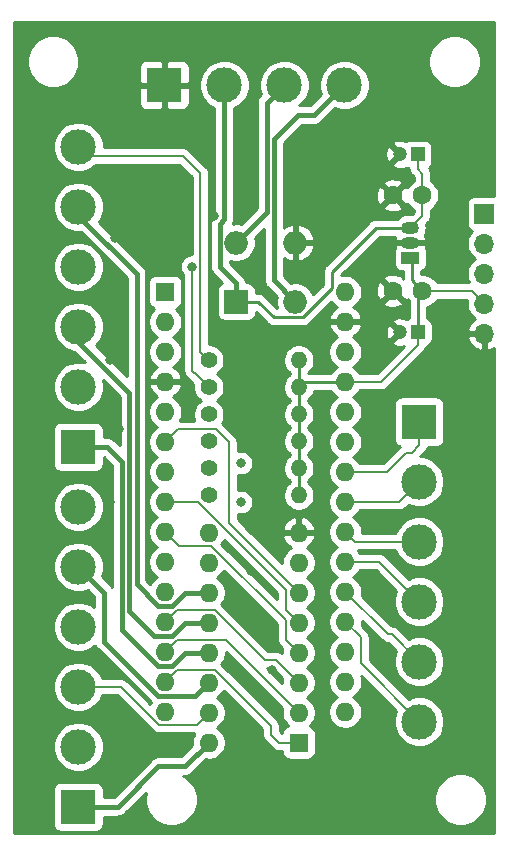
<source format=gbr>
%TF.GenerationSoftware,KiCad,Pcbnew,(5.1.12)-1*%
%TF.CreationDate,2022-01-07T12:55:28+01:00*%
%TF.ProjectId,leddriver,6c656464-7269-4766-9572-2e6b69636164,rev?*%
%TF.SameCoordinates,Original*%
%TF.FileFunction,Copper,L1,Top*%
%TF.FilePolarity,Positive*%
%FSLAX46Y46*%
G04 Gerber Fmt 4.6, Leading zero omitted, Abs format (unit mm)*
G04 Created by KiCad (PCBNEW (5.1.12)-1) date 2022-01-07 12:55:28*
%MOMM*%
%LPD*%
G01*
G04 APERTURE LIST*
%TA.AperFunction,ComponentPad*%
%ADD10C,1.600000*%
%TD*%
%TA.AperFunction,ComponentPad*%
%ADD11R,1.500000X1.050000*%
%TD*%
%TA.AperFunction,ComponentPad*%
%ADD12O,1.500000X1.050000*%
%TD*%
%TA.AperFunction,ComponentPad*%
%ADD13O,1.600000X1.600000*%
%TD*%
%TA.AperFunction,ComponentPad*%
%ADD14R,1.600000X1.600000*%
%TD*%
%TA.AperFunction,ComponentPad*%
%ADD15O,1.400000X1.400000*%
%TD*%
%TA.AperFunction,ComponentPad*%
%ADD16C,1.400000*%
%TD*%
%TA.AperFunction,ComponentPad*%
%ADD17C,1.200000*%
%TD*%
%TA.AperFunction,ComponentPad*%
%ADD18R,1.200000X1.200000*%
%TD*%
%TA.AperFunction,ComponentPad*%
%ADD19C,3.000000*%
%TD*%
%TA.AperFunction,ComponentPad*%
%ADD20R,3.000000X3.000000*%
%TD*%
%TA.AperFunction,ComponentPad*%
%ADD21O,1.700000X1.700000*%
%TD*%
%TA.AperFunction,ComponentPad*%
%ADD22R,1.700000X1.700000*%
%TD*%
%TA.AperFunction,ComponentPad*%
%ADD23R,2.000000X2.000000*%
%TD*%
%TA.AperFunction,ComponentPad*%
%ADD24O,2.000000X2.000000*%
%TD*%
%TA.AperFunction,ViaPad*%
%ADD25C,0.800000*%
%TD*%
%TA.AperFunction,Conductor*%
%ADD26C,0.250000*%
%TD*%
%TA.AperFunction,Conductor*%
%ADD27C,0.200000*%
%TD*%
%TA.AperFunction,Conductor*%
%ADD28C,0.400000*%
%TD*%
%TA.AperFunction,Conductor*%
%ADD29C,0.254000*%
%TD*%
%TA.AperFunction,Conductor*%
%ADD30C,0.100000*%
%TD*%
G04 APERTURE END LIST*
D10*
%TO.P,C4,2*%
%TO.N,GND*%
X93766000Y-33841000D03*
%TO.P,C4,1*%
%TO.N,+12V*%
X96266000Y-33841000D03*
%TD*%
D11*
%TO.P,U1,1*%
%TO.N,+5V*%
X95250000Y-39116000D03*
D12*
%TO.P,U1,3*%
%TO.N,+12V*%
X95250000Y-36576000D03*
%TO.P,U1,2*%
%TO.N,GND*%
X95250000Y-37846000D03*
%TD*%
D13*
%TO.P,U2,16*%
%TO.N,Net-(J4-Pad1)*%
X78178000Y-80178000D03*
%TO.P,U2,8*%
%TO.N,GND*%
X85798000Y-62398000D03*
%TO.P,U2,15*%
%TO.N,Net-(J4-Pad3)*%
X78178000Y-77638000D03*
%TO.P,U2,7*%
%TO.N,Net-(U2-Pad7)*%
X85798000Y-64938000D03*
%TO.P,U2,14*%
%TO.N,Net-(J4-Pad5)*%
X78178000Y-75098000D03*
%TO.P,U2,6*%
%TO.N,/pwm1*%
X85798000Y-67478000D03*
%TO.P,U2,13*%
%TO.N,Net-(J3-Pad1)*%
X78178000Y-72558000D03*
%TO.P,U2,5*%
%TO.N,/pwm2*%
X85798000Y-70018000D03*
%TO.P,U2,12*%
%TO.N,Net-(J3-Pad3)*%
X78178000Y-70018000D03*
%TO.P,U2,4*%
%TO.N,/pwm3*%
X85798000Y-72558000D03*
%TO.P,U2,11*%
%TO.N,Net-(J3-Pad5)*%
X78178000Y-67478000D03*
%TO.P,U2,3*%
%TO.N,/pwm4*%
X85798000Y-75098000D03*
%TO.P,U2,10*%
%TO.N,Net-(U2-Pad10)*%
X78178000Y-64938000D03*
%TO.P,U2,2*%
%TO.N,/pwm5*%
X85798000Y-77638000D03*
%TO.P,U2,9*%
%TO.N,Net-(U2-Pad9)*%
X78178000Y-62398000D03*
D14*
%TO.P,U2,1*%
%TO.N,/pwm6*%
X85798000Y-80178000D03*
%TD*%
D15*
%TO.P,R6,2*%
%TO.N,+5V*%
X85798000Y-59223000D03*
D16*
%TO.P,R6,1*%
%TO.N,Net-(J4-Pad2)*%
X78178000Y-59223000D03*
%TD*%
D15*
%TO.P,R5,2*%
%TO.N,+5V*%
X85798000Y-56937000D03*
D16*
%TO.P,R5,1*%
%TO.N,Net-(J4-Pad4)*%
X78178000Y-56937000D03*
%TD*%
D15*
%TO.P,R4,2*%
%TO.N,+5V*%
X85798000Y-54651000D03*
D16*
%TO.P,R4,1*%
%TO.N,Net-(J4-Pad6)*%
X78178000Y-54651000D03*
%TD*%
D15*
%TO.P,R3,2*%
%TO.N,+5V*%
X85798000Y-52365000D03*
D16*
%TO.P,R3,1*%
%TO.N,Net-(J3-Pad2)*%
X78178000Y-52365000D03*
%TD*%
D15*
%TO.P,R2,2*%
%TO.N,+5V*%
X85798000Y-50079000D03*
D16*
%TO.P,R2,1*%
%TO.N,Net-(J3-Pad4)*%
X78178000Y-50079000D03*
%TD*%
D15*
%TO.P,R1,2*%
%TO.N,+5V*%
X85798000Y-47793000D03*
D16*
%TO.P,R1,1*%
%TO.N,Net-(J3-Pad6)*%
X78178000Y-47793000D03*
%TD*%
D10*
%TO.P,C3,2*%
%TO.N,GND*%
X93776000Y-41930000D03*
%TO.P,C3,1*%
%TO.N,+5V*%
X96276000Y-41930000D03*
%TD*%
D17*
%TO.P,C2,2*%
%TO.N,GND*%
X94395000Y-45417000D03*
D18*
%TO.P,C2,1*%
%TO.N,+5V*%
X95895000Y-45417000D03*
%TD*%
D17*
%TO.P,C1,2*%
%TO.N,GND*%
X94371000Y-30373000D03*
D18*
%TO.P,C1,1*%
%TO.N,+12V*%
X95871000Y-30373000D03*
%TD*%
D19*
%TO.P,J4,6*%
%TO.N,Net-(J4-Pad6)*%
X67145000Y-60207000D03*
%TO.P,J4,5*%
%TO.N,Net-(J4-Pad5)*%
X67145000Y-65287000D03*
%TO.P,J4,4*%
%TO.N,Net-(J4-Pad4)*%
X67145000Y-70367000D03*
D20*
%TO.P,J4,1*%
%TO.N,Net-(J4-Pad1)*%
X67145000Y-85607000D03*
D19*
%TO.P,J4,3*%
%TO.N,Net-(J4-Pad3)*%
X67145000Y-75447000D03*
%TO.P,J4,2*%
%TO.N,Net-(J4-Pad2)*%
X67145000Y-80527000D03*
%TD*%
%TO.P,J3,6*%
%TO.N,Net-(J3-Pad6)*%
X67145000Y-29727000D03*
%TO.P,J3,5*%
%TO.N,Net-(J3-Pad5)*%
X67145000Y-34807000D03*
%TO.P,J3,4*%
%TO.N,Net-(J3-Pad4)*%
X67145000Y-39887000D03*
D20*
%TO.P,J3,1*%
%TO.N,Net-(J3-Pad1)*%
X67145000Y-55127000D03*
D19*
%TO.P,J3,3*%
%TO.N,Net-(J3-Pad3)*%
X67145000Y-44967000D03*
%TO.P,J3,2*%
%TO.N,Net-(J3-Pad2)*%
X67145000Y-50047000D03*
%TD*%
%TO.P,J2,6*%
%TO.N,Net-(A1-Pad19)*%
X96000000Y-78400000D03*
%TO.P,J2,5*%
%TO.N,Net-(A1-Pad20)*%
X96000000Y-73320000D03*
%TO.P,J2,4*%
%TO.N,Net-(A1-Pad21)*%
X96000000Y-68240000D03*
D20*
%TO.P,J2,1*%
%TO.N,Net-(A1-Pad24)*%
X96000000Y-53000000D03*
D19*
%TO.P,J2,3*%
%TO.N,Net-(A1-Pad22)*%
X96000000Y-63160000D03*
%TO.P,J2,2*%
%TO.N,Net-(A1-Pad23)*%
X96000000Y-58080000D03*
%TD*%
%TO.P,J1,4*%
%TO.N,Net-(D1-Pad2)*%
X89660000Y-24500000D03*
D20*
%TO.P,J1,1*%
%TO.N,GND*%
X74420000Y-24500000D03*
D19*
%TO.P,J1,3*%
%TO.N,Net-(D1-Pad4)*%
X84580000Y-24500000D03*
%TO.P,J1,2*%
%TO.N,+12V*%
X79500000Y-24500000D03*
%TD*%
D21*
%TO.P,J5,5*%
%TO.N,GND*%
X101500000Y-45540000D03*
%TO.P,J5,4*%
%TO.N,+5V*%
X101500000Y-43000000D03*
%TO.P,J5,3*%
%TO.N,/btn*%
X101500000Y-40460000D03*
%TO.P,J5,2*%
%TO.N,/data*%
X101500000Y-37920000D03*
D22*
%TO.P,J5,1*%
%TO.N,/clock*%
X101500000Y-35380000D03*
%TD*%
D23*
%TO.P,D1,1*%
%TO.N,+12V*%
X80518000Y-42846000D03*
D24*
%TO.P,D1,3*%
%TO.N,GND*%
X85518000Y-37846000D03*
%TO.P,D1,2*%
%TO.N,Net-(D1-Pad2)*%
X85518000Y-42846000D03*
%TO.P,D1,4*%
%TO.N,Net-(D1-Pad4)*%
X80518000Y-37846000D03*
%TD*%
D13*
%TO.P,A1,16*%
%TO.N,Net-(A1-Pad16)*%
X89740000Y-77560000D03*
%TO.P,A1,15*%
%TO.N,Net-(A1-Pad15)*%
X74500000Y-77560000D03*
%TO.P,A1,30*%
%TO.N,Net-(A1-Pad30)*%
X89740000Y-42000000D03*
%TO.P,A1,14*%
%TO.N,/pwm6*%
X74500000Y-75020000D03*
%TO.P,A1,29*%
%TO.N,GND*%
X89740000Y-44540000D03*
%TO.P,A1,13*%
%TO.N,/pwm5*%
X74500000Y-72480000D03*
%TO.P,A1,28*%
%TO.N,Net-(A1-Pad28)*%
X89740000Y-47080000D03*
%TO.P,A1,12*%
%TO.N,/pwm4*%
X74500000Y-69940000D03*
%TO.P,A1,27*%
%TO.N,+5V*%
X89740000Y-49620000D03*
%TO.P,A1,11*%
%TO.N,/btn*%
X74500000Y-67400000D03*
%TO.P,A1,26*%
%TO.N,Net-(A1-Pad26)*%
X89740000Y-52160000D03*
%TO.P,A1,10*%
%TO.N,/data*%
X74500000Y-64860000D03*
%TO.P,A1,25*%
%TO.N,Net-(A1-Pad25)*%
X89740000Y-54700000D03*
%TO.P,A1,9*%
%TO.N,/pwm3*%
X74500000Y-62320000D03*
%TO.P,A1,24*%
%TO.N,Net-(A1-Pad24)*%
X89740000Y-57240000D03*
%TO.P,A1,8*%
%TO.N,/pwm2*%
X74500000Y-59780000D03*
%TO.P,A1,23*%
%TO.N,Net-(A1-Pad23)*%
X89740000Y-59780000D03*
%TO.P,A1,7*%
%TO.N,/clock*%
X74500000Y-57240000D03*
%TO.P,A1,22*%
%TO.N,Net-(A1-Pad22)*%
X89740000Y-62320000D03*
%TO.P,A1,6*%
%TO.N,/pwm1*%
X74500000Y-54700000D03*
%TO.P,A1,21*%
%TO.N,Net-(A1-Pad21)*%
X89740000Y-64860000D03*
%TO.P,A1,5*%
%TO.N,Net-(A1-Pad5)*%
X74500000Y-52160000D03*
%TO.P,A1,20*%
%TO.N,Net-(A1-Pad20)*%
X89740000Y-67400000D03*
%TO.P,A1,4*%
%TO.N,GND*%
X74500000Y-49620000D03*
%TO.P,A1,19*%
%TO.N,Net-(A1-Pad19)*%
X89740000Y-69940000D03*
%TO.P,A1,3*%
%TO.N,Net-(A1-Pad3)*%
X74500000Y-47080000D03*
%TO.P,A1,18*%
%TO.N,Net-(A1-Pad18)*%
X89740000Y-72480000D03*
%TO.P,A1,2*%
%TO.N,Net-(A1-Pad2)*%
X74500000Y-44540000D03*
%TO.P,A1,17*%
%TO.N,Net-(A1-Pad17)*%
X89740000Y-75020000D03*
D14*
%TO.P,A1,1*%
%TO.N,Net-(A1-Pad1)*%
X74500000Y-42000000D03*
%TD*%
D25*
%TO.N,*%
X80899000Y-59817000D03*
X80899000Y-56515000D03*
%TO.N,GND*%
X88646000Y-21336000D03*
X64262000Y-27559000D03*
X64135000Y-66929000D03*
X64516000Y-74930000D03*
X63500000Y-84074000D03*
X70612000Y-86741000D03*
X80899000Y-85344000D03*
X94107000Y-84328000D03*
X100965000Y-76708000D03*
X98806000Y-76200000D03*
X98425000Y-61087000D03*
X100838000Y-58547000D03*
X87884000Y-61214000D03*
X87757000Y-66294000D03*
X87757000Y-72644000D03*
X87630000Y-78486000D03*
X81026000Y-79121000D03*
X82931000Y-76200000D03*
X83566000Y-74041000D03*
X82296000Y-68834000D03*
X81788000Y-65659000D03*
X82423000Y-62103000D03*
X82550000Y-53975000D03*
X81026000Y-50673000D03*
X83185000Y-47625000D03*
X87503000Y-45847000D03*
X91567000Y-45974000D03*
X92202000Y-39116000D03*
X97790000Y-36703000D03*
X99187000Y-38735000D03*
X99187000Y-32766000D03*
X99441000Y-27813000D03*
X93472000Y-25654000D03*
X91313000Y-32131000D03*
X87503000Y-35814000D03*
X81534000Y-33020000D03*
X82423000Y-41021000D03*
X78613000Y-35560000D03*
X75438000Y-33655000D03*
X70231000Y-37465000D03*
X70612000Y-53594000D03*
X69850000Y-47752000D03*
X70485000Y-42164000D03*
X69850000Y-59817000D03*
X91440000Y-82550000D03*
%TO.N,Net-(J3-Pad4)*%
X76778001Y-39878000D03*
%TD*%
D26*
%TO.N,+5V*%
X85798000Y-59223000D02*
X85798000Y-47793000D01*
X86257000Y-49620000D02*
X85798000Y-50079000D01*
X89740000Y-49620000D02*
X86257000Y-49620000D01*
X95895000Y-42311000D02*
X96276000Y-41930000D01*
X95895000Y-45417000D02*
X95895000Y-42311000D01*
X96276000Y-41930000D02*
X95377000Y-41031000D01*
X95377000Y-39253000D02*
X95260000Y-39136000D01*
X95377000Y-41031000D02*
X95377000Y-39253000D01*
D27*
X100430000Y-41930000D02*
X101500000Y-43000000D01*
X96276000Y-41930000D02*
X100430000Y-41930000D01*
X89740000Y-49620000D02*
X92747000Y-49620000D01*
X95895000Y-46472000D02*
X95895000Y-45417000D01*
X92747000Y-49620000D02*
X95895000Y-46472000D01*
D28*
%TO.N,+12V*%
X80000000Y-25000000D02*
X79500000Y-24500000D01*
D27*
X95871000Y-30373000D02*
X95871000Y-31609000D01*
X96266000Y-32004000D02*
X96266000Y-33841000D01*
X95871000Y-31609000D02*
X96266000Y-32004000D01*
X96266000Y-35560000D02*
X95250000Y-36576000D01*
X96266000Y-33841000D02*
X96266000Y-35560000D01*
D28*
X79117999Y-36239003D02*
X79117999Y-39874999D01*
X79500000Y-35857002D02*
X79117999Y-36239003D01*
X79500000Y-24500000D02*
X79500000Y-35857002D01*
X80518000Y-41275000D02*
X80518000Y-42846000D01*
X79117999Y-39874999D02*
X80518000Y-41275000D01*
D26*
X80518000Y-42846000D02*
X82343000Y-42846000D01*
X88614999Y-41710003D02*
X88614999Y-40290001D01*
X86154001Y-44171001D02*
X88614999Y-41710003D01*
X83668001Y-44171001D02*
X86154001Y-44171001D01*
X82343000Y-42846000D02*
X83668001Y-44171001D01*
X92329000Y-36576000D02*
X95250000Y-36576000D01*
X88614999Y-40290001D02*
X92329000Y-36576000D01*
D27*
%TO.N,Net-(J3-Pad6)*%
X77478001Y-47093001D02*
X77478001Y-31978001D01*
X78178000Y-47793000D02*
X77478001Y-47093001D01*
X77478001Y-31978001D02*
X76000000Y-30500000D01*
X67918000Y-30500000D02*
X67145000Y-29727000D01*
X76000000Y-30500000D02*
X67918000Y-30500000D01*
%TO.N,Net-(J3-Pad4)*%
X76778001Y-39878000D02*
X76778001Y-48679001D01*
X77359000Y-49260000D02*
X77000000Y-48901000D01*
X76778001Y-48679001D02*
X77359000Y-49260000D01*
X78178000Y-50079000D02*
X77359000Y-49260000D01*
D28*
%TO.N,Net-(J3-Pad3)*%
X67145000Y-46231002D02*
X67145000Y-44967000D01*
X71466010Y-50552012D02*
X67145000Y-46231002D01*
X71466010Y-69053010D02*
X71466010Y-50552012D01*
X73553001Y-71140001D02*
X71466010Y-69053010D01*
X75076001Y-71140001D02*
X73553001Y-71140001D01*
X76198002Y-70018000D02*
X75076001Y-71140001D01*
X78178000Y-70018000D02*
X76198002Y-70018000D01*
%TO.N,Net-(J3-Pad1)*%
X73923999Y-73680001D02*
X70866000Y-70622002D01*
X75076001Y-73680001D02*
X73923999Y-73680001D01*
X76198002Y-72558000D02*
X75076001Y-73680001D01*
X78178000Y-72558000D02*
X76198002Y-72558000D01*
X70866000Y-70622002D02*
X70866000Y-56388000D01*
X69605000Y-55127000D02*
X67145000Y-55127000D01*
X70866000Y-56388000D02*
X69605000Y-55127000D01*
%TO.N,Net-(J3-Pad5)*%
X73923999Y-68600001D02*
X72066020Y-66742022D01*
X75076001Y-68600001D02*
X73923999Y-68600001D01*
X76198002Y-67478000D02*
X75076001Y-68600001D01*
X78178000Y-67478000D02*
X76198002Y-67478000D01*
X67145000Y-35563002D02*
X67145000Y-34807000D01*
X72066020Y-40484022D02*
X67145000Y-35563002D01*
X72066020Y-66742022D02*
X72066020Y-40484022D01*
D27*
%TO.N,Net-(J4-Pad3)*%
X77155999Y-78660001D02*
X73971999Y-78660001D01*
X78178000Y-77638000D02*
X77155999Y-78660001D01*
X70758998Y-75447000D02*
X71633499Y-76321501D01*
X67145000Y-75447000D02*
X70758998Y-75447000D01*
X73971999Y-78660001D02*
X71633499Y-76321501D01*
D28*
%TO.N,Net-(J4-Pad1)*%
X78178000Y-80178000D02*
X76187000Y-82169000D01*
X70476000Y-85607000D02*
X73914000Y-82169000D01*
X67145000Y-85607000D02*
X70476000Y-85607000D01*
X76187000Y-82169000D02*
X73914000Y-82169000D01*
%TO.N,Net-(J4-Pad5)*%
X73923999Y-76220001D02*
X69342000Y-71638002D01*
X77055999Y-76220001D02*
X73923999Y-76220001D01*
X78178000Y-75098000D02*
X77055999Y-76220001D01*
X69342000Y-67484000D02*
X67145000Y-65287000D01*
X69342000Y-71638002D02*
X69342000Y-67484000D01*
%TO.N,Net-(D1-Pad2)*%
X85518000Y-42846000D02*
X83680011Y-41008011D01*
X83680011Y-41008011D02*
X83680011Y-29095989D01*
X83680011Y-29095989D02*
X85725000Y-27051000D01*
X87109000Y-27051000D02*
X89660000Y-24500000D01*
X85725000Y-27051000D02*
X87109000Y-27051000D01*
D27*
%TO.N,/pwm5*%
X79617999Y-71457999D02*
X85798000Y-77638000D01*
X75522001Y-71457999D02*
X79617999Y-71457999D01*
X74500000Y-72480000D02*
X75522001Y-71457999D01*
%TO.N,/pwm6*%
X78706001Y-73997999D02*
X83439000Y-78730998D01*
X75522001Y-73997999D02*
X78706001Y-73997999D01*
X74500000Y-75020000D02*
X75522001Y-73997999D01*
X83439000Y-78730998D02*
X83439000Y-79502000D01*
X84115000Y-80178000D02*
X85798000Y-80178000D01*
X83439000Y-79502000D02*
X84115000Y-80178000D01*
%TO.N,/pwm3*%
X84697999Y-71457999D02*
X85798000Y-72558000D01*
X84697999Y-69829997D02*
X84697999Y-71457999D01*
X78366003Y-63498001D02*
X84697999Y-69829997D01*
X75678001Y-63498001D02*
X78366003Y-63498001D01*
X74500000Y-62320000D02*
X75678001Y-63498001D01*
%TO.N,/pwm2*%
X84697999Y-68917999D02*
X85798000Y-70018000D01*
X84697999Y-67223001D02*
X84697999Y-68917999D01*
X77254998Y-59780000D02*
X84697999Y-67223001D01*
X74500000Y-59780000D02*
X77254998Y-59780000D01*
%TO.N,/pwm1*%
X79883000Y-61563000D02*
X85798000Y-67478000D01*
X79883000Y-54737000D02*
X79883000Y-61563000D01*
X78796999Y-53650999D02*
X79883000Y-54737000D01*
X75549001Y-53650999D02*
X78796999Y-53650999D01*
X74500000Y-54700000D02*
X75549001Y-53650999D01*
%TO.N,/pwm4*%
X78706001Y-68917999D02*
X82931000Y-73142998D01*
X75522001Y-68917999D02*
X78706001Y-68917999D01*
X74500000Y-69940000D02*
X75522001Y-68917999D01*
X83842998Y-73142998D02*
X85798000Y-75098000D01*
X82931000Y-73142998D02*
X83842998Y-73142998D01*
%TO.N,Net-(A1-Pad24)*%
X89740000Y-57240000D02*
X93255000Y-57240000D01*
X93255000Y-57240000D02*
X94869000Y-55626000D01*
X94869000Y-55626000D02*
X95377000Y-55626000D01*
X96000000Y-55003000D02*
X96000000Y-53000000D01*
X95377000Y-55626000D02*
X96000000Y-55003000D01*
%TO.N,Net-(A1-Pad23)*%
X89740000Y-59780000D02*
X94300000Y-59780000D01*
X94300000Y-59780000D02*
X96000000Y-58080000D01*
%TO.N,Net-(A1-Pad22)*%
X90580000Y-63160000D02*
X89740000Y-62320000D01*
X96000000Y-63160000D02*
X90580000Y-63160000D01*
%TO.N,Net-(A1-Pad21)*%
X92620000Y-64860000D02*
X96000000Y-68240000D01*
X89740000Y-64860000D02*
X92620000Y-64860000D01*
%TO.N,Net-(A1-Pad20)*%
X96000000Y-73320000D02*
X93673000Y-70993000D01*
X93333000Y-70993000D02*
X89740000Y-67400000D01*
X93673000Y-70993000D02*
X93333000Y-70993000D01*
%TO.N,Net-(A1-Pad19)*%
X96000000Y-78400000D02*
X91059000Y-73459000D01*
X91059000Y-71259000D02*
X89740000Y-69940000D01*
X91059000Y-73459000D02*
X91059000Y-71259000D01*
D28*
%TO.N,Net-(D1-Pad4)*%
X85000000Y-24920000D02*
X84580000Y-24500000D01*
X83080001Y-35283999D02*
X80518000Y-37846000D01*
X83080001Y-25999999D02*
X83080001Y-35283999D01*
X84580000Y-24500000D02*
X83080001Y-25999999D01*
%TD*%
D29*
%TO.N,GND*%
X102340001Y-33891928D02*
X100650000Y-33891928D01*
X100525518Y-33904188D01*
X100405820Y-33940498D01*
X100295506Y-33999463D01*
X100198815Y-34078815D01*
X100119463Y-34175506D01*
X100060498Y-34285820D01*
X100024188Y-34405518D01*
X100011928Y-34530000D01*
X100011928Y-36230000D01*
X100024188Y-36354482D01*
X100060498Y-36474180D01*
X100119463Y-36584494D01*
X100198815Y-36681185D01*
X100295506Y-36760537D01*
X100405820Y-36819502D01*
X100478380Y-36841513D01*
X100346525Y-36973368D01*
X100184010Y-37216589D01*
X100072068Y-37486842D01*
X100015000Y-37773740D01*
X100015000Y-38066260D01*
X100072068Y-38353158D01*
X100184010Y-38623411D01*
X100346525Y-38866632D01*
X100553368Y-39073475D01*
X100727760Y-39190000D01*
X100553368Y-39306525D01*
X100346525Y-39513368D01*
X100184010Y-39756589D01*
X100072068Y-40026842D01*
X100015000Y-40313740D01*
X100015000Y-40606260D01*
X100072068Y-40893158D01*
X100184010Y-41163411D01*
X100205117Y-41195000D01*
X97510748Y-41195000D01*
X97390637Y-41015241D01*
X97190759Y-40815363D01*
X96955727Y-40658320D01*
X96694574Y-40550147D01*
X96417335Y-40495000D01*
X96137000Y-40495000D01*
X96137000Y-40263015D01*
X96244180Y-40230502D01*
X96354494Y-40171537D01*
X96451185Y-40092185D01*
X96530537Y-39995494D01*
X96589502Y-39885180D01*
X96625812Y-39765482D01*
X96638072Y-39641000D01*
X96638072Y-38591000D01*
X96625812Y-38466518D01*
X96589502Y-38346820D01*
X96554824Y-38281943D01*
X96585272Y-38213337D01*
X96593964Y-38151810D01*
X96468163Y-37973000D01*
X96150235Y-37973000D01*
X96124482Y-37965188D01*
X96000000Y-37952928D01*
X94500000Y-37952928D01*
X94375518Y-37965188D01*
X94349765Y-37973000D01*
X94031837Y-37973000D01*
X93906036Y-38151810D01*
X93914728Y-38213337D01*
X93945176Y-38281943D01*
X93910498Y-38346820D01*
X93874188Y-38466518D01*
X93861928Y-38591000D01*
X93861928Y-39641000D01*
X93874188Y-39765482D01*
X93910498Y-39885180D01*
X93969463Y-39995494D01*
X94048815Y-40092185D01*
X94145506Y-40171537D01*
X94255820Y-40230502D01*
X94375518Y-40266812D01*
X94500000Y-40279072D01*
X94617000Y-40279072D01*
X94617000Y-40909393D01*
X94589097Y-40937296D01*
X94517514Y-40693329D01*
X94262004Y-40572429D01*
X93987816Y-40503700D01*
X93705488Y-40489783D01*
X93425870Y-40531213D01*
X93159708Y-40626397D01*
X93034486Y-40693329D01*
X92962903Y-40937298D01*
X93776000Y-41750395D01*
X93790143Y-41736253D01*
X93969748Y-41915858D01*
X93955605Y-41930000D01*
X94768702Y-42743097D01*
X95012671Y-42671514D01*
X95026324Y-42642659D01*
X95135001Y-42805305D01*
X95135000Y-44201962D01*
X95050820Y-44227498D01*
X94940506Y-44286463D01*
X94923319Y-44300568D01*
X94796484Y-44242763D01*
X94559687Y-44187000D01*
X94316562Y-44178505D01*
X94076451Y-44217605D01*
X93848582Y-44302798D01*
X93772148Y-44343652D01*
X93724841Y-44567236D01*
X94395000Y-45237395D01*
X94409143Y-45223253D01*
X94588748Y-45402858D01*
X94574605Y-45417000D01*
X94588748Y-45431143D01*
X94409143Y-45610748D01*
X94395000Y-45596605D01*
X93724841Y-46266764D01*
X93772148Y-46490348D01*
X93993516Y-46591237D01*
X94230313Y-46647000D01*
X94473438Y-46655495D01*
X94710693Y-46616860D01*
X92442554Y-48885000D01*
X90974748Y-48885000D01*
X90854637Y-48705241D01*
X90654759Y-48505363D01*
X90422241Y-48350000D01*
X90654759Y-48194637D01*
X90854637Y-47994759D01*
X91011680Y-47759727D01*
X91119853Y-47498574D01*
X91175000Y-47221335D01*
X91175000Y-46938665D01*
X91119853Y-46661426D01*
X91011680Y-46400273D01*
X90854637Y-46165241D01*
X90654759Y-45965363D01*
X90419727Y-45808320D01*
X90409135Y-45803933D01*
X90595131Y-45692385D01*
X90803519Y-45503414D01*
X90809431Y-45495438D01*
X93156505Y-45495438D01*
X93195605Y-45735549D01*
X93280798Y-45963418D01*
X93321652Y-46039852D01*
X93545236Y-46087159D01*
X94215395Y-45417000D01*
X93545236Y-44746841D01*
X93321652Y-44794148D01*
X93220763Y-45015516D01*
X93165000Y-45252313D01*
X93156505Y-45495438D01*
X90809431Y-45495438D01*
X90971037Y-45277420D01*
X91091246Y-45023087D01*
X91131904Y-44889039D01*
X91009915Y-44667000D01*
X89867000Y-44667000D01*
X89867000Y-44687000D01*
X89613000Y-44687000D01*
X89613000Y-44667000D01*
X88470085Y-44667000D01*
X88348096Y-44889039D01*
X88388754Y-45023087D01*
X88508963Y-45277420D01*
X88676481Y-45503414D01*
X88884869Y-45692385D01*
X89070865Y-45803933D01*
X89060273Y-45808320D01*
X88825241Y-45965363D01*
X88625363Y-46165241D01*
X88468320Y-46400273D01*
X88360147Y-46661426D01*
X88305000Y-46938665D01*
X88305000Y-47221335D01*
X88360147Y-47498574D01*
X88468320Y-47759727D01*
X88625363Y-47994759D01*
X88825241Y-48194637D01*
X89057759Y-48350000D01*
X88825241Y-48505363D01*
X88625363Y-48705241D01*
X88521957Y-48860000D01*
X86604058Y-48860000D01*
X86649013Y-48829962D01*
X86834962Y-48644013D01*
X86981061Y-48425359D01*
X87081696Y-48182405D01*
X87133000Y-47924486D01*
X87133000Y-47661514D01*
X87081696Y-47403595D01*
X86981061Y-47160641D01*
X86834962Y-46941987D01*
X86649013Y-46756038D01*
X86430359Y-46609939D01*
X86187405Y-46509304D01*
X85929486Y-46458000D01*
X85666514Y-46458000D01*
X85408595Y-46509304D01*
X85165641Y-46609939D01*
X84946987Y-46756038D01*
X84761038Y-46941987D01*
X84614939Y-47160641D01*
X84514304Y-47403595D01*
X84463000Y-47661514D01*
X84463000Y-47924486D01*
X84514304Y-48182405D01*
X84614939Y-48425359D01*
X84761038Y-48644013D01*
X84946987Y-48829962D01*
X85038001Y-48890775D01*
X85038001Y-48981225D01*
X84946987Y-49042038D01*
X84761038Y-49227987D01*
X84614939Y-49446641D01*
X84514304Y-49689595D01*
X84463000Y-49947514D01*
X84463000Y-50210486D01*
X84514304Y-50468405D01*
X84614939Y-50711359D01*
X84761038Y-50930013D01*
X84946987Y-51115962D01*
X85038001Y-51176775D01*
X85038001Y-51267225D01*
X84946987Y-51328038D01*
X84761038Y-51513987D01*
X84614939Y-51732641D01*
X84514304Y-51975595D01*
X84463000Y-52233514D01*
X84463000Y-52496486D01*
X84514304Y-52754405D01*
X84614939Y-52997359D01*
X84761038Y-53216013D01*
X84946987Y-53401962D01*
X85038001Y-53462775D01*
X85038000Y-53553225D01*
X84946987Y-53614038D01*
X84761038Y-53799987D01*
X84614939Y-54018641D01*
X84514304Y-54261595D01*
X84463000Y-54519514D01*
X84463000Y-54782486D01*
X84514304Y-55040405D01*
X84614939Y-55283359D01*
X84761038Y-55502013D01*
X84946987Y-55687962D01*
X85038000Y-55748775D01*
X85038000Y-55839225D01*
X84946987Y-55900038D01*
X84761038Y-56085987D01*
X84614939Y-56304641D01*
X84514304Y-56547595D01*
X84463000Y-56805514D01*
X84463000Y-57068486D01*
X84514304Y-57326405D01*
X84614939Y-57569359D01*
X84761038Y-57788013D01*
X84946987Y-57973962D01*
X85038000Y-58034775D01*
X85038000Y-58125225D01*
X84946987Y-58186038D01*
X84761038Y-58371987D01*
X84614939Y-58590641D01*
X84514304Y-58833595D01*
X84463000Y-59091514D01*
X84463000Y-59354486D01*
X84514304Y-59612405D01*
X84614939Y-59855359D01*
X84761038Y-60074013D01*
X84946987Y-60259962D01*
X85165641Y-60406061D01*
X85408595Y-60506696D01*
X85666514Y-60558000D01*
X85929486Y-60558000D01*
X86187405Y-60506696D01*
X86430359Y-60406061D01*
X86649013Y-60259962D01*
X86834962Y-60074013D01*
X86981061Y-59855359D01*
X87081696Y-59612405D01*
X87133000Y-59354486D01*
X87133000Y-59091514D01*
X87081696Y-58833595D01*
X86981061Y-58590641D01*
X86834962Y-58371987D01*
X86649013Y-58186038D01*
X86558000Y-58125225D01*
X86558000Y-58034775D01*
X86649013Y-57973962D01*
X86834962Y-57788013D01*
X86981061Y-57569359D01*
X87081696Y-57326405D01*
X87133000Y-57068486D01*
X87133000Y-56805514D01*
X87081696Y-56547595D01*
X86981061Y-56304641D01*
X86834962Y-56085987D01*
X86649013Y-55900038D01*
X86558000Y-55839225D01*
X86558000Y-55748775D01*
X86649013Y-55687962D01*
X86834962Y-55502013D01*
X86981061Y-55283359D01*
X87081696Y-55040405D01*
X87133000Y-54782486D01*
X87133000Y-54519514D01*
X87081696Y-54261595D01*
X86981061Y-54018641D01*
X86834962Y-53799987D01*
X86649013Y-53614038D01*
X86558000Y-53553225D01*
X86558000Y-53462775D01*
X86649013Y-53401962D01*
X86834962Y-53216013D01*
X86981061Y-52997359D01*
X87081696Y-52754405D01*
X87133000Y-52496486D01*
X87133000Y-52233514D01*
X87081696Y-51975595D01*
X86981061Y-51732641D01*
X86834962Y-51513987D01*
X86649013Y-51328038D01*
X86558000Y-51267225D01*
X86558000Y-51176775D01*
X86649013Y-51115962D01*
X86834962Y-50930013D01*
X86981061Y-50711359D01*
X87081696Y-50468405D01*
X87099281Y-50380000D01*
X88521957Y-50380000D01*
X88625363Y-50534759D01*
X88825241Y-50734637D01*
X89057759Y-50890000D01*
X88825241Y-51045363D01*
X88625363Y-51245241D01*
X88468320Y-51480273D01*
X88360147Y-51741426D01*
X88305000Y-52018665D01*
X88305000Y-52301335D01*
X88360147Y-52578574D01*
X88468320Y-52839727D01*
X88625363Y-53074759D01*
X88825241Y-53274637D01*
X89057759Y-53430000D01*
X88825241Y-53585363D01*
X88625363Y-53785241D01*
X88468320Y-54020273D01*
X88360147Y-54281426D01*
X88305000Y-54558665D01*
X88305000Y-54841335D01*
X88360147Y-55118574D01*
X88468320Y-55379727D01*
X88625363Y-55614759D01*
X88825241Y-55814637D01*
X89057759Y-55970000D01*
X88825241Y-56125363D01*
X88625363Y-56325241D01*
X88468320Y-56560273D01*
X88360147Y-56821426D01*
X88305000Y-57098665D01*
X88305000Y-57381335D01*
X88360147Y-57658574D01*
X88468320Y-57919727D01*
X88625363Y-58154759D01*
X88825241Y-58354637D01*
X89057759Y-58510000D01*
X88825241Y-58665363D01*
X88625363Y-58865241D01*
X88468320Y-59100273D01*
X88360147Y-59361426D01*
X88305000Y-59638665D01*
X88305000Y-59921335D01*
X88360147Y-60198574D01*
X88468320Y-60459727D01*
X88625363Y-60694759D01*
X88825241Y-60894637D01*
X89057759Y-61050000D01*
X88825241Y-61205363D01*
X88625363Y-61405241D01*
X88468320Y-61640273D01*
X88360147Y-61901426D01*
X88305000Y-62178665D01*
X88305000Y-62461335D01*
X88360147Y-62738574D01*
X88468320Y-62999727D01*
X88625363Y-63234759D01*
X88825241Y-63434637D01*
X89057759Y-63590000D01*
X88825241Y-63745363D01*
X88625363Y-63945241D01*
X88468320Y-64180273D01*
X88360147Y-64441426D01*
X88305000Y-64718665D01*
X88305000Y-65001335D01*
X88360147Y-65278574D01*
X88468320Y-65539727D01*
X88625363Y-65774759D01*
X88825241Y-65974637D01*
X89057759Y-66130000D01*
X88825241Y-66285363D01*
X88625363Y-66485241D01*
X88468320Y-66720273D01*
X88360147Y-66981426D01*
X88305000Y-67258665D01*
X88305000Y-67541335D01*
X88360147Y-67818574D01*
X88468320Y-68079727D01*
X88625363Y-68314759D01*
X88825241Y-68514637D01*
X89057759Y-68670000D01*
X88825241Y-68825363D01*
X88625363Y-69025241D01*
X88468320Y-69260273D01*
X88360147Y-69521426D01*
X88305000Y-69798665D01*
X88305000Y-70081335D01*
X88360147Y-70358574D01*
X88468320Y-70619727D01*
X88625363Y-70854759D01*
X88825241Y-71054637D01*
X89057759Y-71210000D01*
X88825241Y-71365363D01*
X88625363Y-71565241D01*
X88468320Y-71800273D01*
X88360147Y-72061426D01*
X88305000Y-72338665D01*
X88305000Y-72621335D01*
X88360147Y-72898574D01*
X88468320Y-73159727D01*
X88625363Y-73394759D01*
X88825241Y-73594637D01*
X89057759Y-73750000D01*
X88825241Y-73905363D01*
X88625363Y-74105241D01*
X88468320Y-74340273D01*
X88360147Y-74601426D01*
X88305000Y-74878665D01*
X88305000Y-75161335D01*
X88360147Y-75438574D01*
X88468320Y-75699727D01*
X88625363Y-75934759D01*
X88825241Y-76134637D01*
X89057759Y-76290000D01*
X88825241Y-76445363D01*
X88625363Y-76645241D01*
X88468320Y-76880273D01*
X88360147Y-77141426D01*
X88305000Y-77418665D01*
X88305000Y-77701335D01*
X88360147Y-77978574D01*
X88468320Y-78239727D01*
X88625363Y-78474759D01*
X88825241Y-78674637D01*
X89060273Y-78831680D01*
X89321426Y-78939853D01*
X89598665Y-78995000D01*
X89881335Y-78995000D01*
X90158574Y-78939853D01*
X90419727Y-78831680D01*
X90654759Y-78674637D01*
X90854637Y-78474759D01*
X91011680Y-78239727D01*
X91119853Y-77978574D01*
X91175000Y-77701335D01*
X91175000Y-77418665D01*
X91119853Y-77141426D01*
X91011680Y-76880273D01*
X90854637Y-76645241D01*
X90654759Y-76445363D01*
X90422241Y-76290000D01*
X90654759Y-76134637D01*
X90854637Y-75934759D01*
X91011680Y-75699727D01*
X91119853Y-75438574D01*
X91175000Y-75161335D01*
X91175000Y-74878665D01*
X91119853Y-74601426D01*
X91090065Y-74529511D01*
X94061495Y-77500942D01*
X93947047Y-77777244D01*
X93865000Y-78189721D01*
X93865000Y-78610279D01*
X93947047Y-79022756D01*
X94107988Y-79411302D01*
X94341637Y-79760983D01*
X94639017Y-80058363D01*
X94988698Y-80292012D01*
X95377244Y-80452953D01*
X95789721Y-80535000D01*
X96210279Y-80535000D01*
X96622756Y-80452953D01*
X97011302Y-80292012D01*
X97360983Y-80058363D01*
X97658363Y-79760983D01*
X97892012Y-79411302D01*
X98052953Y-79022756D01*
X98135000Y-78610279D01*
X98135000Y-78189721D01*
X98052953Y-77777244D01*
X97892012Y-77388698D01*
X97658363Y-77039017D01*
X97360983Y-76741637D01*
X97011302Y-76507988D01*
X96622756Y-76347047D01*
X96210279Y-76265000D01*
X95789721Y-76265000D01*
X95377244Y-76347047D01*
X95100942Y-76461495D01*
X91794000Y-73154554D01*
X91794000Y-71295105D01*
X91797556Y-71259000D01*
X91783365Y-71114915D01*
X91741337Y-70976366D01*
X91673087Y-70848680D01*
X91604253Y-70764806D01*
X91581238Y-70736762D01*
X91553193Y-70713746D01*
X91132822Y-70293375D01*
X91175000Y-70081335D01*
X91175000Y-69874447D01*
X92787746Y-71487193D01*
X92810762Y-71515238D01*
X92922680Y-71607087D01*
X93050367Y-71675337D01*
X93188915Y-71717365D01*
X93296895Y-71728000D01*
X93296904Y-71728000D01*
X93332999Y-71731555D01*
X93368602Y-71728048D01*
X94061495Y-72420942D01*
X93947047Y-72697244D01*
X93865000Y-73109721D01*
X93865000Y-73530279D01*
X93947047Y-73942756D01*
X94107988Y-74331302D01*
X94341637Y-74680983D01*
X94639017Y-74978363D01*
X94988698Y-75212012D01*
X95377244Y-75372953D01*
X95789721Y-75455000D01*
X96210279Y-75455000D01*
X96622756Y-75372953D01*
X97011302Y-75212012D01*
X97360983Y-74978363D01*
X97658363Y-74680983D01*
X97892012Y-74331302D01*
X98052953Y-73942756D01*
X98135000Y-73530279D01*
X98135000Y-73109721D01*
X98052953Y-72697244D01*
X97892012Y-72308698D01*
X97658363Y-71959017D01*
X97360983Y-71661637D01*
X97011302Y-71427988D01*
X96622756Y-71267047D01*
X96210279Y-71185000D01*
X95789721Y-71185000D01*
X95377244Y-71267047D01*
X95100942Y-71381495D01*
X94218259Y-70498812D01*
X94195238Y-70470762D01*
X94083320Y-70378913D01*
X93955633Y-70310663D01*
X93817085Y-70268635D01*
X93709105Y-70258000D01*
X93673000Y-70254444D01*
X93637397Y-70257951D01*
X91132822Y-67753376D01*
X91175000Y-67541335D01*
X91175000Y-67258665D01*
X91119853Y-66981426D01*
X91011680Y-66720273D01*
X90854637Y-66485241D01*
X90654759Y-66285363D01*
X90422241Y-66130000D01*
X90654759Y-65974637D01*
X90854637Y-65774759D01*
X90974748Y-65595000D01*
X92315554Y-65595000D01*
X94061495Y-67340942D01*
X93947047Y-67617244D01*
X93865000Y-68029721D01*
X93865000Y-68450279D01*
X93947047Y-68862756D01*
X94107988Y-69251302D01*
X94341637Y-69600983D01*
X94639017Y-69898363D01*
X94988698Y-70132012D01*
X95377244Y-70292953D01*
X95789721Y-70375000D01*
X96210279Y-70375000D01*
X96622756Y-70292953D01*
X97011302Y-70132012D01*
X97360983Y-69898363D01*
X97658363Y-69600983D01*
X97892012Y-69251302D01*
X98052953Y-68862756D01*
X98135000Y-68450279D01*
X98135000Y-68029721D01*
X98052953Y-67617244D01*
X97892012Y-67228698D01*
X97658363Y-66879017D01*
X97360983Y-66581637D01*
X97011302Y-66347988D01*
X96622756Y-66187047D01*
X96210279Y-66105000D01*
X95789721Y-66105000D01*
X95377244Y-66187047D01*
X95100942Y-66301495D01*
X93165259Y-64365813D01*
X93142238Y-64337762D01*
X93030320Y-64245913D01*
X92902633Y-64177663D01*
X92764085Y-64135635D01*
X92656105Y-64125000D01*
X92620000Y-64121444D01*
X92583895Y-64125000D01*
X90974748Y-64125000D01*
X90854637Y-63945241D01*
X90804396Y-63895000D01*
X93993540Y-63895000D01*
X94107988Y-64171302D01*
X94341637Y-64520983D01*
X94639017Y-64818363D01*
X94988698Y-65052012D01*
X95377244Y-65212953D01*
X95789721Y-65295000D01*
X96210279Y-65295000D01*
X96622756Y-65212953D01*
X97011302Y-65052012D01*
X97360983Y-64818363D01*
X97658363Y-64520983D01*
X97892012Y-64171302D01*
X98052953Y-63782756D01*
X98135000Y-63370279D01*
X98135000Y-62949721D01*
X98052953Y-62537244D01*
X97892012Y-62148698D01*
X97658363Y-61799017D01*
X97360983Y-61501637D01*
X97011302Y-61267988D01*
X96622756Y-61107047D01*
X96210279Y-61025000D01*
X95789721Y-61025000D01*
X95377244Y-61107047D01*
X94988698Y-61267988D01*
X94639017Y-61501637D01*
X94341637Y-61799017D01*
X94107988Y-62148698D01*
X93993540Y-62425000D01*
X91175000Y-62425000D01*
X91175000Y-62178665D01*
X91119853Y-61901426D01*
X91011680Y-61640273D01*
X90854637Y-61405241D01*
X90654759Y-61205363D01*
X90422241Y-61050000D01*
X90654759Y-60894637D01*
X90854637Y-60694759D01*
X90974748Y-60515000D01*
X94263895Y-60515000D01*
X94300000Y-60518556D01*
X94336105Y-60515000D01*
X94444085Y-60504365D01*
X94582633Y-60462337D01*
X94710320Y-60394087D01*
X94822238Y-60302238D01*
X94845258Y-60274188D01*
X95100941Y-60018505D01*
X95377244Y-60132953D01*
X95789721Y-60215000D01*
X96210279Y-60215000D01*
X96622756Y-60132953D01*
X97011302Y-59972012D01*
X97360983Y-59738363D01*
X97658363Y-59440983D01*
X97892012Y-59091302D01*
X98052953Y-58702756D01*
X98135000Y-58290279D01*
X98135000Y-57869721D01*
X98052953Y-57457244D01*
X97892012Y-57068698D01*
X97658363Y-56719017D01*
X97360983Y-56421637D01*
X97011302Y-56187988D01*
X96622756Y-56027047D01*
X96210279Y-55945000D01*
X96097446Y-55945000D01*
X96494197Y-55548250D01*
X96522237Y-55525238D01*
X96545250Y-55497197D01*
X96545253Y-55497194D01*
X96605022Y-55424365D01*
X96614087Y-55413320D01*
X96682337Y-55285633D01*
X96724365Y-55147085D01*
X96725253Y-55138072D01*
X97500000Y-55138072D01*
X97624482Y-55125812D01*
X97744180Y-55089502D01*
X97854494Y-55030537D01*
X97951185Y-54951185D01*
X98030537Y-54854494D01*
X98089502Y-54744180D01*
X98125812Y-54624482D01*
X98138072Y-54500000D01*
X98138072Y-51500000D01*
X98125812Y-51375518D01*
X98089502Y-51255820D01*
X98030537Y-51145506D01*
X97951185Y-51048815D01*
X97854494Y-50969463D01*
X97744180Y-50910498D01*
X97624482Y-50874188D01*
X97500000Y-50861928D01*
X94500000Y-50861928D01*
X94375518Y-50874188D01*
X94255820Y-50910498D01*
X94145506Y-50969463D01*
X94048815Y-51048815D01*
X93969463Y-51145506D01*
X93910498Y-51255820D01*
X93874188Y-51375518D01*
X93861928Y-51500000D01*
X93861928Y-54500000D01*
X93874188Y-54624482D01*
X93910498Y-54744180D01*
X93969463Y-54854494D01*
X94048815Y-54951185D01*
X94145506Y-55030537D01*
X94255820Y-55089502D01*
X94338005Y-55114433D01*
X94323746Y-55131807D01*
X92950554Y-56505000D01*
X90974748Y-56505000D01*
X90854637Y-56325241D01*
X90654759Y-56125363D01*
X90422241Y-55970000D01*
X90654759Y-55814637D01*
X90854637Y-55614759D01*
X91011680Y-55379727D01*
X91119853Y-55118574D01*
X91175000Y-54841335D01*
X91175000Y-54558665D01*
X91119853Y-54281426D01*
X91011680Y-54020273D01*
X90854637Y-53785241D01*
X90654759Y-53585363D01*
X90422241Y-53430000D01*
X90654759Y-53274637D01*
X90854637Y-53074759D01*
X91011680Y-52839727D01*
X91119853Y-52578574D01*
X91175000Y-52301335D01*
X91175000Y-52018665D01*
X91119853Y-51741426D01*
X91011680Y-51480273D01*
X90854637Y-51245241D01*
X90654759Y-51045363D01*
X90422241Y-50890000D01*
X90654759Y-50734637D01*
X90854637Y-50534759D01*
X90974748Y-50355000D01*
X92710895Y-50355000D01*
X92747000Y-50358556D01*
X92783105Y-50355000D01*
X92891085Y-50344365D01*
X93029633Y-50302337D01*
X93157320Y-50234087D01*
X93269238Y-50142238D01*
X93292259Y-50114187D01*
X96389197Y-47017250D01*
X96417237Y-46994238D01*
X96440250Y-46966197D01*
X96440253Y-46966194D01*
X96509086Y-46882321D01*
X96509087Y-46882320D01*
X96577337Y-46754633D01*
X96611004Y-46643647D01*
X96619482Y-46642812D01*
X96739180Y-46606502D01*
X96849494Y-46547537D01*
X96946185Y-46468185D01*
X97025537Y-46371494D01*
X97084502Y-46261180D01*
X97120812Y-46141482D01*
X97133072Y-46017000D01*
X97133072Y-45896890D01*
X100058524Y-45896890D01*
X100103175Y-46044099D01*
X100228359Y-46306920D01*
X100402412Y-46540269D01*
X100618645Y-46735178D01*
X100868748Y-46884157D01*
X101143109Y-46981481D01*
X101373000Y-46860814D01*
X101373000Y-45667000D01*
X100179845Y-45667000D01*
X100058524Y-45896890D01*
X97133072Y-45896890D01*
X97133072Y-44817000D01*
X97120812Y-44692518D01*
X97084502Y-44572820D01*
X97025537Y-44462506D01*
X96946185Y-44365815D01*
X96849494Y-44286463D01*
X96739180Y-44227498D01*
X96655000Y-44201962D01*
X96655000Y-43317725D01*
X96694574Y-43309853D01*
X96955727Y-43201680D01*
X97190759Y-43044637D01*
X97390637Y-42844759D01*
X97510748Y-42665000D01*
X100052543Y-42665000D01*
X100015000Y-42853740D01*
X100015000Y-43146260D01*
X100072068Y-43433158D01*
X100184010Y-43703411D01*
X100346525Y-43946632D01*
X100553368Y-44153475D01*
X100735534Y-44275195D01*
X100618645Y-44344822D01*
X100402412Y-44539731D01*
X100228359Y-44773080D01*
X100103175Y-45035901D01*
X100058524Y-45183110D01*
X100179845Y-45413000D01*
X101373000Y-45413000D01*
X101373000Y-45393000D01*
X101627000Y-45393000D01*
X101627000Y-45413000D01*
X101647000Y-45413000D01*
X101647000Y-45667000D01*
X101627000Y-45667000D01*
X101627000Y-46860814D01*
X101856891Y-46981481D01*
X102131252Y-46884157D01*
X102340001Y-46759812D01*
X102340000Y-87840000D01*
X61660000Y-87840000D01*
X61660000Y-80316721D01*
X65010000Y-80316721D01*
X65010000Y-80737279D01*
X65092047Y-81149756D01*
X65252988Y-81538302D01*
X65486637Y-81887983D01*
X65784017Y-82185363D01*
X66133698Y-82419012D01*
X66522244Y-82579953D01*
X66934721Y-82662000D01*
X67355279Y-82662000D01*
X67767756Y-82579953D01*
X68156302Y-82419012D01*
X68505983Y-82185363D01*
X68803363Y-81887983D01*
X69037012Y-81538302D01*
X69197953Y-81149756D01*
X69280000Y-80737279D01*
X69280000Y-80316721D01*
X69197953Y-79904244D01*
X69037012Y-79515698D01*
X68803363Y-79166017D01*
X68505983Y-78868637D01*
X68156302Y-78634988D01*
X67767756Y-78474047D01*
X67355279Y-78392000D01*
X66934721Y-78392000D01*
X66522244Y-78474047D01*
X66133698Y-78634988D01*
X65784017Y-78868637D01*
X65486637Y-79166017D01*
X65252988Y-79515698D01*
X65092047Y-79904244D01*
X65010000Y-80316721D01*
X61660000Y-80316721D01*
X61660000Y-59996721D01*
X65010000Y-59996721D01*
X65010000Y-60417279D01*
X65092047Y-60829756D01*
X65252988Y-61218302D01*
X65486637Y-61567983D01*
X65784017Y-61865363D01*
X66133698Y-62099012D01*
X66522244Y-62259953D01*
X66934721Y-62342000D01*
X67355279Y-62342000D01*
X67767756Y-62259953D01*
X68156302Y-62099012D01*
X68505983Y-61865363D01*
X68803363Y-61567983D01*
X69037012Y-61218302D01*
X69197953Y-60829756D01*
X69280000Y-60417279D01*
X69280000Y-59996721D01*
X69197953Y-59584244D01*
X69037012Y-59195698D01*
X68803363Y-58846017D01*
X68505983Y-58548637D01*
X68156302Y-58314988D01*
X67767756Y-58154047D01*
X67355279Y-58072000D01*
X66934721Y-58072000D01*
X66522244Y-58154047D01*
X66133698Y-58314988D01*
X65784017Y-58548637D01*
X65486637Y-58846017D01*
X65252988Y-59195698D01*
X65092047Y-59584244D01*
X65010000Y-59996721D01*
X61660000Y-59996721D01*
X61660000Y-53627000D01*
X65006928Y-53627000D01*
X65006928Y-56627000D01*
X65019188Y-56751482D01*
X65055498Y-56871180D01*
X65114463Y-56981494D01*
X65193815Y-57078185D01*
X65290506Y-57157537D01*
X65400820Y-57216502D01*
X65520518Y-57252812D01*
X65645000Y-57265072D01*
X68645000Y-57265072D01*
X68769482Y-57252812D01*
X68889180Y-57216502D01*
X68999494Y-57157537D01*
X69096185Y-57078185D01*
X69175537Y-56981494D01*
X69234502Y-56871180D01*
X69270812Y-56751482D01*
X69283072Y-56627000D01*
X69283072Y-55985939D01*
X70031001Y-56733869D01*
X70031000Y-67007331D01*
X70016515Y-66989681D01*
X69935291Y-66890709D01*
X69903427Y-66864559D01*
X69124926Y-66086058D01*
X69197953Y-65909756D01*
X69280000Y-65497279D01*
X69280000Y-65076721D01*
X69197953Y-64664244D01*
X69037012Y-64275698D01*
X68803363Y-63926017D01*
X68505983Y-63628637D01*
X68156302Y-63394988D01*
X67767756Y-63234047D01*
X67355279Y-63152000D01*
X66934721Y-63152000D01*
X66522244Y-63234047D01*
X66133698Y-63394988D01*
X65784017Y-63628637D01*
X65486637Y-63926017D01*
X65252988Y-64275698D01*
X65092047Y-64664244D01*
X65010000Y-65076721D01*
X65010000Y-65497279D01*
X65092047Y-65909756D01*
X65252988Y-66298302D01*
X65486637Y-66647983D01*
X65784017Y-66945363D01*
X66133698Y-67179012D01*
X66522244Y-67339953D01*
X66934721Y-67422000D01*
X67355279Y-67422000D01*
X67767756Y-67339953D01*
X67944058Y-67266926D01*
X68507001Y-67829869D01*
X68507001Y-68709655D01*
X68505983Y-68708637D01*
X68156302Y-68474988D01*
X67767756Y-68314047D01*
X67355279Y-68232000D01*
X66934721Y-68232000D01*
X66522244Y-68314047D01*
X66133698Y-68474988D01*
X65784017Y-68708637D01*
X65486637Y-69006017D01*
X65252988Y-69355698D01*
X65092047Y-69744244D01*
X65010000Y-70156721D01*
X65010000Y-70577279D01*
X65092047Y-70989756D01*
X65252988Y-71378302D01*
X65486637Y-71727983D01*
X65784017Y-72025363D01*
X66133698Y-72259012D01*
X66522244Y-72419953D01*
X66934721Y-72502000D01*
X67355279Y-72502000D01*
X67767756Y-72419953D01*
X68156302Y-72259012D01*
X68505983Y-72025363D01*
X68568719Y-71962627D01*
X68644364Y-72104147D01*
X68748709Y-72231293D01*
X68780579Y-72257448D01*
X73298448Y-76775318D01*
X73229681Y-76878236D01*
X72178756Y-75827312D01*
X72178752Y-75827307D01*
X71304256Y-74952812D01*
X71281236Y-74924762D01*
X71169318Y-74832913D01*
X71041631Y-74764663D01*
X70903083Y-74722635D01*
X70795103Y-74712000D01*
X70758998Y-74708444D01*
X70722893Y-74712000D01*
X69151460Y-74712000D01*
X69037012Y-74435698D01*
X68803363Y-74086017D01*
X68505983Y-73788637D01*
X68156302Y-73554988D01*
X67767756Y-73394047D01*
X67355279Y-73312000D01*
X66934721Y-73312000D01*
X66522244Y-73394047D01*
X66133698Y-73554988D01*
X65784017Y-73788637D01*
X65486637Y-74086017D01*
X65252988Y-74435698D01*
X65092047Y-74824244D01*
X65010000Y-75236721D01*
X65010000Y-75657279D01*
X65092047Y-76069756D01*
X65252988Y-76458302D01*
X65486637Y-76807983D01*
X65784017Y-77105363D01*
X66133698Y-77339012D01*
X66522244Y-77499953D01*
X66934721Y-77582000D01*
X67355279Y-77582000D01*
X67767756Y-77499953D01*
X68156302Y-77339012D01*
X68505983Y-77105363D01*
X68803363Y-76807983D01*
X69037012Y-76458302D01*
X69151460Y-76182000D01*
X70454552Y-76182000D01*
X71139305Y-76866754D01*
X71139310Y-76866758D01*
X73426745Y-79154194D01*
X73449761Y-79182239D01*
X73561679Y-79274088D01*
X73689366Y-79342338D01*
X73827914Y-79384366D01*
X73935894Y-79395001D01*
X73935903Y-79395001D01*
X73971998Y-79398556D01*
X74008093Y-79395001D01*
X76975324Y-79395001D01*
X76906320Y-79498273D01*
X76798147Y-79759426D01*
X76743000Y-80036665D01*
X76743000Y-80319335D01*
X76761715Y-80413418D01*
X75841133Y-81334000D01*
X73955015Y-81334000D01*
X73913999Y-81329960D01*
X73872983Y-81334000D01*
X73872981Y-81334000D01*
X73750311Y-81346082D01*
X73592913Y-81393828D01*
X73447854Y-81471364D01*
X73320709Y-81575709D01*
X73294561Y-81607571D01*
X70130133Y-84772000D01*
X69283072Y-84772000D01*
X69283072Y-84107000D01*
X69270812Y-83982518D01*
X69234502Y-83862820D01*
X69175537Y-83752506D01*
X69096185Y-83655815D01*
X68999494Y-83576463D01*
X68889180Y-83517498D01*
X68769482Y-83481188D01*
X68645000Y-83468928D01*
X65645000Y-83468928D01*
X65520518Y-83481188D01*
X65400820Y-83517498D01*
X65290506Y-83576463D01*
X65193815Y-83655815D01*
X65114463Y-83752506D01*
X65055498Y-83862820D01*
X65019188Y-83982518D01*
X65006928Y-84107000D01*
X65006928Y-87107000D01*
X65019188Y-87231482D01*
X65055498Y-87351180D01*
X65114463Y-87461494D01*
X65193815Y-87558185D01*
X65290506Y-87637537D01*
X65400820Y-87696502D01*
X65520518Y-87732812D01*
X65645000Y-87745072D01*
X68645000Y-87745072D01*
X68769482Y-87732812D01*
X68889180Y-87696502D01*
X68999494Y-87637537D01*
X69096185Y-87558185D01*
X69175537Y-87461494D01*
X69234502Y-87351180D01*
X69270812Y-87231482D01*
X69283072Y-87107000D01*
X69283072Y-86442000D01*
X70434982Y-86442000D01*
X70476000Y-86446040D01*
X70517018Y-86442000D01*
X70517019Y-86442000D01*
X70639689Y-86429918D01*
X70797087Y-86382172D01*
X70942146Y-86304636D01*
X71069291Y-86200291D01*
X71095446Y-86168421D01*
X72834774Y-84429093D01*
X72765000Y-84779872D01*
X72765000Y-85220128D01*
X72850890Y-85651925D01*
X73019369Y-86058669D01*
X73263962Y-86424729D01*
X73575271Y-86736038D01*
X73941331Y-86980631D01*
X74348075Y-87149110D01*
X74779872Y-87235000D01*
X75220128Y-87235000D01*
X75651925Y-87149110D01*
X76058669Y-86980631D01*
X76424729Y-86736038D01*
X76736038Y-86424729D01*
X76980631Y-86058669D01*
X77149110Y-85651925D01*
X77235000Y-85220128D01*
X77235000Y-84779872D01*
X97265000Y-84779872D01*
X97265000Y-85220128D01*
X97350890Y-85651925D01*
X97519369Y-86058669D01*
X97763962Y-86424729D01*
X98075271Y-86736038D01*
X98441331Y-86980631D01*
X98848075Y-87149110D01*
X99279872Y-87235000D01*
X99720128Y-87235000D01*
X100151925Y-87149110D01*
X100558669Y-86980631D01*
X100924729Y-86736038D01*
X101236038Y-86424729D01*
X101480631Y-86058669D01*
X101649110Y-85651925D01*
X101735000Y-85220128D01*
X101735000Y-84779872D01*
X101649110Y-84348075D01*
X101480631Y-83941331D01*
X101236038Y-83575271D01*
X100924729Y-83263962D01*
X100558669Y-83019369D01*
X100151925Y-82850890D01*
X99720128Y-82765000D01*
X99279872Y-82765000D01*
X98848075Y-82850890D01*
X98441331Y-83019369D01*
X98075271Y-83263962D01*
X97763962Y-83575271D01*
X97519369Y-83941331D01*
X97350890Y-84348075D01*
X97265000Y-84779872D01*
X77235000Y-84779872D01*
X77149110Y-84348075D01*
X76980631Y-83941331D01*
X76736038Y-83575271D01*
X76424729Y-83263962D01*
X76058669Y-83019369D01*
X76021565Y-83004000D01*
X76145982Y-83004000D01*
X76187000Y-83008040D01*
X76228018Y-83004000D01*
X76228019Y-83004000D01*
X76350689Y-82991918D01*
X76508087Y-82944172D01*
X76653146Y-82866636D01*
X76780291Y-82762291D01*
X76806446Y-82730421D01*
X77942582Y-81594285D01*
X78036665Y-81613000D01*
X78319335Y-81613000D01*
X78596574Y-81557853D01*
X78857727Y-81449680D01*
X79092759Y-81292637D01*
X79292637Y-81092759D01*
X79449680Y-80857727D01*
X79557853Y-80596574D01*
X79613000Y-80319335D01*
X79613000Y-80036665D01*
X79557853Y-79759426D01*
X79449680Y-79498273D01*
X79292637Y-79263241D01*
X79092759Y-79063363D01*
X78860241Y-78908000D01*
X79092759Y-78752637D01*
X79292637Y-78552759D01*
X79449680Y-78317727D01*
X79557853Y-78056574D01*
X79613000Y-77779335D01*
X79613000Y-77496665D01*
X79557853Y-77219426D01*
X79449680Y-76958273D01*
X79292637Y-76723241D01*
X79092759Y-76523363D01*
X78860241Y-76368000D01*
X79092759Y-76212637D01*
X79292637Y-76012759D01*
X79448319Y-75779764D01*
X82704000Y-79035445D01*
X82704000Y-79465895D01*
X82700444Y-79502000D01*
X82704000Y-79538105D01*
X82714635Y-79646085D01*
X82756664Y-79784633D01*
X82824914Y-79912320D01*
X82916763Y-80024238D01*
X82944808Y-80047254D01*
X83569746Y-80672193D01*
X83592762Y-80700238D01*
X83704680Y-80792087D01*
X83832367Y-80860337D01*
X83970915Y-80902365D01*
X84078895Y-80913000D01*
X84078904Y-80913000D01*
X84114999Y-80916555D01*
X84151094Y-80913000D01*
X84359928Y-80913000D01*
X84359928Y-80978000D01*
X84372188Y-81102482D01*
X84408498Y-81222180D01*
X84467463Y-81332494D01*
X84546815Y-81429185D01*
X84643506Y-81508537D01*
X84753820Y-81567502D01*
X84873518Y-81603812D01*
X84998000Y-81616072D01*
X86598000Y-81616072D01*
X86722482Y-81603812D01*
X86842180Y-81567502D01*
X86952494Y-81508537D01*
X87049185Y-81429185D01*
X87128537Y-81332494D01*
X87187502Y-81222180D01*
X87223812Y-81102482D01*
X87236072Y-80978000D01*
X87236072Y-79378000D01*
X87223812Y-79253518D01*
X87187502Y-79133820D01*
X87128537Y-79023506D01*
X87049185Y-78926815D01*
X86952494Y-78847463D01*
X86842180Y-78788498D01*
X86722482Y-78752188D01*
X86714039Y-78751357D01*
X86912637Y-78552759D01*
X87069680Y-78317727D01*
X87177853Y-78056574D01*
X87233000Y-77779335D01*
X87233000Y-77496665D01*
X87177853Y-77219426D01*
X87069680Y-76958273D01*
X86912637Y-76723241D01*
X86712759Y-76523363D01*
X86480241Y-76368000D01*
X86712759Y-76212637D01*
X86912637Y-76012759D01*
X87069680Y-75777727D01*
X87177853Y-75516574D01*
X87233000Y-75239335D01*
X87233000Y-74956665D01*
X87177853Y-74679426D01*
X87069680Y-74418273D01*
X86912637Y-74183241D01*
X86712759Y-73983363D01*
X86480241Y-73828000D01*
X86712759Y-73672637D01*
X86912637Y-73472759D01*
X87069680Y-73237727D01*
X87177853Y-72976574D01*
X87233000Y-72699335D01*
X87233000Y-72416665D01*
X87177853Y-72139426D01*
X87069680Y-71878273D01*
X86912637Y-71643241D01*
X86712759Y-71443363D01*
X86480241Y-71288000D01*
X86712759Y-71132637D01*
X86912637Y-70932759D01*
X87069680Y-70697727D01*
X87177853Y-70436574D01*
X87233000Y-70159335D01*
X87233000Y-69876665D01*
X87177853Y-69599426D01*
X87069680Y-69338273D01*
X86912637Y-69103241D01*
X86712759Y-68903363D01*
X86480241Y-68748000D01*
X86712759Y-68592637D01*
X86912637Y-68392759D01*
X87069680Y-68157727D01*
X87177853Y-67896574D01*
X87233000Y-67619335D01*
X87233000Y-67336665D01*
X87177853Y-67059426D01*
X87069680Y-66798273D01*
X86912637Y-66563241D01*
X86712759Y-66363363D01*
X86480241Y-66208000D01*
X86712759Y-66052637D01*
X86912637Y-65852759D01*
X87069680Y-65617727D01*
X87177853Y-65356574D01*
X87233000Y-65079335D01*
X87233000Y-64796665D01*
X87177853Y-64519426D01*
X87069680Y-64258273D01*
X86912637Y-64023241D01*
X86712759Y-63823363D01*
X86477727Y-63666320D01*
X86467135Y-63661933D01*
X86653131Y-63550385D01*
X86861519Y-63361414D01*
X87029037Y-63135420D01*
X87149246Y-62881087D01*
X87189904Y-62747039D01*
X87067915Y-62525000D01*
X85925000Y-62525000D01*
X85925000Y-62545000D01*
X85671000Y-62545000D01*
X85671000Y-62525000D01*
X84528085Y-62525000D01*
X84406096Y-62747039D01*
X84446754Y-62881087D01*
X84566963Y-63135420D01*
X84734481Y-63361414D01*
X84942869Y-63550385D01*
X85128865Y-63661933D01*
X85118273Y-63666320D01*
X84883241Y-63823363D01*
X84683363Y-64023241D01*
X84526320Y-64258273D01*
X84418147Y-64519426D01*
X84363000Y-64796665D01*
X84363000Y-65003553D01*
X81408408Y-62048961D01*
X84406096Y-62048961D01*
X84528085Y-62271000D01*
X85671000Y-62271000D01*
X85671000Y-61127376D01*
X85925000Y-61127376D01*
X85925000Y-62271000D01*
X87067915Y-62271000D01*
X87189904Y-62048961D01*
X87149246Y-61914913D01*
X87029037Y-61660580D01*
X86861519Y-61434586D01*
X86653131Y-61245615D01*
X86411881Y-61100930D01*
X86147040Y-61006091D01*
X85925000Y-61127376D01*
X85671000Y-61127376D01*
X85448960Y-61006091D01*
X85184119Y-61100930D01*
X84942869Y-61245615D01*
X84734481Y-61434586D01*
X84566963Y-61660580D01*
X84446754Y-61914913D01*
X84406096Y-62048961D01*
X81408408Y-62048961D01*
X80618000Y-61258554D01*
X80618000Y-60816383D01*
X80797061Y-60852000D01*
X81000939Y-60852000D01*
X81200898Y-60812226D01*
X81389256Y-60734205D01*
X81558774Y-60620937D01*
X81702937Y-60476774D01*
X81816205Y-60307256D01*
X81894226Y-60118898D01*
X81934000Y-59918939D01*
X81934000Y-59715061D01*
X81894226Y-59515102D01*
X81816205Y-59326744D01*
X81702937Y-59157226D01*
X81558774Y-59013063D01*
X81389256Y-58899795D01*
X81200898Y-58821774D01*
X81000939Y-58782000D01*
X80797061Y-58782000D01*
X80618000Y-58817617D01*
X80618000Y-57514383D01*
X80797061Y-57550000D01*
X81000939Y-57550000D01*
X81200898Y-57510226D01*
X81389256Y-57432205D01*
X81558774Y-57318937D01*
X81702937Y-57174774D01*
X81816205Y-57005256D01*
X81894226Y-56816898D01*
X81934000Y-56616939D01*
X81934000Y-56413061D01*
X81894226Y-56213102D01*
X81816205Y-56024744D01*
X81702937Y-55855226D01*
X81558774Y-55711063D01*
X81389256Y-55597795D01*
X81200898Y-55519774D01*
X81000939Y-55480000D01*
X80797061Y-55480000D01*
X80618000Y-55515617D01*
X80618000Y-54773094D01*
X80621555Y-54736999D01*
X80618000Y-54700904D01*
X80618000Y-54700895D01*
X80607365Y-54592915D01*
X80565337Y-54454367D01*
X80497087Y-54326680D01*
X80478541Y-54304082D01*
X80428253Y-54242806D01*
X80428250Y-54242803D01*
X80405237Y-54214762D01*
X80377197Y-54191750D01*
X79342257Y-53156811D01*
X79319237Y-53128761D01*
X79289544Y-53104392D01*
X79361061Y-52997359D01*
X79461696Y-52754405D01*
X79513000Y-52496486D01*
X79513000Y-52233514D01*
X79461696Y-51975595D01*
X79361061Y-51732641D01*
X79214962Y-51513987D01*
X79029013Y-51328038D01*
X78870315Y-51222000D01*
X79029013Y-51115962D01*
X79214962Y-50930013D01*
X79361061Y-50711359D01*
X79461696Y-50468405D01*
X79513000Y-50210486D01*
X79513000Y-49947514D01*
X79461696Y-49689595D01*
X79361061Y-49446641D01*
X79214962Y-49227987D01*
X79029013Y-49042038D01*
X78870315Y-48936000D01*
X79029013Y-48829962D01*
X79214962Y-48644013D01*
X79361061Y-48425359D01*
X79461696Y-48182405D01*
X79513000Y-47924486D01*
X79513000Y-47661514D01*
X79461696Y-47403595D01*
X79361061Y-47160641D01*
X79214962Y-46941987D01*
X79029013Y-46756038D01*
X78810359Y-46609939D01*
X78567405Y-46509304D01*
X78309486Y-46458000D01*
X78213001Y-46458000D01*
X78213001Y-32014105D01*
X78216557Y-31978000D01*
X78202366Y-31833915D01*
X78189617Y-31791887D01*
X78160338Y-31695368D01*
X78092088Y-31567681D01*
X78000239Y-31455763D01*
X77972194Y-31432747D01*
X76545258Y-30005812D01*
X76522238Y-29977762D01*
X76410320Y-29885913D01*
X76282633Y-29817663D01*
X76144085Y-29775635D01*
X76036105Y-29765000D01*
X76000000Y-29761444D01*
X75963895Y-29765000D01*
X69280000Y-29765000D01*
X69280000Y-29516721D01*
X69197953Y-29104244D01*
X69037012Y-28715698D01*
X68803363Y-28366017D01*
X68505983Y-28068637D01*
X68156302Y-27834988D01*
X67767756Y-27674047D01*
X67355279Y-27592000D01*
X66934721Y-27592000D01*
X66522244Y-27674047D01*
X66133698Y-27834988D01*
X65784017Y-28068637D01*
X65486637Y-28366017D01*
X65252988Y-28715698D01*
X65092047Y-29104244D01*
X65010000Y-29516721D01*
X65010000Y-29937279D01*
X65092047Y-30349756D01*
X65252988Y-30738302D01*
X65486637Y-31087983D01*
X65784017Y-31385363D01*
X66133698Y-31619012D01*
X66522244Y-31779953D01*
X66934721Y-31862000D01*
X67355279Y-31862000D01*
X67767756Y-31779953D01*
X68156302Y-31619012D01*
X68505983Y-31385363D01*
X68656346Y-31235000D01*
X75695554Y-31235000D01*
X76743002Y-32282449D01*
X76743002Y-38843000D01*
X76676062Y-38843000D01*
X76476103Y-38882774D01*
X76287745Y-38960795D01*
X76118227Y-39074063D01*
X75974064Y-39218226D01*
X75860796Y-39387744D01*
X75782775Y-39576102D01*
X75743001Y-39776061D01*
X75743001Y-39979939D01*
X75782775Y-40179898D01*
X75860796Y-40368256D01*
X75974064Y-40537774D01*
X76043001Y-40606711D01*
X76043002Y-48642886D01*
X76039445Y-48679001D01*
X76053636Y-48823086D01*
X76081353Y-48914454D01*
X76095665Y-48961634D01*
X76163915Y-49089321D01*
X76255764Y-49201239D01*
X76283809Y-49224255D01*
X76864806Y-49805253D01*
X76864811Y-49805257D01*
X76870221Y-49810667D01*
X76843000Y-49947514D01*
X76843000Y-50210486D01*
X76894304Y-50468405D01*
X76994939Y-50711359D01*
X77141038Y-50930013D01*
X77326987Y-51115962D01*
X77485685Y-51222000D01*
X77326987Y-51328038D01*
X77141038Y-51513987D01*
X76994939Y-51732641D01*
X76894304Y-51975595D01*
X76843000Y-52233514D01*
X76843000Y-52496486D01*
X76894304Y-52754405D01*
X76961239Y-52915999D01*
X75720717Y-52915999D01*
X75771680Y-52839727D01*
X75879853Y-52578574D01*
X75935000Y-52301335D01*
X75935000Y-52018665D01*
X75879853Y-51741426D01*
X75771680Y-51480273D01*
X75614637Y-51245241D01*
X75414759Y-51045363D01*
X75179727Y-50888320D01*
X75169135Y-50883933D01*
X75355131Y-50772385D01*
X75563519Y-50583414D01*
X75731037Y-50357420D01*
X75851246Y-50103087D01*
X75891904Y-49969039D01*
X75769915Y-49747000D01*
X74627000Y-49747000D01*
X74627000Y-49767000D01*
X74373000Y-49767000D01*
X74373000Y-49747000D01*
X73230085Y-49747000D01*
X73108096Y-49969039D01*
X73148754Y-50103087D01*
X73268963Y-50357420D01*
X73436481Y-50583414D01*
X73644869Y-50772385D01*
X73830865Y-50883933D01*
X73820273Y-50888320D01*
X73585241Y-51045363D01*
X73385363Y-51245241D01*
X73228320Y-51480273D01*
X73120147Y-51741426D01*
X73065000Y-52018665D01*
X73065000Y-52301335D01*
X73120147Y-52578574D01*
X73228320Y-52839727D01*
X73385363Y-53074759D01*
X73585241Y-53274637D01*
X73817759Y-53430000D01*
X73585241Y-53585363D01*
X73385363Y-53785241D01*
X73228320Y-54020273D01*
X73120147Y-54281426D01*
X73065000Y-54558665D01*
X73065000Y-54841335D01*
X73120147Y-55118574D01*
X73228320Y-55379727D01*
X73385363Y-55614759D01*
X73585241Y-55814637D01*
X73817759Y-55970000D01*
X73585241Y-56125363D01*
X73385363Y-56325241D01*
X73228320Y-56560273D01*
X73120147Y-56821426D01*
X73065000Y-57098665D01*
X73065000Y-57381335D01*
X73120147Y-57658574D01*
X73228320Y-57919727D01*
X73385363Y-58154759D01*
X73585241Y-58354637D01*
X73817759Y-58510000D01*
X73585241Y-58665363D01*
X73385363Y-58865241D01*
X73228320Y-59100273D01*
X73120147Y-59361426D01*
X73065000Y-59638665D01*
X73065000Y-59921335D01*
X73120147Y-60198574D01*
X73228320Y-60459727D01*
X73385363Y-60694759D01*
X73585241Y-60894637D01*
X73817759Y-61050000D01*
X73585241Y-61205363D01*
X73385363Y-61405241D01*
X73228320Y-61640273D01*
X73120147Y-61901426D01*
X73065000Y-62178665D01*
X73065000Y-62461335D01*
X73120147Y-62738574D01*
X73228320Y-62999727D01*
X73385363Y-63234759D01*
X73585241Y-63434637D01*
X73817759Y-63590000D01*
X73585241Y-63745363D01*
X73385363Y-63945241D01*
X73228320Y-64180273D01*
X73120147Y-64441426D01*
X73065000Y-64718665D01*
X73065000Y-65001335D01*
X73120147Y-65278574D01*
X73228320Y-65539727D01*
X73385363Y-65774759D01*
X73585241Y-65974637D01*
X73817759Y-66130000D01*
X73585241Y-66285363D01*
X73385363Y-66485241D01*
X73228320Y-66720273D01*
X73227388Y-66722523D01*
X72901020Y-66396155D01*
X72901020Y-41200000D01*
X73061928Y-41200000D01*
X73061928Y-42800000D01*
X73074188Y-42924482D01*
X73110498Y-43044180D01*
X73169463Y-43154494D01*
X73248815Y-43251185D01*
X73345506Y-43330537D01*
X73455820Y-43389502D01*
X73575518Y-43425812D01*
X73583961Y-43426643D01*
X73385363Y-43625241D01*
X73228320Y-43860273D01*
X73120147Y-44121426D01*
X73065000Y-44398665D01*
X73065000Y-44681335D01*
X73120147Y-44958574D01*
X73228320Y-45219727D01*
X73385363Y-45454759D01*
X73585241Y-45654637D01*
X73817759Y-45810000D01*
X73585241Y-45965363D01*
X73385363Y-46165241D01*
X73228320Y-46400273D01*
X73120147Y-46661426D01*
X73065000Y-46938665D01*
X73065000Y-47221335D01*
X73120147Y-47498574D01*
X73228320Y-47759727D01*
X73385363Y-47994759D01*
X73585241Y-48194637D01*
X73820273Y-48351680D01*
X73830865Y-48356067D01*
X73644869Y-48467615D01*
X73436481Y-48656586D01*
X73268963Y-48882580D01*
X73148754Y-49136913D01*
X73108096Y-49270961D01*
X73230085Y-49493000D01*
X74373000Y-49493000D01*
X74373000Y-49473000D01*
X74627000Y-49473000D01*
X74627000Y-49493000D01*
X75769915Y-49493000D01*
X75891904Y-49270961D01*
X75851246Y-49136913D01*
X75731037Y-48882580D01*
X75563519Y-48656586D01*
X75355131Y-48467615D01*
X75169135Y-48356067D01*
X75179727Y-48351680D01*
X75414759Y-48194637D01*
X75614637Y-47994759D01*
X75771680Y-47759727D01*
X75879853Y-47498574D01*
X75935000Y-47221335D01*
X75935000Y-46938665D01*
X75879853Y-46661426D01*
X75771680Y-46400273D01*
X75614637Y-46165241D01*
X75414759Y-45965363D01*
X75182241Y-45810000D01*
X75414759Y-45654637D01*
X75614637Y-45454759D01*
X75771680Y-45219727D01*
X75879853Y-44958574D01*
X75935000Y-44681335D01*
X75935000Y-44398665D01*
X75879853Y-44121426D01*
X75771680Y-43860273D01*
X75614637Y-43625241D01*
X75416039Y-43426643D01*
X75424482Y-43425812D01*
X75544180Y-43389502D01*
X75654494Y-43330537D01*
X75751185Y-43251185D01*
X75830537Y-43154494D01*
X75889502Y-43044180D01*
X75925812Y-42924482D01*
X75938072Y-42800000D01*
X75938072Y-41200000D01*
X75925812Y-41075518D01*
X75889502Y-40955820D01*
X75830537Y-40845506D01*
X75751185Y-40748815D01*
X75654494Y-40669463D01*
X75544180Y-40610498D01*
X75424482Y-40574188D01*
X75300000Y-40561928D01*
X73700000Y-40561928D01*
X73575518Y-40574188D01*
X73455820Y-40610498D01*
X73345506Y-40669463D01*
X73248815Y-40748815D01*
X73169463Y-40845506D01*
X73110498Y-40955820D01*
X73074188Y-41075518D01*
X73061928Y-41200000D01*
X72901020Y-41200000D01*
X72901020Y-40525037D01*
X72905060Y-40484021D01*
X72895659Y-40388573D01*
X72888938Y-40320333D01*
X72841192Y-40162935D01*
X72763656Y-40017876D01*
X72659311Y-39890731D01*
X72627447Y-39864581D01*
X68854426Y-36091561D01*
X69037012Y-35818302D01*
X69197953Y-35429756D01*
X69280000Y-35017279D01*
X69280000Y-34596721D01*
X69197953Y-34184244D01*
X69037012Y-33795698D01*
X68803363Y-33446017D01*
X68505983Y-33148637D01*
X68156302Y-32914988D01*
X67767756Y-32754047D01*
X67355279Y-32672000D01*
X66934721Y-32672000D01*
X66522244Y-32754047D01*
X66133698Y-32914988D01*
X65784017Y-33148637D01*
X65486637Y-33446017D01*
X65252988Y-33795698D01*
X65092047Y-34184244D01*
X65010000Y-34596721D01*
X65010000Y-35017279D01*
X65092047Y-35429756D01*
X65252988Y-35818302D01*
X65486637Y-36167983D01*
X65784017Y-36465363D01*
X66133698Y-36699012D01*
X66522244Y-36859953D01*
X66934721Y-36942000D01*
X67343131Y-36942000D01*
X71231021Y-40829891D01*
X71231021Y-49136154D01*
X68613106Y-46518240D01*
X68803363Y-46327983D01*
X69037012Y-45978302D01*
X69197953Y-45589756D01*
X69280000Y-45177279D01*
X69280000Y-44756721D01*
X69197953Y-44344244D01*
X69037012Y-43955698D01*
X68803363Y-43606017D01*
X68505983Y-43308637D01*
X68156302Y-43074988D01*
X67767756Y-42914047D01*
X67355279Y-42832000D01*
X66934721Y-42832000D01*
X66522244Y-42914047D01*
X66133698Y-43074988D01*
X65784017Y-43308637D01*
X65486637Y-43606017D01*
X65252988Y-43955698D01*
X65092047Y-44344244D01*
X65010000Y-44756721D01*
X65010000Y-45177279D01*
X65092047Y-45589756D01*
X65252988Y-45978302D01*
X65486637Y-46327983D01*
X65784017Y-46625363D01*
X66133698Y-46859012D01*
X66522244Y-47019953D01*
X66810402Y-47077271D01*
X67717102Y-47983971D01*
X67355279Y-47912000D01*
X66934721Y-47912000D01*
X66522244Y-47994047D01*
X66133698Y-48154988D01*
X65784017Y-48388637D01*
X65486637Y-48686017D01*
X65252988Y-49035698D01*
X65092047Y-49424244D01*
X65010000Y-49836721D01*
X65010000Y-50257279D01*
X65092047Y-50669756D01*
X65252988Y-51058302D01*
X65486637Y-51407983D01*
X65784017Y-51705363D01*
X66133698Y-51939012D01*
X66522244Y-52099953D01*
X66934721Y-52182000D01*
X67355279Y-52182000D01*
X67767756Y-52099953D01*
X68156302Y-51939012D01*
X68505983Y-51705363D01*
X68803363Y-51407983D01*
X69037012Y-51058302D01*
X69197953Y-50669756D01*
X69280000Y-50257279D01*
X69280000Y-49836721D01*
X69208029Y-49474899D01*
X70631011Y-50897882D01*
X70631011Y-54972143D01*
X70224446Y-54565579D01*
X70198291Y-54533709D01*
X70071146Y-54429364D01*
X69926087Y-54351828D01*
X69768689Y-54304082D01*
X69646019Y-54292000D01*
X69646018Y-54292000D01*
X69605000Y-54287960D01*
X69563982Y-54292000D01*
X69283072Y-54292000D01*
X69283072Y-53627000D01*
X69270812Y-53502518D01*
X69234502Y-53382820D01*
X69175537Y-53272506D01*
X69096185Y-53175815D01*
X68999494Y-53096463D01*
X68889180Y-53037498D01*
X68769482Y-53001188D01*
X68645000Y-52988928D01*
X65645000Y-52988928D01*
X65520518Y-53001188D01*
X65400820Y-53037498D01*
X65290506Y-53096463D01*
X65193815Y-53175815D01*
X65114463Y-53272506D01*
X65055498Y-53382820D01*
X65019188Y-53502518D01*
X65006928Y-53627000D01*
X61660000Y-53627000D01*
X61660000Y-39676721D01*
X65010000Y-39676721D01*
X65010000Y-40097279D01*
X65092047Y-40509756D01*
X65252988Y-40898302D01*
X65486637Y-41247983D01*
X65784017Y-41545363D01*
X66133698Y-41779012D01*
X66522244Y-41939953D01*
X66934721Y-42022000D01*
X67355279Y-42022000D01*
X67767756Y-41939953D01*
X68156302Y-41779012D01*
X68505983Y-41545363D01*
X68803363Y-41247983D01*
X69037012Y-40898302D01*
X69197953Y-40509756D01*
X69280000Y-40097279D01*
X69280000Y-39676721D01*
X69197953Y-39264244D01*
X69037012Y-38875698D01*
X68803363Y-38526017D01*
X68505983Y-38228637D01*
X68156302Y-37994988D01*
X67767756Y-37834047D01*
X67355279Y-37752000D01*
X66934721Y-37752000D01*
X66522244Y-37834047D01*
X66133698Y-37994988D01*
X65784017Y-38228637D01*
X65486637Y-38526017D01*
X65252988Y-38875698D01*
X65092047Y-39264244D01*
X65010000Y-39676721D01*
X61660000Y-39676721D01*
X61660000Y-26000000D01*
X72281928Y-26000000D01*
X72294188Y-26124482D01*
X72330498Y-26244180D01*
X72389463Y-26354494D01*
X72468815Y-26451185D01*
X72565506Y-26530537D01*
X72675820Y-26589502D01*
X72795518Y-26625812D01*
X72920000Y-26638072D01*
X74134250Y-26635000D01*
X74293000Y-26476250D01*
X74293000Y-24627000D01*
X74547000Y-24627000D01*
X74547000Y-26476250D01*
X74705750Y-26635000D01*
X75920000Y-26638072D01*
X76044482Y-26625812D01*
X76164180Y-26589502D01*
X76274494Y-26530537D01*
X76371185Y-26451185D01*
X76450537Y-26354494D01*
X76509502Y-26244180D01*
X76545812Y-26124482D01*
X76558072Y-26000000D01*
X76555000Y-24785750D01*
X76396250Y-24627000D01*
X74547000Y-24627000D01*
X74293000Y-24627000D01*
X72443750Y-24627000D01*
X72285000Y-24785750D01*
X72281928Y-26000000D01*
X61660000Y-26000000D01*
X61660000Y-22279872D01*
X62765000Y-22279872D01*
X62765000Y-22720128D01*
X62850890Y-23151925D01*
X63019369Y-23558669D01*
X63263962Y-23924729D01*
X63575271Y-24236038D01*
X63941331Y-24480631D01*
X64348075Y-24649110D01*
X64779872Y-24735000D01*
X65220128Y-24735000D01*
X65651925Y-24649110D01*
X66058669Y-24480631D01*
X66424729Y-24236038D01*
X66736038Y-23924729D01*
X66980631Y-23558669D01*
X67149110Y-23151925D01*
X67179329Y-23000000D01*
X72281928Y-23000000D01*
X72285000Y-24214250D01*
X72443750Y-24373000D01*
X74293000Y-24373000D01*
X74293000Y-22523750D01*
X74547000Y-22523750D01*
X74547000Y-24373000D01*
X76396250Y-24373000D01*
X76479529Y-24289721D01*
X77365000Y-24289721D01*
X77365000Y-24710279D01*
X77447047Y-25122756D01*
X77607988Y-25511302D01*
X77841637Y-25860983D01*
X78139017Y-26158363D01*
X78488698Y-26392012D01*
X78665000Y-26465039D01*
X78665001Y-35511134D01*
X78556578Y-35619557D01*
X78524708Y-35645712D01*
X78458252Y-35726690D01*
X78420363Y-35772858D01*
X78342827Y-35917917D01*
X78295081Y-36075315D01*
X78278959Y-36239003D01*
X78282999Y-36280022D01*
X78283000Y-39833971D01*
X78278959Y-39874999D01*
X78295081Y-40038687D01*
X78342827Y-40196085D01*
X78420363Y-40341144D01*
X78420364Y-40341145D01*
X78524709Y-40468290D01*
X78556573Y-40494440D01*
X79308201Y-41246069D01*
X79273820Y-41256498D01*
X79163506Y-41315463D01*
X79066815Y-41394815D01*
X78987463Y-41491506D01*
X78928498Y-41601820D01*
X78892188Y-41721518D01*
X78879928Y-41846000D01*
X78879928Y-43846000D01*
X78892188Y-43970482D01*
X78928498Y-44090180D01*
X78987463Y-44200494D01*
X79066815Y-44297185D01*
X79163506Y-44376537D01*
X79273820Y-44435502D01*
X79393518Y-44471812D01*
X79518000Y-44484072D01*
X81518000Y-44484072D01*
X81642482Y-44471812D01*
X81762180Y-44435502D01*
X81872494Y-44376537D01*
X81969185Y-44297185D01*
X82048537Y-44200494D01*
X82107502Y-44090180D01*
X82143812Y-43970482D01*
X82156072Y-43846000D01*
X82156072Y-43733874D01*
X83104206Y-44682009D01*
X83128000Y-44711002D01*
X83156993Y-44734796D01*
X83156997Y-44734800D01*
X83203642Y-44773080D01*
X83243725Y-44805975D01*
X83375754Y-44876547D01*
X83519015Y-44920004D01*
X83630668Y-44931001D01*
X83630677Y-44931001D01*
X83668000Y-44934677D01*
X83705323Y-44931001D01*
X86116679Y-44931001D01*
X86154001Y-44934677D01*
X86191323Y-44931001D01*
X86191334Y-44931001D01*
X86302987Y-44920004D01*
X86446248Y-44876547D01*
X86578277Y-44805975D01*
X86694002Y-44711002D01*
X86717805Y-44681998D01*
X88569159Y-42830644D01*
X88625363Y-42914759D01*
X88825241Y-43114637D01*
X89060273Y-43271680D01*
X89070865Y-43276067D01*
X88884869Y-43387615D01*
X88676481Y-43576586D01*
X88508963Y-43802580D01*
X88388754Y-44056913D01*
X88348096Y-44190961D01*
X88470085Y-44413000D01*
X89613000Y-44413000D01*
X89613000Y-44393000D01*
X89867000Y-44393000D01*
X89867000Y-44413000D01*
X91009915Y-44413000D01*
X91131904Y-44190961D01*
X91091246Y-44056913D01*
X90971037Y-43802580D01*
X90803519Y-43576586D01*
X90595131Y-43387615D01*
X90409135Y-43276067D01*
X90419727Y-43271680D01*
X90654759Y-43114637D01*
X90846694Y-42922702D01*
X92962903Y-42922702D01*
X93034486Y-43166671D01*
X93289996Y-43287571D01*
X93564184Y-43356300D01*
X93846512Y-43370217D01*
X94126130Y-43328787D01*
X94392292Y-43233603D01*
X94517514Y-43166671D01*
X94589097Y-42922702D01*
X93776000Y-42109605D01*
X92962903Y-42922702D01*
X90846694Y-42922702D01*
X90854637Y-42914759D01*
X91011680Y-42679727D01*
X91119853Y-42418574D01*
X91175000Y-42141335D01*
X91175000Y-42000512D01*
X92335783Y-42000512D01*
X92377213Y-42280130D01*
X92472397Y-42546292D01*
X92539329Y-42671514D01*
X92783298Y-42743097D01*
X93596395Y-41930000D01*
X92783298Y-41116903D01*
X92539329Y-41188486D01*
X92418429Y-41443996D01*
X92349700Y-41718184D01*
X92335783Y-42000512D01*
X91175000Y-42000512D01*
X91175000Y-41858665D01*
X91119853Y-41581426D01*
X91011680Y-41320273D01*
X90854637Y-41085241D01*
X90654759Y-40885363D01*
X90419727Y-40728320D01*
X90158574Y-40620147D01*
X89881335Y-40565000D01*
X89598665Y-40565000D01*
X89374999Y-40609491D01*
X89374999Y-40604802D01*
X92643802Y-37336000D01*
X93978042Y-37336000D01*
X93914728Y-37478663D01*
X93906036Y-37540190D01*
X94031837Y-37719000D01*
X94796891Y-37719000D01*
X94797600Y-37719215D01*
X94968021Y-37736000D01*
X95531979Y-37736000D01*
X95702400Y-37719215D01*
X95703109Y-37719000D01*
X96468163Y-37719000D01*
X96593964Y-37540190D01*
X96585272Y-37478663D01*
X96492275Y-37269118D01*
X96451071Y-37210669D01*
X96551885Y-37022060D01*
X96618215Y-36803400D01*
X96640612Y-36576000D01*
X96618215Y-36348600D01*
X96594622Y-36270825D01*
X96760193Y-36105254D01*
X96788238Y-36082238D01*
X96880087Y-35970320D01*
X96948337Y-35842633D01*
X96990365Y-35704085D01*
X97001000Y-35596105D01*
X97004556Y-35560000D01*
X97001000Y-35523895D01*
X97001000Y-35075748D01*
X97180759Y-34955637D01*
X97380637Y-34755759D01*
X97537680Y-34520727D01*
X97645853Y-34259574D01*
X97701000Y-33982335D01*
X97701000Y-33699665D01*
X97645853Y-33422426D01*
X97537680Y-33161273D01*
X97380637Y-32926241D01*
X97180759Y-32726363D01*
X97001000Y-32606252D01*
X97001000Y-32040094D01*
X97004555Y-32003999D01*
X97001000Y-31967904D01*
X97001000Y-31967895D01*
X96990365Y-31859915D01*
X96948337Y-31721367D01*
X96880087Y-31593680D01*
X96812019Y-31510740D01*
X96825494Y-31503537D01*
X96922185Y-31424185D01*
X97001537Y-31327494D01*
X97060502Y-31217180D01*
X97096812Y-31097482D01*
X97109072Y-30973000D01*
X97109072Y-29773000D01*
X97096812Y-29648518D01*
X97060502Y-29528820D01*
X97001537Y-29418506D01*
X96922185Y-29321815D01*
X96825494Y-29242463D01*
X96715180Y-29183498D01*
X96595482Y-29147188D01*
X96471000Y-29134928D01*
X95271000Y-29134928D01*
X95146518Y-29147188D01*
X95026820Y-29183498D01*
X94916506Y-29242463D01*
X94899319Y-29256568D01*
X94772484Y-29198763D01*
X94535687Y-29143000D01*
X94292562Y-29134505D01*
X94052451Y-29173605D01*
X93824582Y-29258798D01*
X93748148Y-29299652D01*
X93700841Y-29523236D01*
X94371000Y-30193395D01*
X94385143Y-30179253D01*
X94564748Y-30358858D01*
X94550605Y-30373000D01*
X94564748Y-30387143D01*
X94385143Y-30566748D01*
X94371000Y-30552605D01*
X93700841Y-31222764D01*
X93748148Y-31446348D01*
X93969516Y-31547237D01*
X94206313Y-31603000D01*
X94449438Y-31611495D01*
X94689549Y-31572395D01*
X94903117Y-31492549D01*
X94916506Y-31503537D01*
X95026820Y-31562502D01*
X95133827Y-31594962D01*
X95132444Y-31609000D01*
X95146635Y-31753085D01*
X95179042Y-31859914D01*
X95188664Y-31891633D01*
X95256914Y-32019320D01*
X95348763Y-32131238D01*
X95376808Y-32154254D01*
X95531000Y-32308446D01*
X95531000Y-32606252D01*
X95351241Y-32726363D01*
X95151363Y-32926241D01*
X95017308Y-33126869D01*
X95002671Y-33099486D01*
X94758702Y-33027903D01*
X93945605Y-33841000D01*
X94758702Y-34654097D01*
X95002671Y-34582514D01*
X95016324Y-34553659D01*
X95151363Y-34755759D01*
X95351241Y-34955637D01*
X95531001Y-35075748D01*
X95531001Y-35255552D01*
X95370553Y-35416000D01*
X94968021Y-35416000D01*
X94797600Y-35432785D01*
X94578940Y-35499115D01*
X94377421Y-35606829D01*
X94200788Y-35751788D01*
X94148091Y-35816000D01*
X92366333Y-35816000D01*
X92329000Y-35812323D01*
X92291667Y-35816000D01*
X92180014Y-35826997D01*
X92036753Y-35870454D01*
X91904724Y-35941026D01*
X91788999Y-36035999D01*
X91765201Y-36064997D01*
X88103997Y-39726202D01*
X88074999Y-39750000D01*
X88051201Y-39778998D01*
X88051200Y-39778999D01*
X87980025Y-39865725D01*
X87909453Y-39997755D01*
X87865997Y-40141016D01*
X87851323Y-40290001D01*
X87855000Y-40327333D01*
X87854999Y-41395201D01*
X87028937Y-42221264D01*
X86966918Y-42071537D01*
X86787987Y-41803748D01*
X86560252Y-41576013D01*
X86292463Y-41397082D01*
X85994912Y-41273832D01*
X85679033Y-41211000D01*
X85356967Y-41211000D01*
X85112496Y-41259628D01*
X84515011Y-40662144D01*
X84515011Y-39127481D01*
X84662618Y-39239399D01*
X84950893Y-39379502D01*
X85137566Y-39436124D01*
X85391000Y-39316777D01*
X85391000Y-37973000D01*
X85645000Y-37973000D01*
X85645000Y-39316777D01*
X85898434Y-39436124D01*
X86085107Y-39379502D01*
X86373382Y-39239399D01*
X86628785Y-39045748D01*
X86841501Y-38805992D01*
X87003356Y-38529344D01*
X87108129Y-38226435D01*
X86989315Y-37973000D01*
X85645000Y-37973000D01*
X85391000Y-37973000D01*
X85371000Y-37973000D01*
X85371000Y-37719000D01*
X85391000Y-37719000D01*
X85391000Y-36375223D01*
X85645000Y-36375223D01*
X85645000Y-37719000D01*
X86989315Y-37719000D01*
X87108129Y-37465565D01*
X87003356Y-37162656D01*
X86841501Y-36886008D01*
X86628785Y-36646252D01*
X86373382Y-36452601D01*
X86085107Y-36312498D01*
X85898434Y-36255876D01*
X85645000Y-36375223D01*
X85391000Y-36375223D01*
X85137566Y-36255876D01*
X84950893Y-36312498D01*
X84662618Y-36452601D01*
X84515011Y-36564519D01*
X84515011Y-34833702D01*
X92952903Y-34833702D01*
X93024486Y-35077671D01*
X93279996Y-35198571D01*
X93554184Y-35267300D01*
X93836512Y-35281217D01*
X94116130Y-35239787D01*
X94382292Y-35144603D01*
X94507514Y-35077671D01*
X94579097Y-34833702D01*
X93766000Y-34020605D01*
X92952903Y-34833702D01*
X84515011Y-34833702D01*
X84515011Y-33911512D01*
X92325783Y-33911512D01*
X92367213Y-34191130D01*
X92462397Y-34457292D01*
X92529329Y-34582514D01*
X92773298Y-34654097D01*
X93586395Y-33841000D01*
X92773298Y-33027903D01*
X92529329Y-33099486D01*
X92408429Y-33354996D01*
X92339700Y-33629184D01*
X92325783Y-33911512D01*
X84515011Y-33911512D01*
X84515011Y-32848298D01*
X92952903Y-32848298D01*
X93766000Y-33661395D01*
X94579097Y-32848298D01*
X94507514Y-32604329D01*
X94252004Y-32483429D01*
X93977816Y-32414700D01*
X93695488Y-32400783D01*
X93415870Y-32442213D01*
X93149708Y-32537397D01*
X93024486Y-32604329D01*
X92952903Y-32848298D01*
X84515011Y-32848298D01*
X84515011Y-30451438D01*
X93132505Y-30451438D01*
X93171605Y-30691549D01*
X93256798Y-30919418D01*
X93297652Y-30995852D01*
X93521236Y-31043159D01*
X94191395Y-30373000D01*
X93521236Y-29702841D01*
X93297652Y-29750148D01*
X93196763Y-29971516D01*
X93141000Y-30208313D01*
X93132505Y-30451438D01*
X84515011Y-30451438D01*
X84515011Y-29441856D01*
X86070868Y-27886000D01*
X87067982Y-27886000D01*
X87109000Y-27890040D01*
X87150018Y-27886000D01*
X87150019Y-27886000D01*
X87272689Y-27873918D01*
X87430087Y-27826172D01*
X87575146Y-27748636D01*
X87702291Y-27644291D01*
X87728446Y-27612421D01*
X88860942Y-26479926D01*
X89037244Y-26552953D01*
X89449721Y-26635000D01*
X89870279Y-26635000D01*
X90282756Y-26552953D01*
X90671302Y-26392012D01*
X91020983Y-26158363D01*
X91318363Y-25860983D01*
X91552012Y-25511302D01*
X91712953Y-25122756D01*
X91795000Y-24710279D01*
X91795000Y-24289721D01*
X91712953Y-23877244D01*
X91552012Y-23488698D01*
X91318363Y-23139017D01*
X91020983Y-22841637D01*
X90671302Y-22607988D01*
X90282756Y-22447047D01*
X89870279Y-22365000D01*
X89449721Y-22365000D01*
X89037244Y-22447047D01*
X88648698Y-22607988D01*
X88299017Y-22841637D01*
X88001637Y-23139017D01*
X87767988Y-23488698D01*
X87607047Y-23877244D01*
X87525000Y-24289721D01*
X87525000Y-24710279D01*
X87607047Y-25122756D01*
X87680074Y-25299058D01*
X86763133Y-26216000D01*
X85854723Y-26216000D01*
X85940983Y-26158363D01*
X86238363Y-25860983D01*
X86472012Y-25511302D01*
X86632953Y-25122756D01*
X86715000Y-24710279D01*
X86715000Y-24289721D01*
X86632953Y-23877244D01*
X86472012Y-23488698D01*
X86238363Y-23139017D01*
X85940983Y-22841637D01*
X85591302Y-22607988D01*
X85202756Y-22447047D01*
X84790279Y-22365000D01*
X84369721Y-22365000D01*
X83957244Y-22447047D01*
X83568698Y-22607988D01*
X83219017Y-22841637D01*
X82921637Y-23139017D01*
X82687988Y-23488698D01*
X82527047Y-23877244D01*
X82445000Y-24289721D01*
X82445000Y-24710279D01*
X82527047Y-25122756D01*
X82600074Y-25299059D01*
X82518579Y-25380553D01*
X82486710Y-25406708D01*
X82382366Y-25533853D01*
X82382365Y-25533854D01*
X82304829Y-25678913D01*
X82257083Y-25836311D01*
X82240961Y-25999999D01*
X82245001Y-26041018D01*
X82245002Y-34938129D01*
X80923504Y-36259628D01*
X80679033Y-36211000D01*
X80356967Y-36211000D01*
X80245757Y-36233121D01*
X80275172Y-36178089D01*
X80322918Y-36020691D01*
X80335000Y-35898021D01*
X80339040Y-35857002D01*
X80335000Y-35815984D01*
X80335000Y-26465039D01*
X80511302Y-26392012D01*
X80860983Y-26158363D01*
X81158363Y-25860983D01*
X81392012Y-25511302D01*
X81552953Y-25122756D01*
X81635000Y-24710279D01*
X81635000Y-24289721D01*
X81552953Y-23877244D01*
X81392012Y-23488698D01*
X81158363Y-23139017D01*
X80860983Y-22841637D01*
X80511302Y-22607988D01*
X80122756Y-22447047D01*
X79710279Y-22365000D01*
X79289721Y-22365000D01*
X78877244Y-22447047D01*
X78488698Y-22607988D01*
X78139017Y-22841637D01*
X77841637Y-23139017D01*
X77607988Y-23488698D01*
X77447047Y-23877244D01*
X77365000Y-24289721D01*
X76479529Y-24289721D01*
X76555000Y-24214250D01*
X76558072Y-23000000D01*
X76545812Y-22875518D01*
X76509502Y-22755820D01*
X76450537Y-22645506D01*
X76371185Y-22548815D01*
X76274494Y-22469463D01*
X76164180Y-22410498D01*
X76044482Y-22374188D01*
X75920000Y-22361928D01*
X74705750Y-22365000D01*
X74547000Y-22523750D01*
X74293000Y-22523750D01*
X74134250Y-22365000D01*
X72920000Y-22361928D01*
X72795518Y-22374188D01*
X72675820Y-22410498D01*
X72565506Y-22469463D01*
X72468815Y-22548815D01*
X72389463Y-22645506D01*
X72330498Y-22755820D01*
X72294188Y-22875518D01*
X72281928Y-23000000D01*
X67179329Y-23000000D01*
X67235000Y-22720128D01*
X67235000Y-22279872D01*
X96765000Y-22279872D01*
X96765000Y-22720128D01*
X96850890Y-23151925D01*
X97019369Y-23558669D01*
X97263962Y-23924729D01*
X97575271Y-24236038D01*
X97941331Y-24480631D01*
X98348075Y-24649110D01*
X98779872Y-24735000D01*
X99220128Y-24735000D01*
X99651925Y-24649110D01*
X100058669Y-24480631D01*
X100424729Y-24236038D01*
X100736038Y-23924729D01*
X100980631Y-23558669D01*
X101149110Y-23151925D01*
X101235000Y-22720128D01*
X101235000Y-22279872D01*
X101149110Y-21848075D01*
X100980631Y-21441331D01*
X100736038Y-21075271D01*
X100424729Y-20763962D01*
X100058669Y-20519369D01*
X99651925Y-20350890D01*
X99220128Y-20265000D01*
X98779872Y-20265000D01*
X98348075Y-20350890D01*
X97941331Y-20519369D01*
X97575271Y-20763962D01*
X97263962Y-21075271D01*
X97019369Y-21441331D01*
X96850890Y-21848075D01*
X96765000Y-22279872D01*
X67235000Y-22279872D01*
X67149110Y-21848075D01*
X66980631Y-21441331D01*
X66736038Y-21075271D01*
X66424729Y-20763962D01*
X66058669Y-20519369D01*
X65651925Y-20350890D01*
X65220128Y-20265000D01*
X64779872Y-20265000D01*
X64348075Y-20350890D01*
X63941331Y-20519369D01*
X63575271Y-20763962D01*
X63263962Y-21075271D01*
X63019369Y-21441331D01*
X62850890Y-21848075D01*
X62765000Y-22279872D01*
X61660000Y-22279872D01*
X61660000Y-19160000D01*
X102340001Y-19160000D01*
X102340001Y-33891928D01*
%TA.AperFunction,Conductor*%
D30*
G36*
X102340001Y-33891928D02*
G01*
X100650000Y-33891928D01*
X100525518Y-33904188D01*
X100405820Y-33940498D01*
X100295506Y-33999463D01*
X100198815Y-34078815D01*
X100119463Y-34175506D01*
X100060498Y-34285820D01*
X100024188Y-34405518D01*
X100011928Y-34530000D01*
X100011928Y-36230000D01*
X100024188Y-36354482D01*
X100060498Y-36474180D01*
X100119463Y-36584494D01*
X100198815Y-36681185D01*
X100295506Y-36760537D01*
X100405820Y-36819502D01*
X100478380Y-36841513D01*
X100346525Y-36973368D01*
X100184010Y-37216589D01*
X100072068Y-37486842D01*
X100015000Y-37773740D01*
X100015000Y-38066260D01*
X100072068Y-38353158D01*
X100184010Y-38623411D01*
X100346525Y-38866632D01*
X100553368Y-39073475D01*
X100727760Y-39190000D01*
X100553368Y-39306525D01*
X100346525Y-39513368D01*
X100184010Y-39756589D01*
X100072068Y-40026842D01*
X100015000Y-40313740D01*
X100015000Y-40606260D01*
X100072068Y-40893158D01*
X100184010Y-41163411D01*
X100205117Y-41195000D01*
X97510748Y-41195000D01*
X97390637Y-41015241D01*
X97190759Y-40815363D01*
X96955727Y-40658320D01*
X96694574Y-40550147D01*
X96417335Y-40495000D01*
X96137000Y-40495000D01*
X96137000Y-40263015D01*
X96244180Y-40230502D01*
X96354494Y-40171537D01*
X96451185Y-40092185D01*
X96530537Y-39995494D01*
X96589502Y-39885180D01*
X96625812Y-39765482D01*
X96638072Y-39641000D01*
X96638072Y-38591000D01*
X96625812Y-38466518D01*
X96589502Y-38346820D01*
X96554824Y-38281943D01*
X96585272Y-38213337D01*
X96593964Y-38151810D01*
X96468163Y-37973000D01*
X96150235Y-37973000D01*
X96124482Y-37965188D01*
X96000000Y-37952928D01*
X94500000Y-37952928D01*
X94375518Y-37965188D01*
X94349765Y-37973000D01*
X94031837Y-37973000D01*
X93906036Y-38151810D01*
X93914728Y-38213337D01*
X93945176Y-38281943D01*
X93910498Y-38346820D01*
X93874188Y-38466518D01*
X93861928Y-38591000D01*
X93861928Y-39641000D01*
X93874188Y-39765482D01*
X93910498Y-39885180D01*
X93969463Y-39995494D01*
X94048815Y-40092185D01*
X94145506Y-40171537D01*
X94255820Y-40230502D01*
X94375518Y-40266812D01*
X94500000Y-40279072D01*
X94617000Y-40279072D01*
X94617000Y-40909393D01*
X94589097Y-40937296D01*
X94517514Y-40693329D01*
X94262004Y-40572429D01*
X93987816Y-40503700D01*
X93705488Y-40489783D01*
X93425870Y-40531213D01*
X93159708Y-40626397D01*
X93034486Y-40693329D01*
X92962903Y-40937298D01*
X93776000Y-41750395D01*
X93790143Y-41736253D01*
X93969748Y-41915858D01*
X93955605Y-41930000D01*
X94768702Y-42743097D01*
X95012671Y-42671514D01*
X95026324Y-42642659D01*
X95135001Y-42805305D01*
X95135000Y-44201962D01*
X95050820Y-44227498D01*
X94940506Y-44286463D01*
X94923319Y-44300568D01*
X94796484Y-44242763D01*
X94559687Y-44187000D01*
X94316562Y-44178505D01*
X94076451Y-44217605D01*
X93848582Y-44302798D01*
X93772148Y-44343652D01*
X93724841Y-44567236D01*
X94395000Y-45237395D01*
X94409143Y-45223253D01*
X94588748Y-45402858D01*
X94574605Y-45417000D01*
X94588748Y-45431143D01*
X94409143Y-45610748D01*
X94395000Y-45596605D01*
X93724841Y-46266764D01*
X93772148Y-46490348D01*
X93993516Y-46591237D01*
X94230313Y-46647000D01*
X94473438Y-46655495D01*
X94710693Y-46616860D01*
X92442554Y-48885000D01*
X90974748Y-48885000D01*
X90854637Y-48705241D01*
X90654759Y-48505363D01*
X90422241Y-48350000D01*
X90654759Y-48194637D01*
X90854637Y-47994759D01*
X91011680Y-47759727D01*
X91119853Y-47498574D01*
X91175000Y-47221335D01*
X91175000Y-46938665D01*
X91119853Y-46661426D01*
X91011680Y-46400273D01*
X90854637Y-46165241D01*
X90654759Y-45965363D01*
X90419727Y-45808320D01*
X90409135Y-45803933D01*
X90595131Y-45692385D01*
X90803519Y-45503414D01*
X90809431Y-45495438D01*
X93156505Y-45495438D01*
X93195605Y-45735549D01*
X93280798Y-45963418D01*
X93321652Y-46039852D01*
X93545236Y-46087159D01*
X94215395Y-45417000D01*
X93545236Y-44746841D01*
X93321652Y-44794148D01*
X93220763Y-45015516D01*
X93165000Y-45252313D01*
X93156505Y-45495438D01*
X90809431Y-45495438D01*
X90971037Y-45277420D01*
X91091246Y-45023087D01*
X91131904Y-44889039D01*
X91009915Y-44667000D01*
X89867000Y-44667000D01*
X89867000Y-44687000D01*
X89613000Y-44687000D01*
X89613000Y-44667000D01*
X88470085Y-44667000D01*
X88348096Y-44889039D01*
X88388754Y-45023087D01*
X88508963Y-45277420D01*
X88676481Y-45503414D01*
X88884869Y-45692385D01*
X89070865Y-45803933D01*
X89060273Y-45808320D01*
X88825241Y-45965363D01*
X88625363Y-46165241D01*
X88468320Y-46400273D01*
X88360147Y-46661426D01*
X88305000Y-46938665D01*
X88305000Y-47221335D01*
X88360147Y-47498574D01*
X88468320Y-47759727D01*
X88625363Y-47994759D01*
X88825241Y-48194637D01*
X89057759Y-48350000D01*
X88825241Y-48505363D01*
X88625363Y-48705241D01*
X88521957Y-48860000D01*
X86604058Y-48860000D01*
X86649013Y-48829962D01*
X86834962Y-48644013D01*
X86981061Y-48425359D01*
X87081696Y-48182405D01*
X87133000Y-47924486D01*
X87133000Y-47661514D01*
X87081696Y-47403595D01*
X86981061Y-47160641D01*
X86834962Y-46941987D01*
X86649013Y-46756038D01*
X86430359Y-46609939D01*
X86187405Y-46509304D01*
X85929486Y-46458000D01*
X85666514Y-46458000D01*
X85408595Y-46509304D01*
X85165641Y-46609939D01*
X84946987Y-46756038D01*
X84761038Y-46941987D01*
X84614939Y-47160641D01*
X84514304Y-47403595D01*
X84463000Y-47661514D01*
X84463000Y-47924486D01*
X84514304Y-48182405D01*
X84614939Y-48425359D01*
X84761038Y-48644013D01*
X84946987Y-48829962D01*
X85038001Y-48890775D01*
X85038001Y-48981225D01*
X84946987Y-49042038D01*
X84761038Y-49227987D01*
X84614939Y-49446641D01*
X84514304Y-49689595D01*
X84463000Y-49947514D01*
X84463000Y-50210486D01*
X84514304Y-50468405D01*
X84614939Y-50711359D01*
X84761038Y-50930013D01*
X84946987Y-51115962D01*
X85038001Y-51176775D01*
X85038001Y-51267225D01*
X84946987Y-51328038D01*
X84761038Y-51513987D01*
X84614939Y-51732641D01*
X84514304Y-51975595D01*
X84463000Y-52233514D01*
X84463000Y-52496486D01*
X84514304Y-52754405D01*
X84614939Y-52997359D01*
X84761038Y-53216013D01*
X84946987Y-53401962D01*
X85038001Y-53462775D01*
X85038000Y-53553225D01*
X84946987Y-53614038D01*
X84761038Y-53799987D01*
X84614939Y-54018641D01*
X84514304Y-54261595D01*
X84463000Y-54519514D01*
X84463000Y-54782486D01*
X84514304Y-55040405D01*
X84614939Y-55283359D01*
X84761038Y-55502013D01*
X84946987Y-55687962D01*
X85038000Y-55748775D01*
X85038000Y-55839225D01*
X84946987Y-55900038D01*
X84761038Y-56085987D01*
X84614939Y-56304641D01*
X84514304Y-56547595D01*
X84463000Y-56805514D01*
X84463000Y-57068486D01*
X84514304Y-57326405D01*
X84614939Y-57569359D01*
X84761038Y-57788013D01*
X84946987Y-57973962D01*
X85038000Y-58034775D01*
X85038000Y-58125225D01*
X84946987Y-58186038D01*
X84761038Y-58371987D01*
X84614939Y-58590641D01*
X84514304Y-58833595D01*
X84463000Y-59091514D01*
X84463000Y-59354486D01*
X84514304Y-59612405D01*
X84614939Y-59855359D01*
X84761038Y-60074013D01*
X84946987Y-60259962D01*
X85165641Y-60406061D01*
X85408595Y-60506696D01*
X85666514Y-60558000D01*
X85929486Y-60558000D01*
X86187405Y-60506696D01*
X86430359Y-60406061D01*
X86649013Y-60259962D01*
X86834962Y-60074013D01*
X86981061Y-59855359D01*
X87081696Y-59612405D01*
X87133000Y-59354486D01*
X87133000Y-59091514D01*
X87081696Y-58833595D01*
X86981061Y-58590641D01*
X86834962Y-58371987D01*
X86649013Y-58186038D01*
X86558000Y-58125225D01*
X86558000Y-58034775D01*
X86649013Y-57973962D01*
X86834962Y-57788013D01*
X86981061Y-57569359D01*
X87081696Y-57326405D01*
X87133000Y-57068486D01*
X87133000Y-56805514D01*
X87081696Y-56547595D01*
X86981061Y-56304641D01*
X86834962Y-56085987D01*
X86649013Y-55900038D01*
X86558000Y-55839225D01*
X86558000Y-55748775D01*
X86649013Y-55687962D01*
X86834962Y-55502013D01*
X86981061Y-55283359D01*
X87081696Y-55040405D01*
X87133000Y-54782486D01*
X87133000Y-54519514D01*
X87081696Y-54261595D01*
X86981061Y-54018641D01*
X86834962Y-53799987D01*
X86649013Y-53614038D01*
X86558000Y-53553225D01*
X86558000Y-53462775D01*
X86649013Y-53401962D01*
X86834962Y-53216013D01*
X86981061Y-52997359D01*
X87081696Y-52754405D01*
X87133000Y-52496486D01*
X87133000Y-52233514D01*
X87081696Y-51975595D01*
X86981061Y-51732641D01*
X86834962Y-51513987D01*
X86649013Y-51328038D01*
X86558000Y-51267225D01*
X86558000Y-51176775D01*
X86649013Y-51115962D01*
X86834962Y-50930013D01*
X86981061Y-50711359D01*
X87081696Y-50468405D01*
X87099281Y-50380000D01*
X88521957Y-50380000D01*
X88625363Y-50534759D01*
X88825241Y-50734637D01*
X89057759Y-50890000D01*
X88825241Y-51045363D01*
X88625363Y-51245241D01*
X88468320Y-51480273D01*
X88360147Y-51741426D01*
X88305000Y-52018665D01*
X88305000Y-52301335D01*
X88360147Y-52578574D01*
X88468320Y-52839727D01*
X88625363Y-53074759D01*
X88825241Y-53274637D01*
X89057759Y-53430000D01*
X88825241Y-53585363D01*
X88625363Y-53785241D01*
X88468320Y-54020273D01*
X88360147Y-54281426D01*
X88305000Y-54558665D01*
X88305000Y-54841335D01*
X88360147Y-55118574D01*
X88468320Y-55379727D01*
X88625363Y-55614759D01*
X88825241Y-55814637D01*
X89057759Y-55970000D01*
X88825241Y-56125363D01*
X88625363Y-56325241D01*
X88468320Y-56560273D01*
X88360147Y-56821426D01*
X88305000Y-57098665D01*
X88305000Y-57381335D01*
X88360147Y-57658574D01*
X88468320Y-57919727D01*
X88625363Y-58154759D01*
X88825241Y-58354637D01*
X89057759Y-58510000D01*
X88825241Y-58665363D01*
X88625363Y-58865241D01*
X88468320Y-59100273D01*
X88360147Y-59361426D01*
X88305000Y-59638665D01*
X88305000Y-59921335D01*
X88360147Y-60198574D01*
X88468320Y-60459727D01*
X88625363Y-60694759D01*
X88825241Y-60894637D01*
X89057759Y-61050000D01*
X88825241Y-61205363D01*
X88625363Y-61405241D01*
X88468320Y-61640273D01*
X88360147Y-61901426D01*
X88305000Y-62178665D01*
X88305000Y-62461335D01*
X88360147Y-62738574D01*
X88468320Y-62999727D01*
X88625363Y-63234759D01*
X88825241Y-63434637D01*
X89057759Y-63590000D01*
X88825241Y-63745363D01*
X88625363Y-63945241D01*
X88468320Y-64180273D01*
X88360147Y-64441426D01*
X88305000Y-64718665D01*
X88305000Y-65001335D01*
X88360147Y-65278574D01*
X88468320Y-65539727D01*
X88625363Y-65774759D01*
X88825241Y-65974637D01*
X89057759Y-66130000D01*
X88825241Y-66285363D01*
X88625363Y-66485241D01*
X88468320Y-66720273D01*
X88360147Y-66981426D01*
X88305000Y-67258665D01*
X88305000Y-67541335D01*
X88360147Y-67818574D01*
X88468320Y-68079727D01*
X88625363Y-68314759D01*
X88825241Y-68514637D01*
X89057759Y-68670000D01*
X88825241Y-68825363D01*
X88625363Y-69025241D01*
X88468320Y-69260273D01*
X88360147Y-69521426D01*
X88305000Y-69798665D01*
X88305000Y-70081335D01*
X88360147Y-70358574D01*
X88468320Y-70619727D01*
X88625363Y-70854759D01*
X88825241Y-71054637D01*
X89057759Y-71210000D01*
X88825241Y-71365363D01*
X88625363Y-71565241D01*
X88468320Y-71800273D01*
X88360147Y-72061426D01*
X88305000Y-72338665D01*
X88305000Y-72621335D01*
X88360147Y-72898574D01*
X88468320Y-73159727D01*
X88625363Y-73394759D01*
X88825241Y-73594637D01*
X89057759Y-73750000D01*
X88825241Y-73905363D01*
X88625363Y-74105241D01*
X88468320Y-74340273D01*
X88360147Y-74601426D01*
X88305000Y-74878665D01*
X88305000Y-75161335D01*
X88360147Y-75438574D01*
X88468320Y-75699727D01*
X88625363Y-75934759D01*
X88825241Y-76134637D01*
X89057759Y-76290000D01*
X88825241Y-76445363D01*
X88625363Y-76645241D01*
X88468320Y-76880273D01*
X88360147Y-77141426D01*
X88305000Y-77418665D01*
X88305000Y-77701335D01*
X88360147Y-77978574D01*
X88468320Y-78239727D01*
X88625363Y-78474759D01*
X88825241Y-78674637D01*
X89060273Y-78831680D01*
X89321426Y-78939853D01*
X89598665Y-78995000D01*
X89881335Y-78995000D01*
X90158574Y-78939853D01*
X90419727Y-78831680D01*
X90654759Y-78674637D01*
X90854637Y-78474759D01*
X91011680Y-78239727D01*
X91119853Y-77978574D01*
X91175000Y-77701335D01*
X91175000Y-77418665D01*
X91119853Y-77141426D01*
X91011680Y-76880273D01*
X90854637Y-76645241D01*
X90654759Y-76445363D01*
X90422241Y-76290000D01*
X90654759Y-76134637D01*
X90854637Y-75934759D01*
X91011680Y-75699727D01*
X91119853Y-75438574D01*
X91175000Y-75161335D01*
X91175000Y-74878665D01*
X91119853Y-74601426D01*
X91090065Y-74529511D01*
X94061495Y-77500942D01*
X93947047Y-77777244D01*
X93865000Y-78189721D01*
X93865000Y-78610279D01*
X93947047Y-79022756D01*
X94107988Y-79411302D01*
X94341637Y-79760983D01*
X94639017Y-80058363D01*
X94988698Y-80292012D01*
X95377244Y-80452953D01*
X95789721Y-80535000D01*
X96210279Y-80535000D01*
X96622756Y-80452953D01*
X97011302Y-80292012D01*
X97360983Y-80058363D01*
X97658363Y-79760983D01*
X97892012Y-79411302D01*
X98052953Y-79022756D01*
X98135000Y-78610279D01*
X98135000Y-78189721D01*
X98052953Y-77777244D01*
X97892012Y-77388698D01*
X97658363Y-77039017D01*
X97360983Y-76741637D01*
X97011302Y-76507988D01*
X96622756Y-76347047D01*
X96210279Y-76265000D01*
X95789721Y-76265000D01*
X95377244Y-76347047D01*
X95100942Y-76461495D01*
X91794000Y-73154554D01*
X91794000Y-71295105D01*
X91797556Y-71259000D01*
X91783365Y-71114915D01*
X91741337Y-70976366D01*
X91673087Y-70848680D01*
X91604253Y-70764806D01*
X91581238Y-70736762D01*
X91553193Y-70713746D01*
X91132822Y-70293375D01*
X91175000Y-70081335D01*
X91175000Y-69874447D01*
X92787746Y-71487193D01*
X92810762Y-71515238D01*
X92922680Y-71607087D01*
X93050367Y-71675337D01*
X93188915Y-71717365D01*
X93296895Y-71728000D01*
X93296904Y-71728000D01*
X93332999Y-71731555D01*
X93368602Y-71728048D01*
X94061495Y-72420942D01*
X93947047Y-72697244D01*
X93865000Y-73109721D01*
X93865000Y-73530279D01*
X93947047Y-73942756D01*
X94107988Y-74331302D01*
X94341637Y-74680983D01*
X94639017Y-74978363D01*
X94988698Y-75212012D01*
X95377244Y-75372953D01*
X95789721Y-75455000D01*
X96210279Y-75455000D01*
X96622756Y-75372953D01*
X97011302Y-75212012D01*
X97360983Y-74978363D01*
X97658363Y-74680983D01*
X97892012Y-74331302D01*
X98052953Y-73942756D01*
X98135000Y-73530279D01*
X98135000Y-73109721D01*
X98052953Y-72697244D01*
X97892012Y-72308698D01*
X97658363Y-71959017D01*
X97360983Y-71661637D01*
X97011302Y-71427988D01*
X96622756Y-71267047D01*
X96210279Y-71185000D01*
X95789721Y-71185000D01*
X95377244Y-71267047D01*
X95100942Y-71381495D01*
X94218259Y-70498812D01*
X94195238Y-70470762D01*
X94083320Y-70378913D01*
X93955633Y-70310663D01*
X93817085Y-70268635D01*
X93709105Y-70258000D01*
X93673000Y-70254444D01*
X93637397Y-70257951D01*
X91132822Y-67753376D01*
X91175000Y-67541335D01*
X91175000Y-67258665D01*
X91119853Y-66981426D01*
X91011680Y-66720273D01*
X90854637Y-66485241D01*
X90654759Y-66285363D01*
X90422241Y-66130000D01*
X90654759Y-65974637D01*
X90854637Y-65774759D01*
X90974748Y-65595000D01*
X92315554Y-65595000D01*
X94061495Y-67340942D01*
X93947047Y-67617244D01*
X93865000Y-68029721D01*
X93865000Y-68450279D01*
X93947047Y-68862756D01*
X94107988Y-69251302D01*
X94341637Y-69600983D01*
X94639017Y-69898363D01*
X94988698Y-70132012D01*
X95377244Y-70292953D01*
X95789721Y-70375000D01*
X96210279Y-70375000D01*
X96622756Y-70292953D01*
X97011302Y-70132012D01*
X97360983Y-69898363D01*
X97658363Y-69600983D01*
X97892012Y-69251302D01*
X98052953Y-68862756D01*
X98135000Y-68450279D01*
X98135000Y-68029721D01*
X98052953Y-67617244D01*
X97892012Y-67228698D01*
X97658363Y-66879017D01*
X97360983Y-66581637D01*
X97011302Y-66347988D01*
X96622756Y-66187047D01*
X96210279Y-66105000D01*
X95789721Y-66105000D01*
X95377244Y-66187047D01*
X95100942Y-66301495D01*
X93165259Y-64365813D01*
X93142238Y-64337762D01*
X93030320Y-64245913D01*
X92902633Y-64177663D01*
X92764085Y-64135635D01*
X92656105Y-64125000D01*
X92620000Y-64121444D01*
X92583895Y-64125000D01*
X90974748Y-64125000D01*
X90854637Y-63945241D01*
X90804396Y-63895000D01*
X93993540Y-63895000D01*
X94107988Y-64171302D01*
X94341637Y-64520983D01*
X94639017Y-64818363D01*
X94988698Y-65052012D01*
X95377244Y-65212953D01*
X95789721Y-65295000D01*
X96210279Y-65295000D01*
X96622756Y-65212953D01*
X97011302Y-65052012D01*
X97360983Y-64818363D01*
X97658363Y-64520983D01*
X97892012Y-64171302D01*
X98052953Y-63782756D01*
X98135000Y-63370279D01*
X98135000Y-62949721D01*
X98052953Y-62537244D01*
X97892012Y-62148698D01*
X97658363Y-61799017D01*
X97360983Y-61501637D01*
X97011302Y-61267988D01*
X96622756Y-61107047D01*
X96210279Y-61025000D01*
X95789721Y-61025000D01*
X95377244Y-61107047D01*
X94988698Y-61267988D01*
X94639017Y-61501637D01*
X94341637Y-61799017D01*
X94107988Y-62148698D01*
X93993540Y-62425000D01*
X91175000Y-62425000D01*
X91175000Y-62178665D01*
X91119853Y-61901426D01*
X91011680Y-61640273D01*
X90854637Y-61405241D01*
X90654759Y-61205363D01*
X90422241Y-61050000D01*
X90654759Y-60894637D01*
X90854637Y-60694759D01*
X90974748Y-60515000D01*
X94263895Y-60515000D01*
X94300000Y-60518556D01*
X94336105Y-60515000D01*
X94444085Y-60504365D01*
X94582633Y-60462337D01*
X94710320Y-60394087D01*
X94822238Y-60302238D01*
X94845258Y-60274188D01*
X95100941Y-60018505D01*
X95377244Y-60132953D01*
X95789721Y-60215000D01*
X96210279Y-60215000D01*
X96622756Y-60132953D01*
X97011302Y-59972012D01*
X97360983Y-59738363D01*
X97658363Y-59440983D01*
X97892012Y-59091302D01*
X98052953Y-58702756D01*
X98135000Y-58290279D01*
X98135000Y-57869721D01*
X98052953Y-57457244D01*
X97892012Y-57068698D01*
X97658363Y-56719017D01*
X97360983Y-56421637D01*
X97011302Y-56187988D01*
X96622756Y-56027047D01*
X96210279Y-55945000D01*
X96097446Y-55945000D01*
X96494197Y-55548250D01*
X96522237Y-55525238D01*
X96545250Y-55497197D01*
X96545253Y-55497194D01*
X96605022Y-55424365D01*
X96614087Y-55413320D01*
X96682337Y-55285633D01*
X96724365Y-55147085D01*
X96725253Y-55138072D01*
X97500000Y-55138072D01*
X97624482Y-55125812D01*
X97744180Y-55089502D01*
X97854494Y-55030537D01*
X97951185Y-54951185D01*
X98030537Y-54854494D01*
X98089502Y-54744180D01*
X98125812Y-54624482D01*
X98138072Y-54500000D01*
X98138072Y-51500000D01*
X98125812Y-51375518D01*
X98089502Y-51255820D01*
X98030537Y-51145506D01*
X97951185Y-51048815D01*
X97854494Y-50969463D01*
X97744180Y-50910498D01*
X97624482Y-50874188D01*
X97500000Y-50861928D01*
X94500000Y-50861928D01*
X94375518Y-50874188D01*
X94255820Y-50910498D01*
X94145506Y-50969463D01*
X94048815Y-51048815D01*
X93969463Y-51145506D01*
X93910498Y-51255820D01*
X93874188Y-51375518D01*
X93861928Y-51500000D01*
X93861928Y-54500000D01*
X93874188Y-54624482D01*
X93910498Y-54744180D01*
X93969463Y-54854494D01*
X94048815Y-54951185D01*
X94145506Y-55030537D01*
X94255820Y-55089502D01*
X94338005Y-55114433D01*
X94323746Y-55131807D01*
X92950554Y-56505000D01*
X90974748Y-56505000D01*
X90854637Y-56325241D01*
X90654759Y-56125363D01*
X90422241Y-55970000D01*
X90654759Y-55814637D01*
X90854637Y-55614759D01*
X91011680Y-55379727D01*
X91119853Y-55118574D01*
X91175000Y-54841335D01*
X91175000Y-54558665D01*
X91119853Y-54281426D01*
X91011680Y-54020273D01*
X90854637Y-53785241D01*
X90654759Y-53585363D01*
X90422241Y-53430000D01*
X90654759Y-53274637D01*
X90854637Y-53074759D01*
X91011680Y-52839727D01*
X91119853Y-52578574D01*
X91175000Y-52301335D01*
X91175000Y-52018665D01*
X91119853Y-51741426D01*
X91011680Y-51480273D01*
X90854637Y-51245241D01*
X90654759Y-51045363D01*
X90422241Y-50890000D01*
X90654759Y-50734637D01*
X90854637Y-50534759D01*
X90974748Y-50355000D01*
X92710895Y-50355000D01*
X92747000Y-50358556D01*
X92783105Y-50355000D01*
X92891085Y-50344365D01*
X93029633Y-50302337D01*
X93157320Y-50234087D01*
X93269238Y-50142238D01*
X93292259Y-50114187D01*
X96389197Y-47017250D01*
X96417237Y-46994238D01*
X96440250Y-46966197D01*
X96440253Y-46966194D01*
X96509086Y-46882321D01*
X96509087Y-46882320D01*
X96577337Y-46754633D01*
X96611004Y-46643647D01*
X96619482Y-46642812D01*
X96739180Y-46606502D01*
X96849494Y-46547537D01*
X96946185Y-46468185D01*
X97025537Y-46371494D01*
X97084502Y-46261180D01*
X97120812Y-46141482D01*
X97133072Y-46017000D01*
X97133072Y-45896890D01*
X100058524Y-45896890D01*
X100103175Y-46044099D01*
X100228359Y-46306920D01*
X100402412Y-46540269D01*
X100618645Y-46735178D01*
X100868748Y-46884157D01*
X101143109Y-46981481D01*
X101373000Y-46860814D01*
X101373000Y-45667000D01*
X100179845Y-45667000D01*
X100058524Y-45896890D01*
X97133072Y-45896890D01*
X97133072Y-44817000D01*
X97120812Y-44692518D01*
X97084502Y-44572820D01*
X97025537Y-44462506D01*
X96946185Y-44365815D01*
X96849494Y-44286463D01*
X96739180Y-44227498D01*
X96655000Y-44201962D01*
X96655000Y-43317725D01*
X96694574Y-43309853D01*
X96955727Y-43201680D01*
X97190759Y-43044637D01*
X97390637Y-42844759D01*
X97510748Y-42665000D01*
X100052543Y-42665000D01*
X100015000Y-42853740D01*
X100015000Y-43146260D01*
X100072068Y-43433158D01*
X100184010Y-43703411D01*
X100346525Y-43946632D01*
X100553368Y-44153475D01*
X100735534Y-44275195D01*
X100618645Y-44344822D01*
X100402412Y-44539731D01*
X100228359Y-44773080D01*
X100103175Y-45035901D01*
X100058524Y-45183110D01*
X100179845Y-45413000D01*
X101373000Y-45413000D01*
X101373000Y-45393000D01*
X101627000Y-45393000D01*
X101627000Y-45413000D01*
X101647000Y-45413000D01*
X101647000Y-45667000D01*
X101627000Y-45667000D01*
X101627000Y-46860814D01*
X101856891Y-46981481D01*
X102131252Y-46884157D01*
X102340001Y-46759812D01*
X102340000Y-87840000D01*
X61660000Y-87840000D01*
X61660000Y-80316721D01*
X65010000Y-80316721D01*
X65010000Y-80737279D01*
X65092047Y-81149756D01*
X65252988Y-81538302D01*
X65486637Y-81887983D01*
X65784017Y-82185363D01*
X66133698Y-82419012D01*
X66522244Y-82579953D01*
X66934721Y-82662000D01*
X67355279Y-82662000D01*
X67767756Y-82579953D01*
X68156302Y-82419012D01*
X68505983Y-82185363D01*
X68803363Y-81887983D01*
X69037012Y-81538302D01*
X69197953Y-81149756D01*
X69280000Y-80737279D01*
X69280000Y-80316721D01*
X69197953Y-79904244D01*
X69037012Y-79515698D01*
X68803363Y-79166017D01*
X68505983Y-78868637D01*
X68156302Y-78634988D01*
X67767756Y-78474047D01*
X67355279Y-78392000D01*
X66934721Y-78392000D01*
X66522244Y-78474047D01*
X66133698Y-78634988D01*
X65784017Y-78868637D01*
X65486637Y-79166017D01*
X65252988Y-79515698D01*
X65092047Y-79904244D01*
X65010000Y-80316721D01*
X61660000Y-80316721D01*
X61660000Y-59996721D01*
X65010000Y-59996721D01*
X65010000Y-60417279D01*
X65092047Y-60829756D01*
X65252988Y-61218302D01*
X65486637Y-61567983D01*
X65784017Y-61865363D01*
X66133698Y-62099012D01*
X66522244Y-62259953D01*
X66934721Y-62342000D01*
X67355279Y-62342000D01*
X67767756Y-62259953D01*
X68156302Y-62099012D01*
X68505983Y-61865363D01*
X68803363Y-61567983D01*
X69037012Y-61218302D01*
X69197953Y-60829756D01*
X69280000Y-60417279D01*
X69280000Y-59996721D01*
X69197953Y-59584244D01*
X69037012Y-59195698D01*
X68803363Y-58846017D01*
X68505983Y-58548637D01*
X68156302Y-58314988D01*
X67767756Y-58154047D01*
X67355279Y-58072000D01*
X66934721Y-58072000D01*
X66522244Y-58154047D01*
X66133698Y-58314988D01*
X65784017Y-58548637D01*
X65486637Y-58846017D01*
X65252988Y-59195698D01*
X65092047Y-59584244D01*
X65010000Y-59996721D01*
X61660000Y-59996721D01*
X61660000Y-53627000D01*
X65006928Y-53627000D01*
X65006928Y-56627000D01*
X65019188Y-56751482D01*
X65055498Y-56871180D01*
X65114463Y-56981494D01*
X65193815Y-57078185D01*
X65290506Y-57157537D01*
X65400820Y-57216502D01*
X65520518Y-57252812D01*
X65645000Y-57265072D01*
X68645000Y-57265072D01*
X68769482Y-57252812D01*
X68889180Y-57216502D01*
X68999494Y-57157537D01*
X69096185Y-57078185D01*
X69175537Y-56981494D01*
X69234502Y-56871180D01*
X69270812Y-56751482D01*
X69283072Y-56627000D01*
X69283072Y-55985939D01*
X70031001Y-56733869D01*
X70031000Y-67007331D01*
X70016515Y-66989681D01*
X69935291Y-66890709D01*
X69903427Y-66864559D01*
X69124926Y-66086058D01*
X69197953Y-65909756D01*
X69280000Y-65497279D01*
X69280000Y-65076721D01*
X69197953Y-64664244D01*
X69037012Y-64275698D01*
X68803363Y-63926017D01*
X68505983Y-63628637D01*
X68156302Y-63394988D01*
X67767756Y-63234047D01*
X67355279Y-63152000D01*
X66934721Y-63152000D01*
X66522244Y-63234047D01*
X66133698Y-63394988D01*
X65784017Y-63628637D01*
X65486637Y-63926017D01*
X65252988Y-64275698D01*
X65092047Y-64664244D01*
X65010000Y-65076721D01*
X65010000Y-65497279D01*
X65092047Y-65909756D01*
X65252988Y-66298302D01*
X65486637Y-66647983D01*
X65784017Y-66945363D01*
X66133698Y-67179012D01*
X66522244Y-67339953D01*
X66934721Y-67422000D01*
X67355279Y-67422000D01*
X67767756Y-67339953D01*
X67944058Y-67266926D01*
X68507001Y-67829869D01*
X68507001Y-68709655D01*
X68505983Y-68708637D01*
X68156302Y-68474988D01*
X67767756Y-68314047D01*
X67355279Y-68232000D01*
X66934721Y-68232000D01*
X66522244Y-68314047D01*
X66133698Y-68474988D01*
X65784017Y-68708637D01*
X65486637Y-69006017D01*
X65252988Y-69355698D01*
X65092047Y-69744244D01*
X65010000Y-70156721D01*
X65010000Y-70577279D01*
X65092047Y-70989756D01*
X65252988Y-71378302D01*
X65486637Y-71727983D01*
X65784017Y-72025363D01*
X66133698Y-72259012D01*
X66522244Y-72419953D01*
X66934721Y-72502000D01*
X67355279Y-72502000D01*
X67767756Y-72419953D01*
X68156302Y-72259012D01*
X68505983Y-72025363D01*
X68568719Y-71962627D01*
X68644364Y-72104147D01*
X68748709Y-72231293D01*
X68780579Y-72257448D01*
X73298448Y-76775318D01*
X73229681Y-76878236D01*
X72178756Y-75827312D01*
X72178752Y-75827307D01*
X71304256Y-74952812D01*
X71281236Y-74924762D01*
X71169318Y-74832913D01*
X71041631Y-74764663D01*
X70903083Y-74722635D01*
X70795103Y-74712000D01*
X70758998Y-74708444D01*
X70722893Y-74712000D01*
X69151460Y-74712000D01*
X69037012Y-74435698D01*
X68803363Y-74086017D01*
X68505983Y-73788637D01*
X68156302Y-73554988D01*
X67767756Y-73394047D01*
X67355279Y-73312000D01*
X66934721Y-73312000D01*
X66522244Y-73394047D01*
X66133698Y-73554988D01*
X65784017Y-73788637D01*
X65486637Y-74086017D01*
X65252988Y-74435698D01*
X65092047Y-74824244D01*
X65010000Y-75236721D01*
X65010000Y-75657279D01*
X65092047Y-76069756D01*
X65252988Y-76458302D01*
X65486637Y-76807983D01*
X65784017Y-77105363D01*
X66133698Y-77339012D01*
X66522244Y-77499953D01*
X66934721Y-77582000D01*
X67355279Y-77582000D01*
X67767756Y-77499953D01*
X68156302Y-77339012D01*
X68505983Y-77105363D01*
X68803363Y-76807983D01*
X69037012Y-76458302D01*
X69151460Y-76182000D01*
X70454552Y-76182000D01*
X71139305Y-76866754D01*
X71139310Y-76866758D01*
X73426745Y-79154194D01*
X73449761Y-79182239D01*
X73561679Y-79274088D01*
X73689366Y-79342338D01*
X73827914Y-79384366D01*
X73935894Y-79395001D01*
X73935903Y-79395001D01*
X73971998Y-79398556D01*
X74008093Y-79395001D01*
X76975324Y-79395001D01*
X76906320Y-79498273D01*
X76798147Y-79759426D01*
X76743000Y-80036665D01*
X76743000Y-80319335D01*
X76761715Y-80413418D01*
X75841133Y-81334000D01*
X73955015Y-81334000D01*
X73913999Y-81329960D01*
X73872983Y-81334000D01*
X73872981Y-81334000D01*
X73750311Y-81346082D01*
X73592913Y-81393828D01*
X73447854Y-81471364D01*
X73320709Y-81575709D01*
X73294561Y-81607571D01*
X70130133Y-84772000D01*
X69283072Y-84772000D01*
X69283072Y-84107000D01*
X69270812Y-83982518D01*
X69234502Y-83862820D01*
X69175537Y-83752506D01*
X69096185Y-83655815D01*
X68999494Y-83576463D01*
X68889180Y-83517498D01*
X68769482Y-83481188D01*
X68645000Y-83468928D01*
X65645000Y-83468928D01*
X65520518Y-83481188D01*
X65400820Y-83517498D01*
X65290506Y-83576463D01*
X65193815Y-83655815D01*
X65114463Y-83752506D01*
X65055498Y-83862820D01*
X65019188Y-83982518D01*
X65006928Y-84107000D01*
X65006928Y-87107000D01*
X65019188Y-87231482D01*
X65055498Y-87351180D01*
X65114463Y-87461494D01*
X65193815Y-87558185D01*
X65290506Y-87637537D01*
X65400820Y-87696502D01*
X65520518Y-87732812D01*
X65645000Y-87745072D01*
X68645000Y-87745072D01*
X68769482Y-87732812D01*
X68889180Y-87696502D01*
X68999494Y-87637537D01*
X69096185Y-87558185D01*
X69175537Y-87461494D01*
X69234502Y-87351180D01*
X69270812Y-87231482D01*
X69283072Y-87107000D01*
X69283072Y-86442000D01*
X70434982Y-86442000D01*
X70476000Y-86446040D01*
X70517018Y-86442000D01*
X70517019Y-86442000D01*
X70639689Y-86429918D01*
X70797087Y-86382172D01*
X70942146Y-86304636D01*
X71069291Y-86200291D01*
X71095446Y-86168421D01*
X72834774Y-84429093D01*
X72765000Y-84779872D01*
X72765000Y-85220128D01*
X72850890Y-85651925D01*
X73019369Y-86058669D01*
X73263962Y-86424729D01*
X73575271Y-86736038D01*
X73941331Y-86980631D01*
X74348075Y-87149110D01*
X74779872Y-87235000D01*
X75220128Y-87235000D01*
X75651925Y-87149110D01*
X76058669Y-86980631D01*
X76424729Y-86736038D01*
X76736038Y-86424729D01*
X76980631Y-86058669D01*
X77149110Y-85651925D01*
X77235000Y-85220128D01*
X77235000Y-84779872D01*
X97265000Y-84779872D01*
X97265000Y-85220128D01*
X97350890Y-85651925D01*
X97519369Y-86058669D01*
X97763962Y-86424729D01*
X98075271Y-86736038D01*
X98441331Y-86980631D01*
X98848075Y-87149110D01*
X99279872Y-87235000D01*
X99720128Y-87235000D01*
X100151925Y-87149110D01*
X100558669Y-86980631D01*
X100924729Y-86736038D01*
X101236038Y-86424729D01*
X101480631Y-86058669D01*
X101649110Y-85651925D01*
X101735000Y-85220128D01*
X101735000Y-84779872D01*
X101649110Y-84348075D01*
X101480631Y-83941331D01*
X101236038Y-83575271D01*
X100924729Y-83263962D01*
X100558669Y-83019369D01*
X100151925Y-82850890D01*
X99720128Y-82765000D01*
X99279872Y-82765000D01*
X98848075Y-82850890D01*
X98441331Y-83019369D01*
X98075271Y-83263962D01*
X97763962Y-83575271D01*
X97519369Y-83941331D01*
X97350890Y-84348075D01*
X97265000Y-84779872D01*
X77235000Y-84779872D01*
X77149110Y-84348075D01*
X76980631Y-83941331D01*
X76736038Y-83575271D01*
X76424729Y-83263962D01*
X76058669Y-83019369D01*
X76021565Y-83004000D01*
X76145982Y-83004000D01*
X76187000Y-83008040D01*
X76228018Y-83004000D01*
X76228019Y-83004000D01*
X76350689Y-82991918D01*
X76508087Y-82944172D01*
X76653146Y-82866636D01*
X76780291Y-82762291D01*
X76806446Y-82730421D01*
X77942582Y-81594285D01*
X78036665Y-81613000D01*
X78319335Y-81613000D01*
X78596574Y-81557853D01*
X78857727Y-81449680D01*
X79092759Y-81292637D01*
X79292637Y-81092759D01*
X79449680Y-80857727D01*
X79557853Y-80596574D01*
X79613000Y-80319335D01*
X79613000Y-80036665D01*
X79557853Y-79759426D01*
X79449680Y-79498273D01*
X79292637Y-79263241D01*
X79092759Y-79063363D01*
X78860241Y-78908000D01*
X79092759Y-78752637D01*
X79292637Y-78552759D01*
X79449680Y-78317727D01*
X79557853Y-78056574D01*
X79613000Y-77779335D01*
X79613000Y-77496665D01*
X79557853Y-77219426D01*
X79449680Y-76958273D01*
X79292637Y-76723241D01*
X79092759Y-76523363D01*
X78860241Y-76368000D01*
X79092759Y-76212637D01*
X79292637Y-76012759D01*
X79448319Y-75779764D01*
X82704000Y-79035445D01*
X82704000Y-79465895D01*
X82700444Y-79502000D01*
X82704000Y-79538105D01*
X82714635Y-79646085D01*
X82756664Y-79784633D01*
X82824914Y-79912320D01*
X82916763Y-80024238D01*
X82944808Y-80047254D01*
X83569746Y-80672193D01*
X83592762Y-80700238D01*
X83704680Y-80792087D01*
X83832367Y-80860337D01*
X83970915Y-80902365D01*
X84078895Y-80913000D01*
X84078904Y-80913000D01*
X84114999Y-80916555D01*
X84151094Y-80913000D01*
X84359928Y-80913000D01*
X84359928Y-80978000D01*
X84372188Y-81102482D01*
X84408498Y-81222180D01*
X84467463Y-81332494D01*
X84546815Y-81429185D01*
X84643506Y-81508537D01*
X84753820Y-81567502D01*
X84873518Y-81603812D01*
X84998000Y-81616072D01*
X86598000Y-81616072D01*
X86722482Y-81603812D01*
X86842180Y-81567502D01*
X86952494Y-81508537D01*
X87049185Y-81429185D01*
X87128537Y-81332494D01*
X87187502Y-81222180D01*
X87223812Y-81102482D01*
X87236072Y-80978000D01*
X87236072Y-79378000D01*
X87223812Y-79253518D01*
X87187502Y-79133820D01*
X87128537Y-79023506D01*
X87049185Y-78926815D01*
X86952494Y-78847463D01*
X86842180Y-78788498D01*
X86722482Y-78752188D01*
X86714039Y-78751357D01*
X86912637Y-78552759D01*
X87069680Y-78317727D01*
X87177853Y-78056574D01*
X87233000Y-77779335D01*
X87233000Y-77496665D01*
X87177853Y-77219426D01*
X87069680Y-76958273D01*
X86912637Y-76723241D01*
X86712759Y-76523363D01*
X86480241Y-76368000D01*
X86712759Y-76212637D01*
X86912637Y-76012759D01*
X87069680Y-75777727D01*
X87177853Y-75516574D01*
X87233000Y-75239335D01*
X87233000Y-74956665D01*
X87177853Y-74679426D01*
X87069680Y-74418273D01*
X86912637Y-74183241D01*
X86712759Y-73983363D01*
X86480241Y-73828000D01*
X86712759Y-73672637D01*
X86912637Y-73472759D01*
X87069680Y-73237727D01*
X87177853Y-72976574D01*
X87233000Y-72699335D01*
X87233000Y-72416665D01*
X87177853Y-72139426D01*
X87069680Y-71878273D01*
X86912637Y-71643241D01*
X86712759Y-71443363D01*
X86480241Y-71288000D01*
X86712759Y-71132637D01*
X86912637Y-70932759D01*
X87069680Y-70697727D01*
X87177853Y-70436574D01*
X87233000Y-70159335D01*
X87233000Y-69876665D01*
X87177853Y-69599426D01*
X87069680Y-69338273D01*
X86912637Y-69103241D01*
X86712759Y-68903363D01*
X86480241Y-68748000D01*
X86712759Y-68592637D01*
X86912637Y-68392759D01*
X87069680Y-68157727D01*
X87177853Y-67896574D01*
X87233000Y-67619335D01*
X87233000Y-67336665D01*
X87177853Y-67059426D01*
X87069680Y-66798273D01*
X86912637Y-66563241D01*
X86712759Y-66363363D01*
X86480241Y-66208000D01*
X86712759Y-66052637D01*
X86912637Y-65852759D01*
X87069680Y-65617727D01*
X87177853Y-65356574D01*
X87233000Y-65079335D01*
X87233000Y-64796665D01*
X87177853Y-64519426D01*
X87069680Y-64258273D01*
X86912637Y-64023241D01*
X86712759Y-63823363D01*
X86477727Y-63666320D01*
X86467135Y-63661933D01*
X86653131Y-63550385D01*
X86861519Y-63361414D01*
X87029037Y-63135420D01*
X87149246Y-62881087D01*
X87189904Y-62747039D01*
X87067915Y-62525000D01*
X85925000Y-62525000D01*
X85925000Y-62545000D01*
X85671000Y-62545000D01*
X85671000Y-62525000D01*
X84528085Y-62525000D01*
X84406096Y-62747039D01*
X84446754Y-62881087D01*
X84566963Y-63135420D01*
X84734481Y-63361414D01*
X84942869Y-63550385D01*
X85128865Y-63661933D01*
X85118273Y-63666320D01*
X84883241Y-63823363D01*
X84683363Y-64023241D01*
X84526320Y-64258273D01*
X84418147Y-64519426D01*
X84363000Y-64796665D01*
X84363000Y-65003553D01*
X81408408Y-62048961D01*
X84406096Y-62048961D01*
X84528085Y-62271000D01*
X85671000Y-62271000D01*
X85671000Y-61127376D01*
X85925000Y-61127376D01*
X85925000Y-62271000D01*
X87067915Y-62271000D01*
X87189904Y-62048961D01*
X87149246Y-61914913D01*
X87029037Y-61660580D01*
X86861519Y-61434586D01*
X86653131Y-61245615D01*
X86411881Y-61100930D01*
X86147040Y-61006091D01*
X85925000Y-61127376D01*
X85671000Y-61127376D01*
X85448960Y-61006091D01*
X85184119Y-61100930D01*
X84942869Y-61245615D01*
X84734481Y-61434586D01*
X84566963Y-61660580D01*
X84446754Y-61914913D01*
X84406096Y-62048961D01*
X81408408Y-62048961D01*
X80618000Y-61258554D01*
X80618000Y-60816383D01*
X80797061Y-60852000D01*
X81000939Y-60852000D01*
X81200898Y-60812226D01*
X81389256Y-60734205D01*
X81558774Y-60620937D01*
X81702937Y-60476774D01*
X81816205Y-60307256D01*
X81894226Y-60118898D01*
X81934000Y-59918939D01*
X81934000Y-59715061D01*
X81894226Y-59515102D01*
X81816205Y-59326744D01*
X81702937Y-59157226D01*
X81558774Y-59013063D01*
X81389256Y-58899795D01*
X81200898Y-58821774D01*
X81000939Y-58782000D01*
X80797061Y-58782000D01*
X80618000Y-58817617D01*
X80618000Y-57514383D01*
X80797061Y-57550000D01*
X81000939Y-57550000D01*
X81200898Y-57510226D01*
X81389256Y-57432205D01*
X81558774Y-57318937D01*
X81702937Y-57174774D01*
X81816205Y-57005256D01*
X81894226Y-56816898D01*
X81934000Y-56616939D01*
X81934000Y-56413061D01*
X81894226Y-56213102D01*
X81816205Y-56024744D01*
X81702937Y-55855226D01*
X81558774Y-55711063D01*
X81389256Y-55597795D01*
X81200898Y-55519774D01*
X81000939Y-55480000D01*
X80797061Y-55480000D01*
X80618000Y-55515617D01*
X80618000Y-54773094D01*
X80621555Y-54736999D01*
X80618000Y-54700904D01*
X80618000Y-54700895D01*
X80607365Y-54592915D01*
X80565337Y-54454367D01*
X80497087Y-54326680D01*
X80478541Y-54304082D01*
X80428253Y-54242806D01*
X80428250Y-54242803D01*
X80405237Y-54214762D01*
X80377197Y-54191750D01*
X79342257Y-53156811D01*
X79319237Y-53128761D01*
X79289544Y-53104392D01*
X79361061Y-52997359D01*
X79461696Y-52754405D01*
X79513000Y-52496486D01*
X79513000Y-52233514D01*
X79461696Y-51975595D01*
X79361061Y-51732641D01*
X79214962Y-51513987D01*
X79029013Y-51328038D01*
X78870315Y-51222000D01*
X79029013Y-51115962D01*
X79214962Y-50930013D01*
X79361061Y-50711359D01*
X79461696Y-50468405D01*
X79513000Y-50210486D01*
X79513000Y-49947514D01*
X79461696Y-49689595D01*
X79361061Y-49446641D01*
X79214962Y-49227987D01*
X79029013Y-49042038D01*
X78870315Y-48936000D01*
X79029013Y-48829962D01*
X79214962Y-48644013D01*
X79361061Y-48425359D01*
X79461696Y-48182405D01*
X79513000Y-47924486D01*
X79513000Y-47661514D01*
X79461696Y-47403595D01*
X79361061Y-47160641D01*
X79214962Y-46941987D01*
X79029013Y-46756038D01*
X78810359Y-46609939D01*
X78567405Y-46509304D01*
X78309486Y-46458000D01*
X78213001Y-46458000D01*
X78213001Y-32014105D01*
X78216557Y-31978000D01*
X78202366Y-31833915D01*
X78189617Y-31791887D01*
X78160338Y-31695368D01*
X78092088Y-31567681D01*
X78000239Y-31455763D01*
X77972194Y-31432747D01*
X76545258Y-30005812D01*
X76522238Y-29977762D01*
X76410320Y-29885913D01*
X76282633Y-29817663D01*
X76144085Y-29775635D01*
X76036105Y-29765000D01*
X76000000Y-29761444D01*
X75963895Y-29765000D01*
X69280000Y-29765000D01*
X69280000Y-29516721D01*
X69197953Y-29104244D01*
X69037012Y-28715698D01*
X68803363Y-28366017D01*
X68505983Y-28068637D01*
X68156302Y-27834988D01*
X67767756Y-27674047D01*
X67355279Y-27592000D01*
X66934721Y-27592000D01*
X66522244Y-27674047D01*
X66133698Y-27834988D01*
X65784017Y-28068637D01*
X65486637Y-28366017D01*
X65252988Y-28715698D01*
X65092047Y-29104244D01*
X65010000Y-29516721D01*
X65010000Y-29937279D01*
X65092047Y-30349756D01*
X65252988Y-30738302D01*
X65486637Y-31087983D01*
X65784017Y-31385363D01*
X66133698Y-31619012D01*
X66522244Y-31779953D01*
X66934721Y-31862000D01*
X67355279Y-31862000D01*
X67767756Y-31779953D01*
X68156302Y-31619012D01*
X68505983Y-31385363D01*
X68656346Y-31235000D01*
X75695554Y-31235000D01*
X76743002Y-32282449D01*
X76743002Y-38843000D01*
X76676062Y-38843000D01*
X76476103Y-38882774D01*
X76287745Y-38960795D01*
X76118227Y-39074063D01*
X75974064Y-39218226D01*
X75860796Y-39387744D01*
X75782775Y-39576102D01*
X75743001Y-39776061D01*
X75743001Y-39979939D01*
X75782775Y-40179898D01*
X75860796Y-40368256D01*
X75974064Y-40537774D01*
X76043001Y-40606711D01*
X76043002Y-48642886D01*
X76039445Y-48679001D01*
X76053636Y-48823086D01*
X76081353Y-48914454D01*
X76095665Y-48961634D01*
X76163915Y-49089321D01*
X76255764Y-49201239D01*
X76283809Y-49224255D01*
X76864806Y-49805253D01*
X76864811Y-49805257D01*
X76870221Y-49810667D01*
X76843000Y-49947514D01*
X76843000Y-50210486D01*
X76894304Y-50468405D01*
X76994939Y-50711359D01*
X77141038Y-50930013D01*
X77326987Y-51115962D01*
X77485685Y-51222000D01*
X77326987Y-51328038D01*
X77141038Y-51513987D01*
X76994939Y-51732641D01*
X76894304Y-51975595D01*
X76843000Y-52233514D01*
X76843000Y-52496486D01*
X76894304Y-52754405D01*
X76961239Y-52915999D01*
X75720717Y-52915999D01*
X75771680Y-52839727D01*
X75879853Y-52578574D01*
X75935000Y-52301335D01*
X75935000Y-52018665D01*
X75879853Y-51741426D01*
X75771680Y-51480273D01*
X75614637Y-51245241D01*
X75414759Y-51045363D01*
X75179727Y-50888320D01*
X75169135Y-50883933D01*
X75355131Y-50772385D01*
X75563519Y-50583414D01*
X75731037Y-50357420D01*
X75851246Y-50103087D01*
X75891904Y-49969039D01*
X75769915Y-49747000D01*
X74627000Y-49747000D01*
X74627000Y-49767000D01*
X74373000Y-49767000D01*
X74373000Y-49747000D01*
X73230085Y-49747000D01*
X73108096Y-49969039D01*
X73148754Y-50103087D01*
X73268963Y-50357420D01*
X73436481Y-50583414D01*
X73644869Y-50772385D01*
X73830865Y-50883933D01*
X73820273Y-50888320D01*
X73585241Y-51045363D01*
X73385363Y-51245241D01*
X73228320Y-51480273D01*
X73120147Y-51741426D01*
X73065000Y-52018665D01*
X73065000Y-52301335D01*
X73120147Y-52578574D01*
X73228320Y-52839727D01*
X73385363Y-53074759D01*
X73585241Y-53274637D01*
X73817759Y-53430000D01*
X73585241Y-53585363D01*
X73385363Y-53785241D01*
X73228320Y-54020273D01*
X73120147Y-54281426D01*
X73065000Y-54558665D01*
X73065000Y-54841335D01*
X73120147Y-55118574D01*
X73228320Y-55379727D01*
X73385363Y-55614759D01*
X73585241Y-55814637D01*
X73817759Y-55970000D01*
X73585241Y-56125363D01*
X73385363Y-56325241D01*
X73228320Y-56560273D01*
X73120147Y-56821426D01*
X73065000Y-57098665D01*
X73065000Y-57381335D01*
X73120147Y-57658574D01*
X73228320Y-57919727D01*
X73385363Y-58154759D01*
X73585241Y-58354637D01*
X73817759Y-58510000D01*
X73585241Y-58665363D01*
X73385363Y-58865241D01*
X73228320Y-59100273D01*
X73120147Y-59361426D01*
X73065000Y-59638665D01*
X73065000Y-59921335D01*
X73120147Y-60198574D01*
X73228320Y-60459727D01*
X73385363Y-60694759D01*
X73585241Y-60894637D01*
X73817759Y-61050000D01*
X73585241Y-61205363D01*
X73385363Y-61405241D01*
X73228320Y-61640273D01*
X73120147Y-61901426D01*
X73065000Y-62178665D01*
X73065000Y-62461335D01*
X73120147Y-62738574D01*
X73228320Y-62999727D01*
X73385363Y-63234759D01*
X73585241Y-63434637D01*
X73817759Y-63590000D01*
X73585241Y-63745363D01*
X73385363Y-63945241D01*
X73228320Y-64180273D01*
X73120147Y-64441426D01*
X73065000Y-64718665D01*
X73065000Y-65001335D01*
X73120147Y-65278574D01*
X73228320Y-65539727D01*
X73385363Y-65774759D01*
X73585241Y-65974637D01*
X73817759Y-66130000D01*
X73585241Y-66285363D01*
X73385363Y-66485241D01*
X73228320Y-66720273D01*
X73227388Y-66722523D01*
X72901020Y-66396155D01*
X72901020Y-41200000D01*
X73061928Y-41200000D01*
X73061928Y-42800000D01*
X73074188Y-42924482D01*
X73110498Y-43044180D01*
X73169463Y-43154494D01*
X73248815Y-43251185D01*
X73345506Y-43330537D01*
X73455820Y-43389502D01*
X73575518Y-43425812D01*
X73583961Y-43426643D01*
X73385363Y-43625241D01*
X73228320Y-43860273D01*
X73120147Y-44121426D01*
X73065000Y-44398665D01*
X73065000Y-44681335D01*
X73120147Y-44958574D01*
X73228320Y-45219727D01*
X73385363Y-45454759D01*
X73585241Y-45654637D01*
X73817759Y-45810000D01*
X73585241Y-45965363D01*
X73385363Y-46165241D01*
X73228320Y-46400273D01*
X73120147Y-46661426D01*
X73065000Y-46938665D01*
X73065000Y-47221335D01*
X73120147Y-47498574D01*
X73228320Y-47759727D01*
X73385363Y-47994759D01*
X73585241Y-48194637D01*
X73820273Y-48351680D01*
X73830865Y-48356067D01*
X73644869Y-48467615D01*
X73436481Y-48656586D01*
X73268963Y-48882580D01*
X73148754Y-49136913D01*
X73108096Y-49270961D01*
X73230085Y-49493000D01*
X74373000Y-49493000D01*
X74373000Y-49473000D01*
X74627000Y-49473000D01*
X74627000Y-49493000D01*
X75769915Y-49493000D01*
X75891904Y-49270961D01*
X75851246Y-49136913D01*
X75731037Y-48882580D01*
X75563519Y-48656586D01*
X75355131Y-48467615D01*
X75169135Y-48356067D01*
X75179727Y-48351680D01*
X75414759Y-48194637D01*
X75614637Y-47994759D01*
X75771680Y-47759727D01*
X75879853Y-47498574D01*
X75935000Y-47221335D01*
X75935000Y-46938665D01*
X75879853Y-46661426D01*
X75771680Y-46400273D01*
X75614637Y-46165241D01*
X75414759Y-45965363D01*
X75182241Y-45810000D01*
X75414759Y-45654637D01*
X75614637Y-45454759D01*
X75771680Y-45219727D01*
X75879853Y-44958574D01*
X75935000Y-44681335D01*
X75935000Y-44398665D01*
X75879853Y-44121426D01*
X75771680Y-43860273D01*
X75614637Y-43625241D01*
X75416039Y-43426643D01*
X75424482Y-43425812D01*
X75544180Y-43389502D01*
X75654494Y-43330537D01*
X75751185Y-43251185D01*
X75830537Y-43154494D01*
X75889502Y-43044180D01*
X75925812Y-42924482D01*
X75938072Y-42800000D01*
X75938072Y-41200000D01*
X75925812Y-41075518D01*
X75889502Y-40955820D01*
X75830537Y-40845506D01*
X75751185Y-40748815D01*
X75654494Y-40669463D01*
X75544180Y-40610498D01*
X75424482Y-40574188D01*
X75300000Y-40561928D01*
X73700000Y-40561928D01*
X73575518Y-40574188D01*
X73455820Y-40610498D01*
X73345506Y-40669463D01*
X73248815Y-40748815D01*
X73169463Y-40845506D01*
X73110498Y-40955820D01*
X73074188Y-41075518D01*
X73061928Y-41200000D01*
X72901020Y-41200000D01*
X72901020Y-40525037D01*
X72905060Y-40484021D01*
X72895659Y-40388573D01*
X72888938Y-40320333D01*
X72841192Y-40162935D01*
X72763656Y-40017876D01*
X72659311Y-39890731D01*
X72627447Y-39864581D01*
X68854426Y-36091561D01*
X69037012Y-35818302D01*
X69197953Y-35429756D01*
X69280000Y-35017279D01*
X69280000Y-34596721D01*
X69197953Y-34184244D01*
X69037012Y-33795698D01*
X68803363Y-33446017D01*
X68505983Y-33148637D01*
X68156302Y-32914988D01*
X67767756Y-32754047D01*
X67355279Y-32672000D01*
X66934721Y-32672000D01*
X66522244Y-32754047D01*
X66133698Y-32914988D01*
X65784017Y-33148637D01*
X65486637Y-33446017D01*
X65252988Y-33795698D01*
X65092047Y-34184244D01*
X65010000Y-34596721D01*
X65010000Y-35017279D01*
X65092047Y-35429756D01*
X65252988Y-35818302D01*
X65486637Y-36167983D01*
X65784017Y-36465363D01*
X66133698Y-36699012D01*
X66522244Y-36859953D01*
X66934721Y-36942000D01*
X67343131Y-36942000D01*
X71231021Y-40829891D01*
X71231021Y-49136154D01*
X68613106Y-46518240D01*
X68803363Y-46327983D01*
X69037012Y-45978302D01*
X69197953Y-45589756D01*
X69280000Y-45177279D01*
X69280000Y-44756721D01*
X69197953Y-44344244D01*
X69037012Y-43955698D01*
X68803363Y-43606017D01*
X68505983Y-43308637D01*
X68156302Y-43074988D01*
X67767756Y-42914047D01*
X67355279Y-42832000D01*
X66934721Y-42832000D01*
X66522244Y-42914047D01*
X66133698Y-43074988D01*
X65784017Y-43308637D01*
X65486637Y-43606017D01*
X65252988Y-43955698D01*
X65092047Y-44344244D01*
X65010000Y-44756721D01*
X65010000Y-45177279D01*
X65092047Y-45589756D01*
X65252988Y-45978302D01*
X65486637Y-46327983D01*
X65784017Y-46625363D01*
X66133698Y-46859012D01*
X66522244Y-47019953D01*
X66810402Y-47077271D01*
X67717102Y-47983971D01*
X67355279Y-47912000D01*
X66934721Y-47912000D01*
X66522244Y-47994047D01*
X66133698Y-48154988D01*
X65784017Y-48388637D01*
X65486637Y-48686017D01*
X65252988Y-49035698D01*
X65092047Y-49424244D01*
X65010000Y-49836721D01*
X65010000Y-50257279D01*
X65092047Y-50669756D01*
X65252988Y-51058302D01*
X65486637Y-51407983D01*
X65784017Y-51705363D01*
X66133698Y-51939012D01*
X66522244Y-52099953D01*
X66934721Y-52182000D01*
X67355279Y-52182000D01*
X67767756Y-52099953D01*
X68156302Y-51939012D01*
X68505983Y-51705363D01*
X68803363Y-51407983D01*
X69037012Y-51058302D01*
X69197953Y-50669756D01*
X69280000Y-50257279D01*
X69280000Y-49836721D01*
X69208029Y-49474899D01*
X70631011Y-50897882D01*
X70631011Y-54972143D01*
X70224446Y-54565579D01*
X70198291Y-54533709D01*
X70071146Y-54429364D01*
X69926087Y-54351828D01*
X69768689Y-54304082D01*
X69646019Y-54292000D01*
X69646018Y-54292000D01*
X69605000Y-54287960D01*
X69563982Y-54292000D01*
X69283072Y-54292000D01*
X69283072Y-53627000D01*
X69270812Y-53502518D01*
X69234502Y-53382820D01*
X69175537Y-53272506D01*
X69096185Y-53175815D01*
X68999494Y-53096463D01*
X68889180Y-53037498D01*
X68769482Y-53001188D01*
X68645000Y-52988928D01*
X65645000Y-52988928D01*
X65520518Y-53001188D01*
X65400820Y-53037498D01*
X65290506Y-53096463D01*
X65193815Y-53175815D01*
X65114463Y-53272506D01*
X65055498Y-53382820D01*
X65019188Y-53502518D01*
X65006928Y-53627000D01*
X61660000Y-53627000D01*
X61660000Y-39676721D01*
X65010000Y-39676721D01*
X65010000Y-40097279D01*
X65092047Y-40509756D01*
X65252988Y-40898302D01*
X65486637Y-41247983D01*
X65784017Y-41545363D01*
X66133698Y-41779012D01*
X66522244Y-41939953D01*
X66934721Y-42022000D01*
X67355279Y-42022000D01*
X67767756Y-41939953D01*
X68156302Y-41779012D01*
X68505983Y-41545363D01*
X68803363Y-41247983D01*
X69037012Y-40898302D01*
X69197953Y-40509756D01*
X69280000Y-40097279D01*
X69280000Y-39676721D01*
X69197953Y-39264244D01*
X69037012Y-38875698D01*
X68803363Y-38526017D01*
X68505983Y-38228637D01*
X68156302Y-37994988D01*
X67767756Y-37834047D01*
X67355279Y-37752000D01*
X66934721Y-37752000D01*
X66522244Y-37834047D01*
X66133698Y-37994988D01*
X65784017Y-38228637D01*
X65486637Y-38526017D01*
X65252988Y-38875698D01*
X65092047Y-39264244D01*
X65010000Y-39676721D01*
X61660000Y-39676721D01*
X61660000Y-26000000D01*
X72281928Y-26000000D01*
X72294188Y-26124482D01*
X72330498Y-26244180D01*
X72389463Y-26354494D01*
X72468815Y-26451185D01*
X72565506Y-26530537D01*
X72675820Y-26589502D01*
X72795518Y-26625812D01*
X72920000Y-26638072D01*
X74134250Y-26635000D01*
X74293000Y-26476250D01*
X74293000Y-24627000D01*
X74547000Y-24627000D01*
X74547000Y-26476250D01*
X74705750Y-26635000D01*
X75920000Y-26638072D01*
X76044482Y-26625812D01*
X76164180Y-26589502D01*
X76274494Y-26530537D01*
X76371185Y-26451185D01*
X76450537Y-26354494D01*
X76509502Y-26244180D01*
X76545812Y-26124482D01*
X76558072Y-26000000D01*
X76555000Y-24785750D01*
X76396250Y-24627000D01*
X74547000Y-24627000D01*
X74293000Y-24627000D01*
X72443750Y-24627000D01*
X72285000Y-24785750D01*
X72281928Y-26000000D01*
X61660000Y-26000000D01*
X61660000Y-22279872D01*
X62765000Y-22279872D01*
X62765000Y-22720128D01*
X62850890Y-23151925D01*
X63019369Y-23558669D01*
X63263962Y-23924729D01*
X63575271Y-24236038D01*
X63941331Y-24480631D01*
X64348075Y-24649110D01*
X64779872Y-24735000D01*
X65220128Y-24735000D01*
X65651925Y-24649110D01*
X66058669Y-24480631D01*
X66424729Y-24236038D01*
X66736038Y-23924729D01*
X66980631Y-23558669D01*
X67149110Y-23151925D01*
X67179329Y-23000000D01*
X72281928Y-23000000D01*
X72285000Y-24214250D01*
X72443750Y-24373000D01*
X74293000Y-24373000D01*
X74293000Y-22523750D01*
X74547000Y-22523750D01*
X74547000Y-24373000D01*
X76396250Y-24373000D01*
X76479529Y-24289721D01*
X77365000Y-24289721D01*
X77365000Y-24710279D01*
X77447047Y-25122756D01*
X77607988Y-25511302D01*
X77841637Y-25860983D01*
X78139017Y-26158363D01*
X78488698Y-26392012D01*
X78665000Y-26465039D01*
X78665001Y-35511134D01*
X78556578Y-35619557D01*
X78524708Y-35645712D01*
X78458252Y-35726690D01*
X78420363Y-35772858D01*
X78342827Y-35917917D01*
X78295081Y-36075315D01*
X78278959Y-36239003D01*
X78282999Y-36280022D01*
X78283000Y-39833971D01*
X78278959Y-39874999D01*
X78295081Y-40038687D01*
X78342827Y-40196085D01*
X78420363Y-40341144D01*
X78420364Y-40341145D01*
X78524709Y-40468290D01*
X78556573Y-40494440D01*
X79308201Y-41246069D01*
X79273820Y-41256498D01*
X79163506Y-41315463D01*
X79066815Y-41394815D01*
X78987463Y-41491506D01*
X78928498Y-41601820D01*
X78892188Y-41721518D01*
X78879928Y-41846000D01*
X78879928Y-43846000D01*
X78892188Y-43970482D01*
X78928498Y-44090180D01*
X78987463Y-44200494D01*
X79066815Y-44297185D01*
X79163506Y-44376537D01*
X79273820Y-44435502D01*
X79393518Y-44471812D01*
X79518000Y-44484072D01*
X81518000Y-44484072D01*
X81642482Y-44471812D01*
X81762180Y-44435502D01*
X81872494Y-44376537D01*
X81969185Y-44297185D01*
X82048537Y-44200494D01*
X82107502Y-44090180D01*
X82143812Y-43970482D01*
X82156072Y-43846000D01*
X82156072Y-43733874D01*
X83104206Y-44682009D01*
X83128000Y-44711002D01*
X83156993Y-44734796D01*
X83156997Y-44734800D01*
X83203642Y-44773080D01*
X83243725Y-44805975D01*
X83375754Y-44876547D01*
X83519015Y-44920004D01*
X83630668Y-44931001D01*
X83630677Y-44931001D01*
X83668000Y-44934677D01*
X83705323Y-44931001D01*
X86116679Y-44931001D01*
X86154001Y-44934677D01*
X86191323Y-44931001D01*
X86191334Y-44931001D01*
X86302987Y-44920004D01*
X86446248Y-44876547D01*
X86578277Y-44805975D01*
X86694002Y-44711002D01*
X86717805Y-44681998D01*
X88569159Y-42830644D01*
X88625363Y-42914759D01*
X88825241Y-43114637D01*
X89060273Y-43271680D01*
X89070865Y-43276067D01*
X88884869Y-43387615D01*
X88676481Y-43576586D01*
X88508963Y-43802580D01*
X88388754Y-44056913D01*
X88348096Y-44190961D01*
X88470085Y-44413000D01*
X89613000Y-44413000D01*
X89613000Y-44393000D01*
X89867000Y-44393000D01*
X89867000Y-44413000D01*
X91009915Y-44413000D01*
X91131904Y-44190961D01*
X91091246Y-44056913D01*
X90971037Y-43802580D01*
X90803519Y-43576586D01*
X90595131Y-43387615D01*
X90409135Y-43276067D01*
X90419727Y-43271680D01*
X90654759Y-43114637D01*
X90846694Y-42922702D01*
X92962903Y-42922702D01*
X93034486Y-43166671D01*
X93289996Y-43287571D01*
X93564184Y-43356300D01*
X93846512Y-43370217D01*
X94126130Y-43328787D01*
X94392292Y-43233603D01*
X94517514Y-43166671D01*
X94589097Y-42922702D01*
X93776000Y-42109605D01*
X92962903Y-42922702D01*
X90846694Y-42922702D01*
X90854637Y-42914759D01*
X91011680Y-42679727D01*
X91119853Y-42418574D01*
X91175000Y-42141335D01*
X91175000Y-42000512D01*
X92335783Y-42000512D01*
X92377213Y-42280130D01*
X92472397Y-42546292D01*
X92539329Y-42671514D01*
X92783298Y-42743097D01*
X93596395Y-41930000D01*
X92783298Y-41116903D01*
X92539329Y-41188486D01*
X92418429Y-41443996D01*
X92349700Y-41718184D01*
X92335783Y-42000512D01*
X91175000Y-42000512D01*
X91175000Y-41858665D01*
X91119853Y-41581426D01*
X91011680Y-41320273D01*
X90854637Y-41085241D01*
X90654759Y-40885363D01*
X90419727Y-40728320D01*
X90158574Y-40620147D01*
X89881335Y-40565000D01*
X89598665Y-40565000D01*
X89374999Y-40609491D01*
X89374999Y-40604802D01*
X92643802Y-37336000D01*
X93978042Y-37336000D01*
X93914728Y-37478663D01*
X93906036Y-37540190D01*
X94031837Y-37719000D01*
X94796891Y-37719000D01*
X94797600Y-37719215D01*
X94968021Y-37736000D01*
X95531979Y-37736000D01*
X95702400Y-37719215D01*
X95703109Y-37719000D01*
X96468163Y-37719000D01*
X96593964Y-37540190D01*
X96585272Y-37478663D01*
X96492275Y-37269118D01*
X96451071Y-37210669D01*
X96551885Y-37022060D01*
X96618215Y-36803400D01*
X96640612Y-36576000D01*
X96618215Y-36348600D01*
X96594622Y-36270825D01*
X96760193Y-36105254D01*
X96788238Y-36082238D01*
X96880087Y-35970320D01*
X96948337Y-35842633D01*
X96990365Y-35704085D01*
X97001000Y-35596105D01*
X97004556Y-35560000D01*
X97001000Y-35523895D01*
X97001000Y-35075748D01*
X97180759Y-34955637D01*
X97380637Y-34755759D01*
X97537680Y-34520727D01*
X97645853Y-34259574D01*
X97701000Y-33982335D01*
X97701000Y-33699665D01*
X97645853Y-33422426D01*
X97537680Y-33161273D01*
X97380637Y-32926241D01*
X97180759Y-32726363D01*
X97001000Y-32606252D01*
X97001000Y-32040094D01*
X97004555Y-32003999D01*
X97001000Y-31967904D01*
X97001000Y-31967895D01*
X96990365Y-31859915D01*
X96948337Y-31721367D01*
X96880087Y-31593680D01*
X96812019Y-31510740D01*
X96825494Y-31503537D01*
X96922185Y-31424185D01*
X97001537Y-31327494D01*
X97060502Y-31217180D01*
X97096812Y-31097482D01*
X97109072Y-30973000D01*
X97109072Y-29773000D01*
X97096812Y-29648518D01*
X97060502Y-29528820D01*
X97001537Y-29418506D01*
X96922185Y-29321815D01*
X96825494Y-29242463D01*
X96715180Y-29183498D01*
X96595482Y-29147188D01*
X96471000Y-29134928D01*
X95271000Y-29134928D01*
X95146518Y-29147188D01*
X95026820Y-29183498D01*
X94916506Y-29242463D01*
X94899319Y-29256568D01*
X94772484Y-29198763D01*
X94535687Y-29143000D01*
X94292562Y-29134505D01*
X94052451Y-29173605D01*
X93824582Y-29258798D01*
X93748148Y-29299652D01*
X93700841Y-29523236D01*
X94371000Y-30193395D01*
X94385143Y-30179253D01*
X94564748Y-30358858D01*
X94550605Y-30373000D01*
X94564748Y-30387143D01*
X94385143Y-30566748D01*
X94371000Y-30552605D01*
X93700841Y-31222764D01*
X93748148Y-31446348D01*
X93969516Y-31547237D01*
X94206313Y-31603000D01*
X94449438Y-31611495D01*
X94689549Y-31572395D01*
X94903117Y-31492549D01*
X94916506Y-31503537D01*
X95026820Y-31562502D01*
X95133827Y-31594962D01*
X95132444Y-31609000D01*
X95146635Y-31753085D01*
X95179042Y-31859914D01*
X95188664Y-31891633D01*
X95256914Y-32019320D01*
X95348763Y-32131238D01*
X95376808Y-32154254D01*
X95531000Y-32308446D01*
X95531000Y-32606252D01*
X95351241Y-32726363D01*
X95151363Y-32926241D01*
X95017308Y-33126869D01*
X95002671Y-33099486D01*
X94758702Y-33027903D01*
X93945605Y-33841000D01*
X94758702Y-34654097D01*
X95002671Y-34582514D01*
X95016324Y-34553659D01*
X95151363Y-34755759D01*
X95351241Y-34955637D01*
X95531001Y-35075748D01*
X95531001Y-35255552D01*
X95370553Y-35416000D01*
X94968021Y-35416000D01*
X94797600Y-35432785D01*
X94578940Y-35499115D01*
X94377421Y-35606829D01*
X94200788Y-35751788D01*
X94148091Y-35816000D01*
X92366333Y-35816000D01*
X92329000Y-35812323D01*
X92291667Y-35816000D01*
X92180014Y-35826997D01*
X92036753Y-35870454D01*
X91904724Y-35941026D01*
X91788999Y-36035999D01*
X91765201Y-36064997D01*
X88103997Y-39726202D01*
X88074999Y-39750000D01*
X88051201Y-39778998D01*
X88051200Y-39778999D01*
X87980025Y-39865725D01*
X87909453Y-39997755D01*
X87865997Y-40141016D01*
X87851323Y-40290001D01*
X87855000Y-40327333D01*
X87854999Y-41395201D01*
X87028937Y-42221264D01*
X86966918Y-42071537D01*
X86787987Y-41803748D01*
X86560252Y-41576013D01*
X86292463Y-41397082D01*
X85994912Y-41273832D01*
X85679033Y-41211000D01*
X85356967Y-41211000D01*
X85112496Y-41259628D01*
X84515011Y-40662144D01*
X84515011Y-39127481D01*
X84662618Y-39239399D01*
X84950893Y-39379502D01*
X85137566Y-39436124D01*
X85391000Y-39316777D01*
X85391000Y-37973000D01*
X85645000Y-37973000D01*
X85645000Y-39316777D01*
X85898434Y-39436124D01*
X86085107Y-39379502D01*
X86373382Y-39239399D01*
X86628785Y-39045748D01*
X86841501Y-38805992D01*
X87003356Y-38529344D01*
X87108129Y-38226435D01*
X86989315Y-37973000D01*
X85645000Y-37973000D01*
X85391000Y-37973000D01*
X85371000Y-37973000D01*
X85371000Y-37719000D01*
X85391000Y-37719000D01*
X85391000Y-36375223D01*
X85645000Y-36375223D01*
X85645000Y-37719000D01*
X86989315Y-37719000D01*
X87108129Y-37465565D01*
X87003356Y-37162656D01*
X86841501Y-36886008D01*
X86628785Y-36646252D01*
X86373382Y-36452601D01*
X86085107Y-36312498D01*
X85898434Y-36255876D01*
X85645000Y-36375223D01*
X85391000Y-36375223D01*
X85137566Y-36255876D01*
X84950893Y-36312498D01*
X84662618Y-36452601D01*
X84515011Y-36564519D01*
X84515011Y-34833702D01*
X92952903Y-34833702D01*
X93024486Y-35077671D01*
X93279996Y-35198571D01*
X93554184Y-35267300D01*
X93836512Y-35281217D01*
X94116130Y-35239787D01*
X94382292Y-35144603D01*
X94507514Y-35077671D01*
X94579097Y-34833702D01*
X93766000Y-34020605D01*
X92952903Y-34833702D01*
X84515011Y-34833702D01*
X84515011Y-33911512D01*
X92325783Y-33911512D01*
X92367213Y-34191130D01*
X92462397Y-34457292D01*
X92529329Y-34582514D01*
X92773298Y-34654097D01*
X93586395Y-33841000D01*
X92773298Y-33027903D01*
X92529329Y-33099486D01*
X92408429Y-33354996D01*
X92339700Y-33629184D01*
X92325783Y-33911512D01*
X84515011Y-33911512D01*
X84515011Y-32848298D01*
X92952903Y-32848298D01*
X93766000Y-33661395D01*
X94579097Y-32848298D01*
X94507514Y-32604329D01*
X94252004Y-32483429D01*
X93977816Y-32414700D01*
X93695488Y-32400783D01*
X93415870Y-32442213D01*
X93149708Y-32537397D01*
X93024486Y-32604329D01*
X92952903Y-32848298D01*
X84515011Y-32848298D01*
X84515011Y-30451438D01*
X93132505Y-30451438D01*
X93171605Y-30691549D01*
X93256798Y-30919418D01*
X93297652Y-30995852D01*
X93521236Y-31043159D01*
X94191395Y-30373000D01*
X93521236Y-29702841D01*
X93297652Y-29750148D01*
X93196763Y-29971516D01*
X93141000Y-30208313D01*
X93132505Y-30451438D01*
X84515011Y-30451438D01*
X84515011Y-29441856D01*
X86070868Y-27886000D01*
X87067982Y-27886000D01*
X87109000Y-27890040D01*
X87150018Y-27886000D01*
X87150019Y-27886000D01*
X87272689Y-27873918D01*
X87430087Y-27826172D01*
X87575146Y-27748636D01*
X87702291Y-27644291D01*
X87728446Y-27612421D01*
X88860942Y-26479926D01*
X89037244Y-26552953D01*
X89449721Y-26635000D01*
X89870279Y-26635000D01*
X90282756Y-26552953D01*
X90671302Y-26392012D01*
X91020983Y-26158363D01*
X91318363Y-25860983D01*
X91552012Y-25511302D01*
X91712953Y-25122756D01*
X91795000Y-24710279D01*
X91795000Y-24289721D01*
X91712953Y-23877244D01*
X91552012Y-23488698D01*
X91318363Y-23139017D01*
X91020983Y-22841637D01*
X90671302Y-22607988D01*
X90282756Y-22447047D01*
X89870279Y-22365000D01*
X89449721Y-22365000D01*
X89037244Y-22447047D01*
X88648698Y-22607988D01*
X88299017Y-22841637D01*
X88001637Y-23139017D01*
X87767988Y-23488698D01*
X87607047Y-23877244D01*
X87525000Y-24289721D01*
X87525000Y-24710279D01*
X87607047Y-25122756D01*
X87680074Y-25299058D01*
X86763133Y-26216000D01*
X85854723Y-26216000D01*
X85940983Y-26158363D01*
X86238363Y-25860983D01*
X86472012Y-25511302D01*
X86632953Y-25122756D01*
X86715000Y-24710279D01*
X86715000Y-24289721D01*
X86632953Y-23877244D01*
X86472012Y-23488698D01*
X86238363Y-23139017D01*
X85940983Y-22841637D01*
X85591302Y-22607988D01*
X85202756Y-22447047D01*
X84790279Y-22365000D01*
X84369721Y-22365000D01*
X83957244Y-22447047D01*
X83568698Y-22607988D01*
X83219017Y-22841637D01*
X82921637Y-23139017D01*
X82687988Y-23488698D01*
X82527047Y-23877244D01*
X82445000Y-24289721D01*
X82445000Y-24710279D01*
X82527047Y-25122756D01*
X82600074Y-25299059D01*
X82518579Y-25380553D01*
X82486710Y-25406708D01*
X82382366Y-25533853D01*
X82382365Y-25533854D01*
X82304829Y-25678913D01*
X82257083Y-25836311D01*
X82240961Y-25999999D01*
X82245001Y-26041018D01*
X82245002Y-34938129D01*
X80923504Y-36259628D01*
X80679033Y-36211000D01*
X80356967Y-36211000D01*
X80245757Y-36233121D01*
X80275172Y-36178089D01*
X80322918Y-36020691D01*
X80335000Y-35898021D01*
X80339040Y-35857002D01*
X80335000Y-35815984D01*
X80335000Y-26465039D01*
X80511302Y-26392012D01*
X80860983Y-26158363D01*
X81158363Y-25860983D01*
X81392012Y-25511302D01*
X81552953Y-25122756D01*
X81635000Y-24710279D01*
X81635000Y-24289721D01*
X81552953Y-23877244D01*
X81392012Y-23488698D01*
X81158363Y-23139017D01*
X80860983Y-22841637D01*
X80511302Y-22607988D01*
X80122756Y-22447047D01*
X79710279Y-22365000D01*
X79289721Y-22365000D01*
X78877244Y-22447047D01*
X78488698Y-22607988D01*
X78139017Y-22841637D01*
X77841637Y-23139017D01*
X77607988Y-23488698D01*
X77447047Y-23877244D01*
X77365000Y-24289721D01*
X76479529Y-24289721D01*
X76555000Y-24214250D01*
X76558072Y-23000000D01*
X76545812Y-22875518D01*
X76509502Y-22755820D01*
X76450537Y-22645506D01*
X76371185Y-22548815D01*
X76274494Y-22469463D01*
X76164180Y-22410498D01*
X76044482Y-22374188D01*
X75920000Y-22361928D01*
X74705750Y-22365000D01*
X74547000Y-22523750D01*
X74293000Y-22523750D01*
X74134250Y-22365000D01*
X72920000Y-22361928D01*
X72795518Y-22374188D01*
X72675820Y-22410498D01*
X72565506Y-22469463D01*
X72468815Y-22548815D01*
X72389463Y-22645506D01*
X72330498Y-22755820D01*
X72294188Y-22875518D01*
X72281928Y-23000000D01*
X67179329Y-23000000D01*
X67235000Y-22720128D01*
X67235000Y-22279872D01*
X96765000Y-22279872D01*
X96765000Y-22720128D01*
X96850890Y-23151925D01*
X97019369Y-23558669D01*
X97263962Y-23924729D01*
X97575271Y-24236038D01*
X97941331Y-24480631D01*
X98348075Y-24649110D01*
X98779872Y-24735000D01*
X99220128Y-24735000D01*
X99651925Y-24649110D01*
X100058669Y-24480631D01*
X100424729Y-24236038D01*
X100736038Y-23924729D01*
X100980631Y-23558669D01*
X101149110Y-23151925D01*
X101235000Y-22720128D01*
X101235000Y-22279872D01*
X101149110Y-21848075D01*
X100980631Y-21441331D01*
X100736038Y-21075271D01*
X100424729Y-20763962D01*
X100058669Y-20519369D01*
X99651925Y-20350890D01*
X99220128Y-20265000D01*
X98779872Y-20265000D01*
X98348075Y-20350890D01*
X97941331Y-20519369D01*
X97575271Y-20763962D01*
X97263962Y-21075271D01*
X97019369Y-21441331D01*
X96850890Y-21848075D01*
X96765000Y-22279872D01*
X67235000Y-22279872D01*
X67149110Y-21848075D01*
X66980631Y-21441331D01*
X66736038Y-21075271D01*
X66424729Y-20763962D01*
X66058669Y-20519369D01*
X65651925Y-20350890D01*
X65220128Y-20265000D01*
X64779872Y-20265000D01*
X64348075Y-20350890D01*
X63941331Y-20519369D01*
X63575271Y-20763962D01*
X63263962Y-21075271D01*
X63019369Y-21441331D01*
X62850890Y-21848075D01*
X62765000Y-22279872D01*
X61660000Y-22279872D01*
X61660000Y-19160000D01*
X102340001Y-19160000D01*
X102340001Y-33891928D01*
G37*
%TD.AperFunction*%
D29*
X84405178Y-77284625D02*
X84363000Y-77496665D01*
X84363000Y-77779335D01*
X84418147Y-78056574D01*
X84526320Y-78317727D01*
X84683363Y-78552759D01*
X84881961Y-78751357D01*
X84873518Y-78752188D01*
X84753820Y-78788498D01*
X84643506Y-78847463D01*
X84546815Y-78926815D01*
X84467463Y-79023506D01*
X84408498Y-79133820D01*
X84372188Y-79253518D01*
X84359928Y-79378000D01*
X84359928Y-79383481D01*
X84174000Y-79197554D01*
X84174000Y-78767092D01*
X84177555Y-78730997D01*
X84174000Y-78694902D01*
X84174000Y-78694893D01*
X84163365Y-78586913D01*
X84121337Y-78448365D01*
X84053087Y-78320678D01*
X83999936Y-78255914D01*
X83984253Y-78236804D01*
X83984250Y-78236801D01*
X83961237Y-78208760D01*
X83933197Y-78185749D01*
X79256422Y-73508974D01*
X79292637Y-73472759D01*
X79449680Y-73237727D01*
X79557853Y-72976574D01*
X79613000Y-72699335D01*
X79613000Y-72492446D01*
X84405178Y-77284625D01*
%TA.AperFunction,Conductor*%
D30*
G36*
X84405178Y-77284625D02*
G01*
X84363000Y-77496665D01*
X84363000Y-77779335D01*
X84418147Y-78056574D01*
X84526320Y-78317727D01*
X84683363Y-78552759D01*
X84881961Y-78751357D01*
X84873518Y-78752188D01*
X84753820Y-78788498D01*
X84643506Y-78847463D01*
X84546815Y-78926815D01*
X84467463Y-79023506D01*
X84408498Y-79133820D01*
X84372188Y-79253518D01*
X84359928Y-79378000D01*
X84359928Y-79383481D01*
X84174000Y-79197554D01*
X84174000Y-78767092D01*
X84177555Y-78730997D01*
X84174000Y-78694902D01*
X84174000Y-78694893D01*
X84163365Y-78586913D01*
X84121337Y-78448365D01*
X84053087Y-78320678D01*
X83999936Y-78255914D01*
X83984253Y-78236804D01*
X83984250Y-78236801D01*
X83961237Y-78208760D01*
X83933197Y-78185749D01*
X79256422Y-73508974D01*
X79292637Y-73472759D01*
X79449680Y-73237727D01*
X79557853Y-72976574D01*
X79613000Y-72699335D01*
X79613000Y-72492446D01*
X84405178Y-77284625D01*
G37*
%TD.AperFunction*%
D29*
X84405178Y-74744625D02*
X84363000Y-74956665D01*
X84363000Y-75163553D01*
X83077444Y-73877998D01*
X83538552Y-73877998D01*
X84405178Y-74744625D01*
%TA.AperFunction,Conductor*%
D30*
G36*
X84405178Y-74744625D02*
G01*
X84363000Y-74956665D01*
X84363000Y-75163553D01*
X83077444Y-73877998D01*
X83538552Y-73877998D01*
X84405178Y-74744625D01*
G37*
%TD.AperFunction*%
D29*
X83962999Y-70134444D02*
X83963000Y-71421884D01*
X83959443Y-71457999D01*
X83973634Y-71602084D01*
X84013436Y-71733291D01*
X84015663Y-71740632D01*
X84083913Y-71868319D01*
X84175762Y-71980237D01*
X84203807Y-72003253D01*
X84405178Y-72204624D01*
X84363000Y-72416665D01*
X84363000Y-72618925D01*
X84253318Y-72528911D01*
X84125631Y-72460661D01*
X83987083Y-72418633D01*
X83879103Y-72407998D01*
X83842998Y-72404442D01*
X83806893Y-72407998D01*
X83235447Y-72407998D01*
X79256422Y-68428974D01*
X79292637Y-68392759D01*
X79449680Y-68157727D01*
X79557853Y-67896574D01*
X79613000Y-67619335D01*
X79613000Y-67336665D01*
X79557853Y-67059426D01*
X79449680Y-66798273D01*
X79292637Y-66563241D01*
X79092759Y-66363363D01*
X78860241Y-66208000D01*
X79092759Y-66052637D01*
X79292637Y-65852759D01*
X79448319Y-65619764D01*
X83962999Y-70134444D01*
%TA.AperFunction,Conductor*%
D30*
G36*
X83962999Y-70134444D02*
G01*
X83963000Y-71421884D01*
X83959443Y-71457999D01*
X83973634Y-71602084D01*
X84013436Y-71733291D01*
X84015663Y-71740632D01*
X84083913Y-71868319D01*
X84175762Y-71980237D01*
X84203807Y-72003253D01*
X84405178Y-72204624D01*
X84363000Y-72416665D01*
X84363000Y-72618925D01*
X84253318Y-72528911D01*
X84125631Y-72460661D01*
X83987083Y-72418633D01*
X83879103Y-72407998D01*
X83842998Y-72404442D01*
X83806893Y-72407998D01*
X83235447Y-72407998D01*
X79256422Y-68428974D01*
X79292637Y-68392759D01*
X79449680Y-68157727D01*
X79557853Y-67896574D01*
X79613000Y-67619335D01*
X79613000Y-67336665D01*
X79557853Y-67059426D01*
X79449680Y-66798273D01*
X79292637Y-66563241D01*
X79092759Y-66363363D01*
X78860241Y-66208000D01*
X79092759Y-66052637D01*
X79292637Y-65852759D01*
X79448319Y-65619764D01*
X83962999Y-70134444D01*
G37*
%TD.AperFunction*%
D29*
X83962999Y-67527448D02*
X83962999Y-68055551D01*
X79256422Y-63348974D01*
X79292637Y-63312759D01*
X79449680Y-63077727D01*
X79468308Y-63032756D01*
X83962999Y-67527448D01*
%TA.AperFunction,Conductor*%
D30*
G36*
X83962999Y-67527448D02*
G01*
X83962999Y-68055551D01*
X79256422Y-63348974D01*
X79292637Y-63312759D01*
X79449680Y-63077727D01*
X79468308Y-63032756D01*
X83962999Y-67527448D01*
G37*
%TD.AperFunction*%
D29*
X82845011Y-40966992D02*
X82840971Y-41008011D01*
X82845011Y-41049029D01*
X82857093Y-41171699D01*
X82904839Y-41329097D01*
X82982375Y-41474156D01*
X83086720Y-41601302D01*
X83118590Y-41627457D01*
X83931628Y-42440496D01*
X83883000Y-42684967D01*
X83883000Y-43007033D01*
X83945832Y-43322912D01*
X83981978Y-43410175D01*
X82906803Y-42335002D01*
X82883001Y-42305999D01*
X82767276Y-42211026D01*
X82635247Y-42140454D01*
X82491986Y-42096997D01*
X82380333Y-42086000D01*
X82380322Y-42086000D01*
X82343000Y-42082324D01*
X82305678Y-42086000D01*
X82156072Y-42086000D01*
X82156072Y-41846000D01*
X82143812Y-41721518D01*
X82107502Y-41601820D01*
X82048537Y-41491506D01*
X81969185Y-41394815D01*
X81872494Y-41315463D01*
X81762180Y-41256498D01*
X81642482Y-41220188D01*
X81518000Y-41207928D01*
X81350434Y-41207928D01*
X81340918Y-41111311D01*
X81293172Y-40953913D01*
X81215636Y-40808854D01*
X81111291Y-40681709D01*
X81079428Y-40655560D01*
X79952999Y-39529132D01*
X79952999Y-39381680D01*
X80041088Y-39418168D01*
X80356967Y-39481000D01*
X80679033Y-39481000D01*
X80994912Y-39418168D01*
X81292463Y-39294918D01*
X81560252Y-39115987D01*
X81787987Y-38888252D01*
X81966918Y-38620463D01*
X82090168Y-38322912D01*
X82153000Y-38007033D01*
X82153000Y-37684967D01*
X82104372Y-37440496D01*
X82845011Y-36699857D01*
X82845011Y-40966992D01*
%TA.AperFunction,Conductor*%
D30*
G36*
X82845011Y-40966992D02*
G01*
X82840971Y-41008011D01*
X82845011Y-41049029D01*
X82857093Y-41171699D01*
X82904839Y-41329097D01*
X82982375Y-41474156D01*
X83086720Y-41601302D01*
X83118590Y-41627457D01*
X83931628Y-42440496D01*
X83883000Y-42684967D01*
X83883000Y-43007033D01*
X83945832Y-43322912D01*
X83981978Y-43410175D01*
X82906803Y-42335002D01*
X82883001Y-42305999D01*
X82767276Y-42211026D01*
X82635247Y-42140454D01*
X82491986Y-42096997D01*
X82380333Y-42086000D01*
X82380322Y-42086000D01*
X82343000Y-42082324D01*
X82305678Y-42086000D01*
X82156072Y-42086000D01*
X82156072Y-41846000D01*
X82143812Y-41721518D01*
X82107502Y-41601820D01*
X82048537Y-41491506D01*
X81969185Y-41394815D01*
X81872494Y-41315463D01*
X81762180Y-41256498D01*
X81642482Y-41220188D01*
X81518000Y-41207928D01*
X81350434Y-41207928D01*
X81340918Y-41111311D01*
X81293172Y-40953913D01*
X81215636Y-40808854D01*
X81111291Y-40681709D01*
X81079428Y-40655560D01*
X79952999Y-39529132D01*
X79952999Y-39381680D01*
X80041088Y-39418168D01*
X80356967Y-39481000D01*
X80679033Y-39481000D01*
X80994912Y-39418168D01*
X81292463Y-39294918D01*
X81560252Y-39115987D01*
X81787987Y-38888252D01*
X81966918Y-38620463D01*
X82090168Y-38322912D01*
X82153000Y-38007033D01*
X82153000Y-37684967D01*
X82104372Y-37440496D01*
X82845011Y-36699857D01*
X82845011Y-40966992D01*
G37*
%TD.AperFunction*%
%TD*%
M02*

</source>
